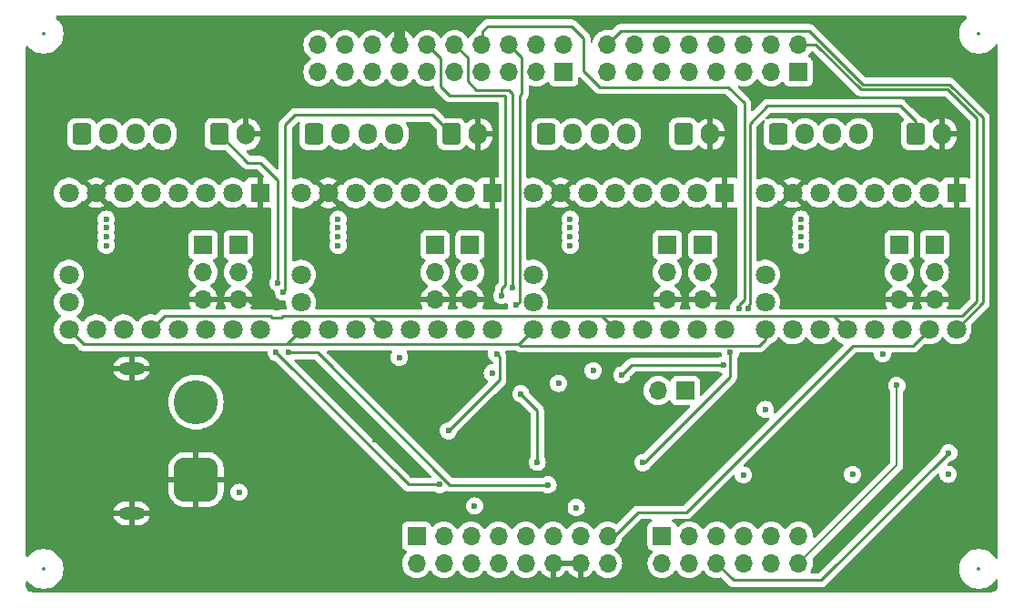
<source format=gbl>
%TF.GenerationSoftware,KiCad,Pcbnew,8.0.3*%
%TF.CreationDate,2024-07-06T17:26:19+02:00*%
%TF.ProjectId,StepperDriver-Shield_FRDM-MCXA153,53746570-7065-4724-9472-697665722d53,rev?*%
%TF.SameCoordinates,Original*%
%TF.FileFunction,Copper,L4,Bot*%
%TF.FilePolarity,Positive*%
%FSLAX46Y46*%
G04 Gerber Fmt 4.6, Leading zero omitted, Abs format (unit mm)*
G04 Created by KiCad (PCBNEW 8.0.3) date 2024-07-06 17:26:19*
%MOMM*%
%LPD*%
G01*
G04 APERTURE LIST*
G04 Aperture macros list*
%AMRoundRect*
0 Rectangle with rounded corners*
0 $1 Rounding radius*
0 $2 $3 $4 $5 $6 $7 $8 $9 X,Y pos of 4 corners*
0 Add a 4 corners polygon primitive as box body*
4,1,4,$2,$3,$4,$5,$6,$7,$8,$9,$2,$3,0*
0 Add four circle primitives for the rounded corners*
1,1,$1+$1,$2,$3*
1,1,$1+$1,$4,$5*
1,1,$1+$1,$6,$7*
1,1,$1+$1,$8,$9*
0 Add four rect primitives between the rounded corners*
20,1,$1+$1,$2,$3,$4,$5,0*
20,1,$1+$1,$4,$5,$6,$7,0*
20,1,$1+$1,$6,$7,$8,$9,0*
20,1,$1+$1,$8,$9,$2,$3,0*%
G04 Aperture macros list end*
%TA.AperFunction,ComponentPad*%
%ADD10R,1.800000X1.800000*%
%TD*%
%TA.AperFunction,ComponentPad*%
%ADD11C,1.800000*%
%TD*%
%TA.AperFunction,ComponentPad*%
%ADD12RoundRect,0.250000X-0.600000X-0.750000X0.600000X-0.750000X0.600000X0.750000X-0.600000X0.750000X0*%
%TD*%
%TA.AperFunction,ComponentPad*%
%ADD13O,1.700000X2.000000*%
%TD*%
%TA.AperFunction,ComponentPad*%
%ADD14RoundRect,0.250000X-0.600000X-0.725000X0.600000X-0.725000X0.600000X0.725000X-0.600000X0.725000X0*%
%TD*%
%TA.AperFunction,ComponentPad*%
%ADD15O,1.700000X1.950000*%
%TD*%
%TA.AperFunction,ComponentPad*%
%ADD16R,1.700000X1.700000*%
%TD*%
%TA.AperFunction,ComponentPad*%
%ADD17O,1.700000X1.700000*%
%TD*%
%TA.AperFunction,ComponentPad*%
%ADD18O,2.400000X1.200000*%
%TD*%
%TA.AperFunction,ComponentPad*%
%ADD19RoundRect,1.025000X1.025000X-1.025000X1.025000X1.025000X-1.025000X1.025000X-1.025000X-1.025000X0*%
%TD*%
%TA.AperFunction,ComponentPad*%
%ADD20C,4.100000*%
%TD*%
%TA.AperFunction,ViaPad*%
%ADD21C,0.600000*%
%TD*%
%TA.AperFunction,Conductor*%
%ADD22C,0.200000*%
%TD*%
%TA.AperFunction,Conductor*%
%ADD23C,0.254000*%
%TD*%
%TA.AperFunction,Conductor*%
%ADD24C,0.508000*%
%TD*%
%TA.AperFunction,Conductor*%
%ADD25C,1.016000*%
%TD*%
%ADD26C,0.300000*%
%ADD27C,0.350000*%
%ADD28O,1.700000X0.600000*%
G04 APERTURE END LIST*
D10*
%TO.P,TMC3,1,GND*%
%TO.N,GND*%
X129032000Y-85090000D03*
D11*
%TO.P,TMC3,2,V_IO*%
%TO.N,Vcc_Logic*%
X126492000Y-85090000D03*
%TO.P,TMC3,3,B2*%
%TO.N,/TMC_2209_wiring2/B2*%
X123952000Y-85090000D03*
%TO.P,TMC3,4,B1*%
%TO.N,/TMC_2209_wiring2/B1*%
X121412000Y-85090000D03*
%TO.P,TMC3,5,A1*%
%TO.N,/TMC_2209_wiring2/A1*%
X118872000Y-85090000D03*
%TO.P,TMC3,6,A2*%
%TO.N,/TMC_2209_wiring2/A2*%
X116332000Y-85090000D03*
%TO.P,TMC3,7,GND*%
%TO.N,GND*%
X113792000Y-85090000D03*
%TO.P,TMC3,8,VS*%
%TO.N,Vcc_Motor*%
X111252000Y-85090000D03*
%TO.P,TMC3,9,DIAG*%
%TO.N,/TMC_2209_wiring2/Motor_DIAG*%
X111252000Y-92710000D03*
%TO.P,TMC3,10,INDEX*%
%TO.N,/TMC_2209_wiring2/Motor_INDEX*%
X111252000Y-95250000D03*
%TO.P,TMC3,11,/EN*%
%TO.N,/{slash}ENABLE*%
X111252000Y-97790000D03*
%TO.P,TMC3,12,MS1*%
%TO.N,/TMC_2209_wiring2/MS1*%
X113792000Y-97790000D03*
%TO.P,TMC3,13,MS2*%
%TO.N,/TMC_2209_wiring2/MS2*%
X116332000Y-97790000D03*
%TO.P,TMC3,14,RX*%
%TO.N,/P1-4{slash}UART2-RXD*%
X118872000Y-97790000D03*
%TO.P,TMC3,15,TX*%
%TO.N,unconnected-(TMC3-TX-Pad15)*%
X121412000Y-97790000D03*
%TO.P,TMC3,16,CLK*%
%TO.N,/TMC_2209_wiring2/Motor_CLK_Extern*%
X123952000Y-97790000D03*
%TO.P,TMC3,17,STEP*%
%TO.N,/P3-10{slash}PWM0-A2*%
X126492000Y-97790000D03*
%TO.P,TMC3,18,DIR*%
%TO.N,/P3-14{slash}PWM0-X2*%
X129032000Y-97790000D03*
%TD*%
D12*
%TO.P,J16,1,Pin_1*%
%TO.N,Net-(J16-Pin_1)*%
X125242000Y-79610400D03*
D13*
%TO.P,J16,2,Pin_2*%
%TO.N,GND*%
X127742000Y-79610400D03*
%TD*%
D14*
%TO.P,J13,1,Pin_1*%
%TO.N,/TMC_2209_wiring1/A2*%
X134039600Y-79610400D03*
D15*
%TO.P,J13,2,Pin_2*%
%TO.N,/TMC_2209_wiring1/A1*%
X136539600Y-79610400D03*
%TO.P,J13,3,Pin_3*%
%TO.N,/TMC_2209_wiring1/B1*%
X139039600Y-79610400D03*
%TO.P,J13,4,Pin_4*%
%TO.N,/TMC_2209_wiring1/B2*%
X141539600Y-79610400D03*
%TD*%
D10*
%TO.P,TMC1,1,GND*%
%TO.N,GND*%
X172212000Y-85080000D03*
D11*
%TO.P,TMC1,2,V_IO*%
%TO.N,Vcc_Logic*%
X169672000Y-85080000D03*
%TO.P,TMC1,3,B2*%
%TO.N,/TMC_2209_wiring/B2*%
X167132000Y-85080000D03*
%TO.P,TMC1,4,B1*%
%TO.N,/TMC_2209_wiring/B1*%
X164592000Y-85080000D03*
%TO.P,TMC1,5,A1*%
%TO.N,/TMC_2209_wiring/A1*%
X162052000Y-85080000D03*
%TO.P,TMC1,6,A2*%
%TO.N,/TMC_2209_wiring/A2*%
X159512000Y-85080000D03*
%TO.P,TMC1,7,GND*%
%TO.N,GND*%
X156972000Y-85080000D03*
%TO.P,TMC1,8,VS*%
%TO.N,Vcc_Motor*%
X154432000Y-85080000D03*
%TO.P,TMC1,9,DIAG*%
%TO.N,/TMC_2209_wiring/Motor_DIAG*%
X154432000Y-92700000D03*
%TO.P,TMC1,10,INDEX*%
%TO.N,/TMC_2209_wiring/Motor_INDEX*%
X154432000Y-95240000D03*
%TO.P,TMC1,11,/EN*%
%TO.N,/{slash}ENABLE*%
X154432000Y-97780000D03*
%TO.P,TMC1,12,MS1*%
%TO.N,/TMC_2209_wiring/MS1*%
X156972000Y-97780000D03*
%TO.P,TMC1,13,MS2*%
%TO.N,/TMC_2209_wiring/MS2*%
X159512000Y-97780000D03*
%TO.P,TMC1,14,RX*%
%TO.N,/P1-4{slash}UART2-RXD*%
X162052000Y-97780000D03*
%TO.P,TMC1,15,TX*%
%TO.N,unconnected-(TMC1-TX-Pad15)*%
X164592000Y-97780000D03*
%TO.P,TMC1,16,CLK*%
%TO.N,/TMC_2209_wiring/Motor_CLK_Extern*%
X167132000Y-97780000D03*
%TO.P,TMC1,17,STEP*%
%TO.N,/P3-6{slash}PWM0-A0*%
X169672000Y-97780000D03*
%TO.P,TMC1,18,DIR*%
%TO.N,/P3-1{slash}GPIO*%
X172212000Y-97780000D03*
%TD*%
D16*
%TO.P,J7,1,Pin_1*%
%TO.N,Vcc_Logic*%
X166928800Y-89931000D03*
D17*
%TO.P,J7,2,Pin_2*%
%TO.N,/TMC_2209_wiring/MS1*%
X166928800Y-92471000D03*
%TO.P,J7,3,Pin_3*%
%TO.N,GND*%
X166928800Y-95011000D03*
%TD*%
D18*
%TO.P,J1,1,Pin_1*%
%TO.N,GND*%
X95498400Y-114896400D03*
D19*
X101498400Y-111746400D03*
D18*
X95498400Y-101396400D03*
D20*
%TO.P,J1,2,Pin_2*%
%TO.N,Vcc_Motor*%
X101498400Y-104546400D03*
%TD*%
D12*
%TO.P,J12,1,Pin_1*%
%TO.N,Net-(J12-Pin_1)*%
X146832000Y-79602000D03*
D13*
%TO.P,J12,2,Pin_2*%
%TO.N,GND*%
X149332000Y-79602000D03*
%TD*%
D10*
%TO.P,TMC2,1,GND*%
%TO.N,GND*%
X150622000Y-85080000D03*
D11*
%TO.P,TMC2,2,V_IO*%
%TO.N,Vcc_Logic*%
X148082000Y-85080000D03*
%TO.P,TMC2,3,B2*%
%TO.N,/TMC_2209_wiring1/B2*%
X145542000Y-85080000D03*
%TO.P,TMC2,4,B1*%
%TO.N,/TMC_2209_wiring1/B1*%
X143002000Y-85080000D03*
%TO.P,TMC2,5,A1*%
%TO.N,/TMC_2209_wiring1/A1*%
X140462000Y-85080000D03*
%TO.P,TMC2,6,A2*%
%TO.N,/TMC_2209_wiring1/A2*%
X137922000Y-85080000D03*
%TO.P,TMC2,7,GND*%
%TO.N,GND*%
X135382000Y-85080000D03*
%TO.P,TMC2,8,VS*%
%TO.N,Vcc_Motor*%
X132842000Y-85080000D03*
%TO.P,TMC2,9,DIAG*%
%TO.N,/TMC_2209_wiring1/Motor_DIAG*%
X132842000Y-92700000D03*
%TO.P,TMC2,10,INDEX*%
%TO.N,/TMC_2209_wiring1/Motor_INDEX*%
X132842000Y-95240000D03*
%TO.P,TMC2,11,/EN*%
%TO.N,/{slash}ENABLE*%
X132842000Y-97780000D03*
%TO.P,TMC2,12,MS1*%
%TO.N,/TMC_2209_wiring1/MS1*%
X135382000Y-97780000D03*
%TO.P,TMC2,13,MS2*%
%TO.N,/TMC_2209_wiring1/MS2*%
X137922000Y-97780000D03*
%TO.P,TMC2,14,RX*%
%TO.N,/P1-4{slash}UART2-RXD*%
X140462000Y-97780000D03*
%TO.P,TMC2,15,TX*%
%TO.N,unconnected-(TMC2-TX-Pad15)*%
X143002000Y-97780000D03*
%TO.P,TMC2,16,CLK*%
%TO.N,/TMC_2209_wiring1/Motor_CLK_Extern*%
X145542000Y-97780000D03*
%TO.P,TMC2,17,STEP*%
%TO.N,/P3-8{slash}PWM0-A1*%
X148082000Y-97780000D03*
%TO.P,TMC2,18,DIR*%
%TO.N,/P2-3{slash}ADC0-A2*%
X150622000Y-97780000D03*
%TD*%
D16*
%TO.P,J6,1,Pin_1*%
%TO.N,Vcc_Logic*%
X170180000Y-89931000D03*
D17*
%TO.P,J6,2,Pin_2*%
%TO.N,/TMC_2209_wiring/MS2*%
X170180000Y-92471000D03*
%TO.P,J6,3,Pin_3*%
%TO.N,GND*%
X170180000Y-95011000D03*
%TD*%
D14*
%TO.P,J17,1,Pin_1*%
%TO.N,/TMC_2209_wiring2/A2*%
X112455000Y-79610400D03*
D15*
%TO.P,J17,2,Pin_2*%
%TO.N,/TMC_2209_wiring2/A1*%
X114955000Y-79610400D03*
%TO.P,J17,3,Pin_3*%
%TO.N,/TMC_2209_wiring2/B1*%
X117455000Y-79610400D03*
%TO.P,J17,4,Pin_4*%
%TO.N,/TMC_2209_wiring2/B2*%
X119955000Y-79610400D03*
%TD*%
D14*
%TO.P,J9,1,Pin_1*%
%TO.N,/TMC_2209_wiring/A2*%
X155635000Y-79602000D03*
D15*
%TO.P,J9,2,Pin_2*%
%TO.N,/TMC_2209_wiring/A1*%
X158135000Y-79602000D03*
%TO.P,J9,3,Pin_3*%
%TO.N,/TMC_2209_wiring/B1*%
X160635000Y-79602000D03*
%TO.P,J9,4,Pin_4*%
%TO.N,/TMC_2209_wiring/B2*%
X163135000Y-79602000D03*
%TD*%
D16*
%TO.P,J10,1,Pin_1*%
%TO.N,Vcc_Logic*%
X148640800Y-89931000D03*
D17*
%TO.P,J10,2,Pin_2*%
%TO.N,/TMC_2209_wiring1/MS2*%
X148640800Y-92471000D03*
%TO.P,J10,3,Pin_3*%
%TO.N,GND*%
X148640800Y-95011000D03*
%TD*%
D12*
%TO.P,J20,1,Pin_1*%
%TO.N,Net-(J20-Pin_1)*%
X103632000Y-79610400D03*
D13*
%TO.P,J20,2,Pin_2*%
%TO.N,GND*%
X106132000Y-79610400D03*
%TD*%
D16*
%TO.P,J14,1,Pin_1*%
%TO.N,Vcc_Logic*%
X126979200Y-89931000D03*
D17*
%TO.P,J14,2,Pin_2*%
%TO.N,/TMC_2209_wiring2/MS2*%
X126979200Y-92471000D03*
%TO.P,J14,3,Pin_3*%
%TO.N,GND*%
X126979200Y-95011000D03*
%TD*%
D16*
%TO.P,J11,1,Pin_1*%
%TO.N,Vcc_Logic*%
X145338800Y-89931000D03*
D17*
%TO.P,J11,2,Pin_2*%
%TO.N,/TMC_2209_wiring1/MS1*%
X145338800Y-92471000D03*
%TO.P,J11,3,Pin_3*%
%TO.N,GND*%
X145338800Y-95011000D03*
%TD*%
D14*
%TO.P,J21,1,Pin_1*%
%TO.N,/TMC_2209_wiring3/A2*%
X90865000Y-79610400D03*
D15*
%TO.P,J21,2,Pin_2*%
%TO.N,/TMC_2209_wiring3/A1*%
X93365000Y-79610400D03*
%TO.P,J21,3,Pin_3*%
%TO.N,/TMC_2209_wiring3/B1*%
X95865000Y-79610400D03*
%TO.P,J21,4,Pin_4*%
%TO.N,/TMC_2209_wiring3/B2*%
X98365000Y-79610400D03*
%TD*%
D16*
%TO.P,J22,1,Pin_1*%
%TO.N,5v-9v*%
X146994800Y-103479600D03*
D17*
%TO.P,J22,2,Pin_2*%
%TO.N,Vcc_Motor*%
X144454800Y-103479600D03*
%TD*%
D16*
%TO.P,J18,1,Pin_1*%
%TO.N,Vcc_Logic*%
X105410000Y-89931000D03*
D17*
%TO.P,J18,2,Pin_2*%
%TO.N,/TMC_2209_wiring3/MS2*%
X105410000Y-92471000D03*
%TO.P,J18,3,Pin_3*%
%TO.N,GND*%
X105410000Y-95011000D03*
%TD*%
D10*
%TO.P,TMC4,1,GND*%
%TO.N,GND*%
X107442000Y-85085000D03*
D11*
%TO.P,TMC4,2,V_IO*%
%TO.N,Vcc_Logic*%
X104902000Y-85085000D03*
%TO.P,TMC4,3,B2*%
%TO.N,/TMC_2209_wiring3/B2*%
X102362000Y-85085000D03*
%TO.P,TMC4,4,B1*%
%TO.N,/TMC_2209_wiring3/B1*%
X99822000Y-85085000D03*
%TO.P,TMC4,5,A1*%
%TO.N,/TMC_2209_wiring3/A1*%
X97282000Y-85085000D03*
%TO.P,TMC4,6,A2*%
%TO.N,/TMC_2209_wiring3/A2*%
X94742000Y-85085000D03*
%TO.P,TMC4,7,GND*%
%TO.N,GND*%
X92202000Y-85085000D03*
%TO.P,TMC4,8,VS*%
%TO.N,Vcc_Motor*%
X89662000Y-85085000D03*
%TO.P,TMC4,9,DIAG*%
%TO.N,/TMC_2209_wiring3/Motor_DIAG*%
X89662000Y-92705000D03*
%TO.P,TMC4,10,INDEX*%
%TO.N,/TMC_2209_wiring3/Motor_INDEX*%
X89662000Y-95245000D03*
%TO.P,TMC4,11,/EN*%
%TO.N,/{slash}ENABLE*%
X89662000Y-97785000D03*
%TO.P,TMC4,12,MS1*%
%TO.N,/TMC_2209_wiring3/MS1*%
X92202000Y-97785000D03*
%TO.P,TMC4,13,MS2*%
%TO.N,/TMC_2209_wiring3/MS2*%
X94742000Y-97785000D03*
%TO.P,TMC4,14,RX*%
%TO.N,/P1-4{slash}UART2-RXD*%
X97282000Y-97785000D03*
%TO.P,TMC4,15,TX*%
%TO.N,unconnected-(TMC4-TX-Pad15)*%
X99822000Y-97785000D03*
%TO.P,TMC4,16,CLK*%
%TO.N,/TMC_2209_wiring3/Motor_CLK_Extern*%
X102362000Y-97785000D03*
%TO.P,TMC4,17,STEP*%
%TO.N,/P2-4{slash}GPIO*%
X104902000Y-97785000D03*
%TO.P,TMC4,18,DIR*%
%TO.N,/P3-15{slash}GPIO*%
X107442000Y-97785000D03*
%TD*%
D12*
%TO.P,J8,1,Pin_1*%
%TO.N,Net-(J8-Pin_1)*%
X168422000Y-79602000D03*
D13*
%TO.P,J8,2,Pin_2*%
%TO.N,GND*%
X170922000Y-79602000D03*
%TD*%
D16*
%TO.P,J15,1,Pin_1*%
%TO.N,Vcc_Logic*%
X123728000Y-89931000D03*
D17*
%TO.P,J15,2,Pin_2*%
%TO.N,/TMC_2209_wiring2/MS1*%
X123728000Y-92471000D03*
%TO.P,J15,3,Pin_3*%
%TO.N,GND*%
X123728000Y-95011000D03*
%TD*%
D16*
%TO.P,J19,1,Pin_1*%
%TO.N,Vcc_Logic*%
X102158800Y-89931000D03*
D17*
%TO.P,J19,2,Pin_2*%
%TO.N,/TMC_2209_wiring3/MS1*%
X102158800Y-92471000D03*
%TO.P,J19,3,Pin_3*%
%TO.N,GND*%
X102158800Y-95011000D03*
%TD*%
D16*
%TO.P,J2,1,Pin_1*%
%TO.N,unconnected-(J2-Pin_1-Pad1)*%
X144843222Y-117005168D03*
D17*
%TO.P,J2,2,Pin_2*%
%TO.N,/P1-10{slash}ADC0-A8*%
X144843222Y-119545168D03*
%TO.P,J2,3,Pin_3*%
%TO.N,unconnected-(J2-Pin_3-Pad3)*%
X147383222Y-117005168D03*
%TO.P,J2,4,Pin_4*%
%TO.N,/P1-12{slash}ADC0-A10*%
X147383222Y-119545168D03*
%TO.P,J2,5,Pin_5*%
%TO.N,unconnected-(J2-Pin_5-Pad5)*%
X149923222Y-117005168D03*
%TO.P,J2,6,Pin_6*%
%TO.N,/P1-13{slash}ADC0-A11*%
X149923222Y-119545168D03*
%TO.P,J2,7,Pin_7*%
%TO.N,unconnected-(J2-Pin_7-Pad7)*%
X152463222Y-117005168D03*
%TO.P,J2,8,Pin_8*%
%TO.N,/P2-0{slash}ADC0-A0*%
X152463222Y-119545168D03*
%TO.P,J2,9,Pin_9*%
%TO.N,/P1-11{slash}GPIO*%
X155003222Y-117005168D03*
%TO.P,J2,10,Pin_10*%
%TO.N,/P3-31{slash}ADC0-A12*%
X155003222Y-119545168D03*
%TO.P,J2,11,Pin_11*%
%TO.N,/P3-29{slash}GPIO*%
X157543222Y-117005168D03*
%TO.P,J2,12,Pin_12*%
%TO.N,/P3-30{slash}ADC0-A13*%
X157543222Y-119545168D03*
%TD*%
D16*
%TO.P,J5,1,Pin_1*%
%TO.N,/P1-4{slash}ADC0-A20*%
X135693222Y-73835168D03*
D17*
%TO.P,J5,2,Pin_2*%
%TO.N,/P3-15{slash}GPIO*%
X135693222Y-71295168D03*
%TO.P,J5,3,Pin_3*%
%TO.N,/P1-5{slash}ADC0-A21*%
X133153222Y-73835168D03*
%TO.P,J5,4,Pin_4*%
%TO.N,/P3-14{slash}PWM0-X2*%
X133153222Y-71295168D03*
%TO.P,J5,5,Pin_5*%
%TO.N,/P2-3{slash}ADC0-A2*%
X130613222Y-73835168D03*
%TO.P,J5,6,Pin_6*%
%TO.N,/P2-6{slash}CSI1*%
X130613222Y-71295168D03*
%TO.P,J5,7,Pin_7*%
%TO.N,/P2-1{slash}ADC0-A1*%
X128073222Y-73835168D03*
%TO.P,J5,8,Pin_8*%
%TO.N,/P2-13{slash}SDO1*%
X128073222Y-71295168D03*
%TO.P,J5,9,Pin_9*%
%TO.N,/P2-2{slash}ADC0-A4*%
X125533222Y-73835168D03*
%TO.P,J5,10,Pin_10*%
%TO.N,/P2-16{slash}SDI1*%
X125533222Y-71295168D03*
%TO.P,J5,11,Pin_11*%
%TO.N,unconnected-(J5-Pin_11-Pad11)*%
X122993222Y-73835168D03*
%TO.P,J5,12,Pin_12*%
%TO.N,/P2-12{slash}SCK1*%
X122993222Y-71295168D03*
%TO.P,J5,13,Pin_13*%
%TO.N,unconnected-(J5-Pin_13-Pad13)*%
X120453222Y-73835168D03*
%TO.P,J5,14,Pin_14*%
%TO.N,GND*%
X120453222Y-71295168D03*
%TO.P,J5,15,Pin_15*%
%TO.N,unconnected-(J5-Pin_15-Pad15)*%
X117913222Y-73835168D03*
%TO.P,J5,16,Pin_16*%
%TO.N,VDDA_MCU*%
X117913222Y-71295168D03*
%TO.P,J5,17,Pin_17*%
%TO.N,unconnected-(J5-Pin_17-Pad17)*%
X115373222Y-73835168D03*
%TO.P,J5,18,Pin_18*%
%TO.N,/P1-8{slash}SDA0*%
X115373222Y-71295168D03*
%TO.P,J5,19,Pin_19*%
%TO.N,unconnected-(J5-Pin_19-Pad19)*%
X112833222Y-73835168D03*
%TO.P,J5,20,Pin_20*%
%TO.N,/P1-9{slash}SCL0*%
X112833222Y-71295168D03*
%TD*%
D16*
%TO.P,J4,1,Pin_1*%
%TO.N,/P1-7{slash}GPIO*%
X157517222Y-73810168D03*
D17*
%TO.P,J4,2,Pin_2*%
%TO.N,/P1-4{slash}UART2-RXD*%
X157517222Y-71270168D03*
%TO.P,J4,3,Pin_3*%
%TO.N,/P1-6{slash}TRIG2*%
X154977222Y-73810168D03*
%TO.P,J4,4,Pin_4*%
%TO.N,/P1-5{slash}UART2-TXD*%
X154977222Y-71270168D03*
%TO.P,J4,5,Pin_5*%
%TO.N,unconnected-(J4-Pin_5-Pad5)*%
X152437222Y-73810168D03*
%TO.P,J4,6,Pin_6*%
%TO.N,/P2-4{slash}GPIO*%
X152437222Y-71270168D03*
%TO.P,J4,7,Pin_7*%
%TO.N,unconnected-(J4-Pin_7-Pad7)*%
X149897222Y-73810168D03*
%TO.P,J4,8,Pin_8*%
%TO.N,/P3-0{slash}PWM0-A0*%
X149897222Y-71270168D03*
%TO.P,J4,9,Pin_9*%
%TO.N,unconnected-(J4-Pin_9-Pad9)*%
X147357222Y-73810168D03*
%TO.P,J4,10,Pin_10*%
%TO.N,/P2-5{slash}GPIO*%
X147357222Y-71270168D03*
%TO.P,J4,11,Pin_11*%
%TO.N,unconnected-(J4-Pin_11-Pad11)*%
X144817222Y-73810168D03*
%TO.P,J4,12,Pin_12*%
%TO.N,/P3-12{slash}PWM0-X2*%
X144817222Y-71270168D03*
%TO.P,J4,13,Pin_13*%
%TO.N,unconnected-(J4-Pin_13-Pad13)*%
X142277222Y-73810168D03*
%TO.P,J4,14,Pin_14*%
%TO.N,/P3-13{slash}PWM0-X1*%
X142277222Y-71270168D03*
%TO.P,J4,15,Pin_15*%
%TO.N,unconnected-(J4-Pin_15-Pad15)*%
X139737222Y-73810168D03*
%TO.P,J4,16,Pin_16*%
%TO.N,/P3-1{slash}GPIO*%
X139737222Y-71270168D03*
%TD*%
D16*
%TO.P,J3,1,Pin_1*%
%TO.N,/P2-7{slash}TRIG10*%
X121997222Y-117005168D03*
D17*
%TO.P,J3,2,Pin_2*%
%TO.N,unconnected-(J3-Pin_2-Pad2)*%
X121997222Y-119545168D03*
%TO.P,J3,3,Pin_3*%
%TO.N,/P3-31{slash}TRIG5*%
X124537222Y-117005168D03*
%TO.P,J3,4,Pin_4*%
%TO.N,VDD-BOARD*%
X124537222Y-119545168D03*
%TO.P,J3,5,Pin_5*%
%TO.N,/P3-11{slash}PWM0-B2*%
X127077222Y-117005168D03*
%TO.P,J3,6,Pin_6*%
%TO.N,/MCU-RESETn*%
X127077222Y-119545168D03*
%TO.P,J3,7,Pin_7*%
%TO.N,/P3-10{slash}PWM0-A2*%
X129617222Y-117005168D03*
%TO.P,J3,8,Pin_8*%
%TO.N,Vcc_Logic*%
X129617222Y-119545168D03*
%TO.P,J3,9,Pin_9*%
%TO.N,/P3-9{slash}PWM0-B1*%
X132157222Y-117005168D03*
%TO.P,J3,10,Pin_10*%
%TO.N,SYS-5V*%
X132157222Y-119545168D03*
%TO.P,J3,11,Pin_11*%
%TO.N,/P3-8{slash}PWM0-A1*%
X134697222Y-117005168D03*
%TO.P,J3,12,Pin_12*%
%TO.N,GND*%
X134697222Y-119545168D03*
%TO.P,J3,13,Pin_13*%
%TO.N,/P3-7{slash}PWM0-B0*%
X137237222Y-117005168D03*
%TO.P,J3,14,Pin_14*%
%TO.N,GND*%
X137237222Y-119545168D03*
%TO.P,J3,15,Pin_15*%
%TO.N,/P3-6{slash}PWM0-A0*%
X139777222Y-117005168D03*
%TO.P,J3,16,Pin_16*%
%TO.N,5v-9v*%
X139777222Y-119545168D03*
%TD*%
D21*
%TO.N,/P3-30{slash}ADC0-A13*%
X166674800Y-102997000D03*
%TO.N,/P1-13{slash}ADC0-A11*%
X171500800Y-109270800D03*
%TO.N,GND*%
X115011200Y-93497400D03*
X136626600Y-94843600D03*
X146151600Y-108813600D03*
X158216600Y-94767400D03*
X164795200Y-108483400D03*
X150774400Y-112750600D03*
X125603000Y-114223800D03*
X154762200Y-110007400D03*
X136601200Y-93472000D03*
X142113000Y-120040400D03*
X114960400Y-94742000D03*
X124917200Y-103124000D03*
X93446600Y-94869000D03*
X136601200Y-101269800D03*
X118160800Y-108077000D03*
X150723600Y-109270800D03*
X158216600Y-93472000D03*
X131546600Y-113461800D03*
X169291000Y-108762800D03*
X93446602Y-93522800D03*
%TO.N,/P2-16{slash}SDI1*%
X130931439Y-93935348D03*
X133226750Y-110147700D03*
X131698797Y-103776420D03*
%TO.N,/P2-13{slash}SDO1*%
X151968200Y-95808800D03*
X143059847Y-110175793D03*
X151180800Y-99949000D03*
%TO.N,/P2-6{slash}CSI1*%
X131300832Y-95530842D03*
%TO.N,/P2-12{slash}SCK1*%
X129463800Y-100076000D03*
X124968000Y-107213400D03*
X129922635Y-94645035D03*
%TO.N,Vcc_Logic*%
X162560000Y-111277400D03*
X105486200Y-112928400D03*
X171450000Y-111252000D03*
X154432000Y-105232200D03*
X152400002Y-111328198D03*
X136855200Y-114350800D03*
X138430000Y-101625400D03*
X120396000Y-100380800D03*
X135204200Y-102793800D03*
X127406406Y-114198400D03*
X129057400Y-101828600D03*
X165354000Y-100050600D03*
%TO.N,Vcc_Motor*%
X114706400Y-87528400D03*
X157759400Y-89154000D03*
X114706400Y-88341200D03*
X114706400Y-89154000D03*
X136296400Y-87528400D03*
X93141800Y-89154000D03*
X157759400Y-87528400D03*
X136296400Y-88341200D03*
X136296400Y-89154000D03*
X93141800Y-88341200D03*
X114706400Y-89966800D03*
X93141800Y-87528400D03*
X136296400Y-89966800D03*
X157759400Y-88341200D03*
X157759400Y-89966800D03*
X93141800Y-89966800D03*
%TO.N,Net-(J16-Pin_1)*%
X134239000Y-112242600D03*
X109601000Y-94310200D03*
X110083600Y-99923600D03*
%TO.N,Net-(J20-Pin_1)*%
X108940604Y-99923600D03*
X109109600Y-93471992D03*
X124155200Y-112217200D03*
%TO.N,Net-(J8-Pin_1)*%
X152818198Y-95811398D03*
X141097000Y-102006400D03*
X150545800Y-101066600D03*
%TD*%
D22*
%TO.N,/P3-30{slash}ADC0-A13*%
X157543222Y-119545168D02*
X166674800Y-110413590D01*
X166674800Y-102997000D02*
X166674800Y-110413590D01*
D23*
%TO.N,/P1-13{slash}ADC0-A11*%
X159664400Y-121107200D02*
X151485254Y-121107200D01*
X171500800Y-109270800D02*
X159664400Y-121107200D01*
X151485254Y-121107200D02*
X149923222Y-119545168D01*
D24*
%TO.N,GND*%
X100827600Y-95011000D02*
X100711000Y-94894400D01*
X148640800Y-95011000D02*
X145338800Y-95011000D01*
X122032000Y-95011000D02*
X121945400Y-95097600D01*
X145338800Y-95011000D02*
X143952200Y-95011000D01*
D25*
X120453222Y-69881822D02*
X120421400Y-69850000D01*
D24*
X148640800Y-95011000D02*
X149972000Y-95011000D01*
X128701800Y-94818200D02*
X128509000Y-95011000D01*
X105410000Y-95011000D02*
X106491800Y-95011000D01*
X123728000Y-95011000D02*
X122032000Y-95011000D01*
X170180000Y-95011000D02*
X166928800Y-95011000D01*
X106491800Y-95011000D02*
X106832400Y-95351600D01*
X126979200Y-95011000D02*
X123728000Y-95011000D01*
X128509000Y-95011000D02*
X126979200Y-95011000D01*
X128701800Y-94183200D02*
X128701800Y-94818200D01*
X143952200Y-95011000D02*
X143713200Y-95250000D01*
X149972000Y-95011000D02*
X150723600Y-94259400D01*
X102158800Y-95011000D02*
X100827600Y-95011000D01*
X166928800Y-95011000D02*
X172328600Y-95011000D01*
X172328600Y-95011000D02*
X172389800Y-95072200D01*
D25*
X120453222Y-71295168D02*
X120453222Y-69881822D01*
D23*
%TO.N,/P3-6{slash}PWM0-A0*%
X147066000Y-114808000D02*
X142595600Y-114808000D01*
X140398432Y-117005168D02*
X139777222Y-117005168D01*
X142595600Y-114808000D02*
X140398432Y-117005168D01*
X162560000Y-99314000D02*
X147066000Y-114808000D01*
X169672000Y-97780000D02*
X168138000Y-99314000D01*
X168138000Y-99314000D02*
X162560000Y-99314000D01*
%TO.N,/P2-16{slash}SDI1*%
X130606800Y-75488800D02*
X130965600Y-75847600D01*
X133226750Y-105304373D02*
X131698797Y-103776420D01*
X125533222Y-71295168D02*
X126750000Y-72511946D01*
X127578800Y-75488800D02*
X130606800Y-75488800D01*
X133197600Y-110118550D02*
X133226750Y-110147700D01*
X130965600Y-75847600D02*
X130965600Y-93901187D01*
X126750000Y-72511946D02*
X126750000Y-74660000D01*
X130965600Y-93901187D02*
X130931439Y-93935348D01*
X133226750Y-110147700D02*
X133226750Y-105304373D01*
X126750000Y-74660000D02*
X127578800Y-75488800D01*
%TO.N,/P2-13{slash}SDO1*%
X143189207Y-110175793D02*
X143059847Y-110175793D01*
X128600200Y-69570600D02*
X128117600Y-70053200D01*
X137541000Y-73736200D02*
X137541000Y-70688200D01*
X151968200Y-95478600D02*
X152476200Y-94970600D01*
X150977600Y-75234800D02*
X139039600Y-75234800D01*
X151180800Y-99949000D02*
X151180800Y-102184200D01*
X139039600Y-75234800D02*
X137541000Y-73736200D01*
X136423400Y-69570600D02*
X128600200Y-69570600D01*
X152476200Y-94970600D02*
X152476200Y-76733400D01*
X151968200Y-95808800D02*
X151968200Y-95478600D01*
X128117600Y-70053200D02*
X128117600Y-71250790D01*
X152476200Y-76733400D02*
X150977600Y-75234800D01*
X151180800Y-102184200D02*
X143189207Y-110175793D01*
X128117600Y-71250790D02*
X128073222Y-71295168D01*
X137541000Y-70688200D02*
X136423400Y-69570600D01*
%TO.N,/P2-6{slash}CSI1*%
X131800600Y-75862000D02*
X131608439Y-76054161D01*
X131800600Y-72482546D02*
X131800600Y-75862000D01*
X131608439Y-76054161D02*
X131608439Y-95223235D01*
X130613222Y-71295168D02*
X131800600Y-72482546D01*
X131608439Y-95223235D02*
X131300832Y-95530842D01*
%TO.N,/P2-12{slash}SCK1*%
X124256800Y-75184000D02*
X125069600Y-75996800D01*
X129734400Y-100346600D02*
X129463800Y-100076000D01*
X124968000Y-107213400D02*
X129734400Y-102447000D01*
X130271829Y-93658466D02*
X129922635Y-94007660D01*
X129734400Y-102447000D02*
X129734400Y-100346600D01*
X122993222Y-71295168D02*
X124256800Y-72558746D01*
X130271829Y-76068229D02*
X130271829Y-93658466D01*
X125069600Y-75996800D02*
X130200400Y-75996800D01*
X124256800Y-72558746D02*
X124256800Y-75184000D01*
X130200400Y-75996800D02*
X130271829Y-76068229D01*
X129922635Y-94007660D02*
X129922635Y-94645035D01*
%TO.N,/P3-1{slash}GPIO*%
X163525200Y-75006200D02*
X171602400Y-75006200D01*
X171602400Y-75006200D02*
X174701200Y-78105000D01*
X158519000Y-70000000D02*
X163525200Y-75006200D01*
X174701200Y-95290800D02*
X172212000Y-97780000D01*
X141007390Y-70000000D02*
X158519000Y-70000000D01*
X174701200Y-78105000D02*
X174701200Y-95290800D01*
X139737222Y-71270168D02*
X141007390Y-70000000D01*
%TO.N,/P1-4{slash}UART2-RXD*%
X109427936Y-96672400D02*
X109580336Y-96520000D01*
X97282000Y-97785000D02*
X98547000Y-96520000D01*
X117602000Y-96520000D02*
X117348000Y-96520000D01*
X160792000Y-96520000D02*
X172770800Y-96520000D01*
X117348000Y-96520000D02*
X139192000Y-96520000D01*
X171414348Y-75460200D02*
X163337148Y-75460200D01*
X160792000Y-96520000D02*
X162052000Y-97780000D01*
X109580336Y-96520000D02*
X117348000Y-96520000D01*
X139573000Y-96520000D02*
X160792000Y-96520000D01*
X172770800Y-96520000D02*
X174142400Y-95148400D01*
X108559240Y-96672400D02*
X109427936Y-96672400D01*
X159147116Y-71270168D02*
X157517222Y-71270168D01*
X163337148Y-75460200D02*
X159147116Y-71270168D01*
X108406840Y-96520000D02*
X108559240Y-96672400D01*
X118872000Y-97790000D02*
X117602000Y-96520000D01*
X139192000Y-96520000D02*
X139573000Y-96520000D01*
X140462000Y-97780000D02*
X139202000Y-96520000D01*
X139202000Y-96520000D02*
X139192000Y-96520000D01*
X174142400Y-78188252D02*
X171414348Y-75460200D01*
X174142400Y-95148400D02*
X174142400Y-78188252D01*
X98547000Y-96520000D02*
X108406840Y-96520000D01*
%TO.N,/{slash}ENABLE*%
X153873200Y-99288600D02*
X154432000Y-98729800D01*
X91030700Y-99153700D02*
X109888300Y-99153700D01*
X89662000Y-97785000D02*
X91030700Y-99153700D01*
X109888300Y-99153700D02*
X109922400Y-99119600D01*
X131502400Y-99119600D02*
X131671400Y-99288600D01*
X131502400Y-99119600D02*
X132842000Y-97780000D01*
X111252000Y-97790000D02*
X109888300Y-99153700D01*
X109922400Y-99119600D02*
X131502400Y-99119600D01*
X154432000Y-98729800D02*
X154432000Y-97780000D01*
X131671400Y-99288600D02*
X153873200Y-99288600D01*
%TO.N,Net-(J16-Pin_1)*%
X110718600Y-77825600D02*
X109795400Y-78748800D01*
X125242000Y-79610400D02*
X123457200Y-77825600D01*
X110083600Y-99923600D02*
X112768223Y-99923600D01*
X125087223Y-112242600D02*
X134239000Y-112242600D01*
X112768223Y-99923600D02*
X125087223Y-112242600D01*
X109795400Y-94115800D02*
X109601000Y-94310200D01*
X109795400Y-78748800D02*
X109795400Y-94115800D01*
X123457200Y-77825600D02*
X110718600Y-77825600D01*
%TO.N,Net-(J20-Pin_1)*%
X121234204Y-112217200D02*
X124155200Y-112217200D01*
X108940604Y-99923600D02*
X121234204Y-112217200D01*
X109118398Y-83921598D02*
X109118398Y-93463194D01*
X106292200Y-82270600D02*
X107467400Y-82270600D01*
X103632000Y-79610400D02*
X106292200Y-82270600D01*
X107467400Y-82270600D02*
X109118398Y-83921598D01*
X109118398Y-93463194D02*
X109109600Y-93471992D01*
%TO.N,Net-(J8-Pin_1)*%
X152818198Y-95593802D02*
X152818198Y-95811398D01*
X167030400Y-76987400D02*
X154660600Y-76987400D01*
X142036800Y-101066600D02*
X141097000Y-102006400D01*
X168422000Y-79602000D02*
X168422000Y-78379000D01*
X168422000Y-78379000D02*
X167030400Y-76987400D01*
X150545800Y-101066600D02*
X142036800Y-101066600D01*
X153009600Y-78638400D02*
X153009600Y-95402400D01*
X153009600Y-95402400D02*
X152818198Y-95593802D01*
X154660600Y-76987400D02*
X153009600Y-78638400D01*
%TD*%
%TA.AperFunction,Conductor*%
%TO.N,GND*%
G36*
X136771297Y-119352175D02*
G01*
X136737222Y-119479342D01*
X136737222Y-119610994D01*
X136771297Y-119738161D01*
X136804210Y-119795168D01*
X135130234Y-119795168D01*
X135163147Y-119738161D01*
X135197222Y-119610994D01*
X135197222Y-119479342D01*
X135163147Y-119352175D01*
X135130234Y-119295168D01*
X136804210Y-119295168D01*
X136771297Y-119352175D01*
G37*
%TD.AperFunction*%
%TA.AperFunction,Conductor*%
G36*
X112523981Y-100570785D02*
G01*
X112544623Y-100587419D01*
X123335223Y-111378019D01*
X123368708Y-111439342D01*
X123363724Y-111509034D01*
X123321852Y-111564967D01*
X123256388Y-111589384D01*
X123247542Y-111589700D01*
X121545485Y-111589700D01*
X121478446Y-111570015D01*
X121457804Y-111553381D01*
X110667204Y-100762781D01*
X110633719Y-100701458D01*
X110638703Y-100631766D01*
X110680575Y-100575833D01*
X110746039Y-100551416D01*
X110754885Y-100551100D01*
X112456942Y-100551100D01*
X112523981Y-100570785D01*
G37*
%TD.AperFunction*%
%TA.AperFunction,Conductor*%
G36*
X113326075Y-85282993D02*
G01*
X113391901Y-85397007D01*
X113484993Y-85490099D01*
X113599007Y-85555925D01*
X113662590Y-85572962D01*
X112993201Y-86242351D01*
X113023649Y-86266050D01*
X113227697Y-86376476D01*
X113227706Y-86376479D01*
X113447139Y-86451811D01*
X113675993Y-86490000D01*
X113908007Y-86490000D01*
X114136860Y-86451811D01*
X114356293Y-86376479D01*
X114356301Y-86376476D01*
X114560355Y-86266047D01*
X114590797Y-86242351D01*
X114590798Y-86242350D01*
X113921410Y-85572962D01*
X113984993Y-85555925D01*
X114099007Y-85490099D01*
X114192099Y-85397007D01*
X114257925Y-85282993D01*
X114274962Y-85219409D01*
X114943185Y-85887632D01*
X114957891Y-85865125D01*
X115011037Y-85819768D01*
X115080268Y-85810344D01*
X115143604Y-85839846D01*
X115165509Y-85865124D01*
X115219751Y-85948149D01*
X115223021Y-85953153D01*
X115380216Y-86123913D01*
X115380219Y-86123915D01*
X115380222Y-86123918D01*
X115563365Y-86266464D01*
X115563371Y-86266468D01*
X115563374Y-86266470D01*
X115694053Y-86337190D01*
X115766652Y-86376479D01*
X115767497Y-86376936D01*
X115861074Y-86409061D01*
X115987015Y-86452297D01*
X115987017Y-86452297D01*
X115987019Y-86452298D01*
X116215951Y-86490500D01*
X116215952Y-86490500D01*
X116448048Y-86490500D01*
X116448049Y-86490500D01*
X116676981Y-86452298D01*
X116896503Y-86376936D01*
X117100626Y-86266470D01*
X117101170Y-86266047D01*
X117250164Y-86150080D01*
X117283784Y-86123913D01*
X117440979Y-85953153D01*
X117498191Y-85865582D01*
X117551337Y-85820226D01*
X117620568Y-85810802D01*
X117683904Y-85840304D01*
X117705809Y-85865583D01*
X117763016Y-85953147D01*
X117763018Y-85953149D01*
X117763021Y-85953153D01*
X117920216Y-86123913D01*
X117920219Y-86123915D01*
X117920222Y-86123918D01*
X118103365Y-86266464D01*
X118103371Y-86266468D01*
X118103374Y-86266470D01*
X118234053Y-86337190D01*
X118306652Y-86376479D01*
X118307497Y-86376936D01*
X118401074Y-86409061D01*
X118527015Y-86452297D01*
X118527017Y-86452297D01*
X118527019Y-86452298D01*
X118755951Y-86490500D01*
X118755952Y-86490500D01*
X118988048Y-86490500D01*
X118988049Y-86490500D01*
X119216981Y-86452298D01*
X119436503Y-86376936D01*
X119640626Y-86266470D01*
X119641170Y-86266047D01*
X119790164Y-86150080D01*
X119823784Y-86123913D01*
X119980979Y-85953153D01*
X120038191Y-85865582D01*
X120091337Y-85820226D01*
X120160568Y-85810802D01*
X120223904Y-85840304D01*
X120245809Y-85865583D01*
X120303016Y-85953147D01*
X120303018Y-85953149D01*
X120303021Y-85953153D01*
X120460216Y-86123913D01*
X120460219Y-86123915D01*
X120460222Y-86123918D01*
X120643365Y-86266464D01*
X120643371Y-86266468D01*
X120643374Y-86266470D01*
X120774053Y-86337190D01*
X120846652Y-86376479D01*
X120847497Y-86376936D01*
X120941074Y-86409061D01*
X121067015Y-86452297D01*
X121067017Y-86452297D01*
X121067019Y-86452298D01*
X121295951Y-86490500D01*
X121295952Y-86490500D01*
X121528048Y-86490500D01*
X121528049Y-86490500D01*
X121756981Y-86452298D01*
X121976503Y-86376936D01*
X122180626Y-86266470D01*
X122181170Y-86266047D01*
X122330164Y-86150080D01*
X122363784Y-86123913D01*
X122520979Y-85953153D01*
X122578191Y-85865582D01*
X122631337Y-85820226D01*
X122700568Y-85810802D01*
X122763904Y-85840304D01*
X122785809Y-85865583D01*
X122843016Y-85953147D01*
X122843018Y-85953149D01*
X122843021Y-85953153D01*
X123000216Y-86123913D01*
X123000219Y-86123915D01*
X123000222Y-86123918D01*
X123183365Y-86266464D01*
X123183371Y-86266468D01*
X123183374Y-86266470D01*
X123314053Y-86337190D01*
X123386652Y-86376479D01*
X123387497Y-86376936D01*
X123481074Y-86409061D01*
X123607015Y-86452297D01*
X123607017Y-86452297D01*
X123607019Y-86452298D01*
X123835951Y-86490500D01*
X123835952Y-86490500D01*
X124068048Y-86490500D01*
X124068049Y-86490500D01*
X124296981Y-86452298D01*
X124516503Y-86376936D01*
X124720626Y-86266470D01*
X124721170Y-86266047D01*
X124870164Y-86150080D01*
X124903784Y-86123913D01*
X125060979Y-85953153D01*
X125118191Y-85865582D01*
X125171337Y-85820226D01*
X125240568Y-85810802D01*
X125303904Y-85840304D01*
X125325809Y-85865583D01*
X125383016Y-85953147D01*
X125383018Y-85953149D01*
X125383021Y-85953153D01*
X125540216Y-86123913D01*
X125540219Y-86123915D01*
X125540222Y-86123918D01*
X125723365Y-86266464D01*
X125723371Y-86266468D01*
X125723374Y-86266470D01*
X125854053Y-86337190D01*
X125926652Y-86376479D01*
X125927497Y-86376936D01*
X126021074Y-86409061D01*
X126147015Y-86452297D01*
X126147017Y-86452297D01*
X126147019Y-86452298D01*
X126375951Y-86490500D01*
X126375952Y-86490500D01*
X126608048Y-86490500D01*
X126608049Y-86490500D01*
X126836981Y-86452298D01*
X127056503Y-86376936D01*
X127260626Y-86266470D01*
X127261170Y-86266047D01*
X127410164Y-86150080D01*
X127443784Y-86123913D01*
X127452511Y-86114432D01*
X127512394Y-86078441D01*
X127582232Y-86080538D01*
X127639850Y-86120060D01*
X127659924Y-86155080D01*
X127688645Y-86232086D01*
X127688649Y-86232093D01*
X127774809Y-86347187D01*
X127774812Y-86347190D01*
X127889906Y-86433350D01*
X127889913Y-86433354D01*
X128024620Y-86483596D01*
X128024627Y-86483598D01*
X128084155Y-86489999D01*
X128084172Y-86490000D01*
X128782000Y-86490000D01*
X128782000Y-85523012D01*
X128839007Y-85555925D01*
X128966174Y-85590000D01*
X129097826Y-85590000D01*
X129224993Y-85555925D01*
X129282000Y-85523012D01*
X129282000Y-86490000D01*
X129520329Y-86490000D01*
X129587368Y-86509685D01*
X129633123Y-86562489D01*
X129644329Y-86614000D01*
X129644329Y-93347185D01*
X129624644Y-93414224D01*
X129608010Y-93434866D01*
X129522627Y-93520249D01*
X129479729Y-93563147D01*
X129435221Y-93607654D01*
X129435220Y-93607656D01*
X129366558Y-93710416D01*
X129366547Y-93710436D01*
X129356823Y-93733911D01*
X129356824Y-93733912D01*
X129319249Y-93824624D01*
X129318844Y-93826659D01*
X129302959Y-93906522D01*
X129302959Y-93906523D01*
X129295135Y-93945855D01*
X129295135Y-94103363D01*
X129276129Y-94169335D01*
X129196846Y-94295511D01*
X129137266Y-94465780D01*
X129137265Y-94465785D01*
X129117070Y-94645031D01*
X129117070Y-94645038D01*
X129137265Y-94824284D01*
X129137266Y-94824289D01*
X129196846Y-94994558D01*
X129249650Y-95078594D01*
X129292819Y-95147297D01*
X129420373Y-95274851D01*
X129439094Y-95286614D01*
X129542497Y-95351587D01*
X129573113Y-95370824D01*
X129743380Y-95430403D01*
X129743385Y-95430404D01*
X129922631Y-95450600D01*
X129922635Y-95450600D01*
X129922639Y-95450600D01*
X130101884Y-95430404D01*
X130101887Y-95430403D01*
X130101890Y-95430403D01*
X130272157Y-95370824D01*
X130301154Y-95352604D01*
X130313646Y-95344755D01*
X130380883Y-95325754D01*
X130447718Y-95346121D01*
X130492933Y-95399389D01*
X130502839Y-95463631D01*
X130495267Y-95530837D01*
X130495267Y-95530845D01*
X130515462Y-95710091D01*
X130515465Y-95710102D01*
X130521569Y-95727547D01*
X130525130Y-95797326D01*
X130490400Y-95857953D01*
X130428407Y-95890179D01*
X130404527Y-95892500D01*
X128248215Y-95892500D01*
X128181176Y-95872815D01*
X128135421Y-95820011D01*
X128125477Y-95750853D01*
X128146640Y-95697377D01*
X128152796Y-95688583D01*
X128152799Y-95688579D01*
X128252629Y-95474492D01*
X128252632Y-95474486D01*
X128309836Y-95261000D01*
X127412212Y-95261000D01*
X127445125Y-95203993D01*
X127479200Y-95076826D01*
X127479200Y-94945174D01*
X127445125Y-94818007D01*
X127412212Y-94761000D01*
X128309836Y-94761000D01*
X128309835Y-94760999D01*
X128252632Y-94547513D01*
X128252629Y-94547507D01*
X128152800Y-94333422D01*
X128152799Y-94333420D01*
X128017313Y-94139926D01*
X128017308Y-94139920D01*
X127850278Y-93972890D01*
X127664605Y-93842879D01*
X127620980Y-93788302D01*
X127613788Y-93718804D01*
X127645310Y-93656449D01*
X127664606Y-93639730D01*
X127850601Y-93509495D01*
X128017695Y-93342401D01*
X128153235Y-93148830D01*
X128253103Y-92934663D01*
X128314263Y-92706408D01*
X128334859Y-92471000D01*
X128314263Y-92235592D01*
X128253103Y-92007337D01*
X128153235Y-91793171D01*
X128071252Y-91676087D01*
X128017696Y-91599600D01*
X127962075Y-91543979D01*
X127895767Y-91477671D01*
X127862284Y-91416351D01*
X127867268Y-91346659D01*
X127909139Y-91290725D01*
X127940115Y-91273810D01*
X128071531Y-91224796D01*
X128186746Y-91138546D01*
X128272996Y-91023331D01*
X128323291Y-90888483D01*
X128329700Y-90828873D01*
X128329699Y-89033128D01*
X128323291Y-88973517D01*
X128272996Y-88838669D01*
X128272995Y-88838668D01*
X128272993Y-88838664D01*
X128186747Y-88723455D01*
X128186744Y-88723452D01*
X128071535Y-88637206D01*
X128071528Y-88637202D01*
X127936682Y-88586908D01*
X127936683Y-88586908D01*
X127877083Y-88580501D01*
X127877081Y-88580500D01*
X127877073Y-88580500D01*
X127877064Y-88580500D01*
X126081329Y-88580500D01*
X126081323Y-88580501D01*
X126021716Y-88586908D01*
X125886871Y-88637202D01*
X125886864Y-88637206D01*
X125771655Y-88723452D01*
X125771652Y-88723455D01*
X125685406Y-88838664D01*
X125685402Y-88838671D01*
X125635108Y-88973517D01*
X125628701Y-89033116D01*
X125628701Y-89033123D01*
X125628700Y-89033135D01*
X125628700Y-90828870D01*
X125628701Y-90828876D01*
X125635108Y-90888483D01*
X125685402Y-91023328D01*
X125685406Y-91023335D01*
X125771652Y-91138544D01*
X125771655Y-91138547D01*
X125886864Y-91224793D01*
X125886871Y-91224797D01*
X126018281Y-91273810D01*
X126074215Y-91315681D01*
X126098632Y-91381145D01*
X126083780Y-91449418D01*
X126062630Y-91477673D01*
X125940703Y-91599600D01*
X125805165Y-91793169D01*
X125805164Y-91793171D01*
X125705298Y-92007335D01*
X125705294Y-92007344D01*
X125644138Y-92235586D01*
X125644136Y-92235596D01*
X125623541Y-92470999D01*
X125623541Y-92471000D01*
X125644136Y-92706403D01*
X125644138Y-92706413D01*
X125705294Y-92934655D01*
X125705296Y-92934659D01*
X125705297Y-92934663D01*
X125727506Y-92982290D01*
X125805165Y-93148830D01*
X125805167Y-93148834D01*
X125940701Y-93342395D01*
X125940706Y-93342402D01*
X126107797Y-93509493D01*
X126107803Y-93509498D01*
X126184422Y-93563147D01*
X126247984Y-93607654D01*
X126293794Y-93639730D01*
X126337419Y-93694307D01*
X126344613Y-93763805D01*
X126313090Y-93826160D01*
X126293795Y-93842880D01*
X126108122Y-93972890D01*
X126108120Y-93972891D01*
X125941091Y-94139920D01*
X125941086Y-94139926D01*
X125805600Y-94333420D01*
X125805599Y-94333422D01*
X125705770Y-94547507D01*
X125705767Y-94547513D01*
X125648564Y-94760999D01*
X125648564Y-94761000D01*
X126546188Y-94761000D01*
X126513275Y-94818007D01*
X126479200Y-94945174D01*
X126479200Y-95076826D01*
X126513275Y-95203993D01*
X126546188Y-95261000D01*
X125648564Y-95261000D01*
X125705767Y-95474486D01*
X125705770Y-95474492D01*
X125805600Y-95688579D01*
X125805603Y-95688583D01*
X125811760Y-95697377D01*
X125834087Y-95763584D01*
X125817076Y-95831351D01*
X125766128Y-95879163D01*
X125710185Y-95892500D01*
X124997015Y-95892500D01*
X124929976Y-95872815D01*
X124884221Y-95820011D01*
X124874277Y-95750853D01*
X124895440Y-95697377D01*
X124901596Y-95688583D01*
X124901599Y-95688579D01*
X125001429Y-95474492D01*
X125001432Y-95474486D01*
X125058636Y-95261000D01*
X124161012Y-95261000D01*
X124193925Y-95203993D01*
X124228000Y-95076826D01*
X124228000Y-94945174D01*
X124193925Y-94818007D01*
X124161012Y-94761000D01*
X125058636Y-94761000D01*
X125058635Y-94760999D01*
X125001432Y-94547513D01*
X125001429Y-94547507D01*
X124901600Y-94333422D01*
X124901599Y-94333420D01*
X124766113Y-94139926D01*
X124766108Y-94139920D01*
X124599078Y-93972890D01*
X124413405Y-93842879D01*
X124369780Y-93788302D01*
X124362588Y-93718804D01*
X124394110Y-93656449D01*
X124413406Y-93639730D01*
X124599401Y-93509495D01*
X124766495Y-93342401D01*
X124902035Y-93148830D01*
X125001903Y-92934663D01*
X125063063Y-92706408D01*
X125083659Y-92471000D01*
X125063063Y-92235592D01*
X125001903Y-92007337D01*
X124902035Y-91793171D01*
X124820052Y-91676087D01*
X124766496Y-91599600D01*
X124710875Y-91543979D01*
X124644567Y-91477671D01*
X124611084Y-91416351D01*
X124616068Y-91346659D01*
X124657939Y-91290725D01*
X124688915Y-91273810D01*
X124820331Y-91224796D01*
X124935546Y-91138546D01*
X125021796Y-91023331D01*
X125072091Y-90888483D01*
X125078500Y-90828873D01*
X125078499Y-89033128D01*
X125072091Y-88973517D01*
X125021796Y-88838669D01*
X125021795Y-88838668D01*
X125021793Y-88838664D01*
X124935547Y-88723455D01*
X124935544Y-88723452D01*
X124820335Y-88637206D01*
X124820328Y-88637202D01*
X124685482Y-88586908D01*
X124685483Y-88586908D01*
X124625883Y-88580501D01*
X124625881Y-88580500D01*
X124625873Y-88580500D01*
X124625864Y-88580500D01*
X122830129Y-88580500D01*
X122830123Y-88580501D01*
X122770516Y-88586908D01*
X122635671Y-88637202D01*
X122635664Y-88637206D01*
X122520455Y-88723452D01*
X122520452Y-88723455D01*
X122434206Y-88838664D01*
X122434202Y-88838671D01*
X122383908Y-88973517D01*
X122377501Y-89033116D01*
X122377501Y-89033123D01*
X122377500Y-89033135D01*
X122377500Y-90828870D01*
X122377501Y-90828876D01*
X122383908Y-90888483D01*
X122434202Y-91023328D01*
X122434206Y-91023335D01*
X122520452Y-91138544D01*
X122520455Y-91138547D01*
X122635664Y-91224793D01*
X122635671Y-91224797D01*
X122767081Y-91273810D01*
X122823015Y-91315681D01*
X122847432Y-91381145D01*
X122832580Y-91449418D01*
X122811430Y-91477673D01*
X122689503Y-91599600D01*
X122553965Y-91793169D01*
X122553964Y-91793171D01*
X122454098Y-92007335D01*
X122454094Y-92007344D01*
X122392938Y-92235586D01*
X122392936Y-92235596D01*
X122372341Y-92470999D01*
X122372341Y-92471000D01*
X122392936Y-92706403D01*
X122392938Y-92706413D01*
X122454094Y-92934655D01*
X122454096Y-92934659D01*
X122454097Y-92934663D01*
X122476306Y-92982290D01*
X122553965Y-93148830D01*
X122553967Y-93148834D01*
X122689501Y-93342395D01*
X122689506Y-93342402D01*
X122856597Y-93509493D01*
X122856603Y-93509498D01*
X122933222Y-93563147D01*
X122996784Y-93607654D01*
X123042594Y-93639730D01*
X123086219Y-93694307D01*
X123093413Y-93763805D01*
X123061890Y-93826160D01*
X123042595Y-93842880D01*
X122856922Y-93972890D01*
X122856920Y-93972891D01*
X122689891Y-94139920D01*
X122689886Y-94139926D01*
X122554400Y-94333420D01*
X122554399Y-94333422D01*
X122454570Y-94547507D01*
X122454567Y-94547513D01*
X122397364Y-94760999D01*
X122397364Y-94761000D01*
X123294988Y-94761000D01*
X123262075Y-94818007D01*
X123228000Y-94945174D01*
X123228000Y-95076826D01*
X123262075Y-95203993D01*
X123294988Y-95261000D01*
X122397364Y-95261000D01*
X122454567Y-95474486D01*
X122454570Y-95474492D01*
X122554400Y-95688579D01*
X122554403Y-95688583D01*
X122560560Y-95697377D01*
X122582887Y-95763584D01*
X122565876Y-95831351D01*
X122514928Y-95879163D01*
X122458985Y-95892500D01*
X112689278Y-95892500D01*
X112622239Y-95872815D01*
X112576484Y-95820011D01*
X112566540Y-95750853D01*
X112575723Y-95718688D01*
X112581157Y-95706300D01*
X112611105Y-95588039D01*
X112638134Y-95481305D01*
X112638548Y-95476308D01*
X112657300Y-95250006D01*
X112657300Y-95249993D01*
X112638135Y-95018702D01*
X112638133Y-95018691D01*
X112581157Y-94793699D01*
X112487924Y-94581151D01*
X112360983Y-94386852D01*
X112360980Y-94386849D01*
X112360979Y-94386847D01*
X112203784Y-94216087D01*
X112026180Y-94077853D01*
X111985368Y-94021143D01*
X111981693Y-93951370D01*
X112016324Y-93890687D01*
X112026181Y-93882146D01*
X112032604Y-93877147D01*
X112203784Y-93743913D01*
X112360979Y-93573153D01*
X112487924Y-93378849D01*
X112581157Y-93166300D01*
X112638134Y-92941305D01*
X112638548Y-92936308D01*
X112657300Y-92710006D01*
X112657300Y-92709993D01*
X112638135Y-92478702D01*
X112638133Y-92478691D01*
X112581157Y-92253699D01*
X112487924Y-92041151D01*
X112360983Y-91846852D01*
X112360980Y-91846849D01*
X112360979Y-91846847D01*
X112203784Y-91676087D01*
X112203779Y-91676083D01*
X112203777Y-91676081D01*
X112020634Y-91533535D01*
X112020628Y-91533531D01*
X111816504Y-91423064D01*
X111816495Y-91423061D01*
X111596984Y-91347702D01*
X111425282Y-91319050D01*
X111368049Y-91309500D01*
X111135951Y-91309500D01*
X111098910Y-91315681D01*
X110907015Y-91347702D01*
X110687504Y-91423061D01*
X110687490Y-91423067D01*
X110605917Y-91467212D01*
X110537589Y-91481807D01*
X110472217Y-91457144D01*
X110430556Y-91401053D01*
X110422900Y-91358157D01*
X110422900Y-87528396D01*
X113900835Y-87528396D01*
X113900835Y-87528403D01*
X113921030Y-87707649D01*
X113921033Y-87707662D01*
X113980609Y-87877918D01*
X113982093Y-87881000D01*
X113982453Y-87883189D01*
X113982910Y-87884494D01*
X113982681Y-87884573D01*
X113993444Y-87949942D01*
X113982093Y-87988600D01*
X113980609Y-87991681D01*
X113921033Y-88161937D01*
X113921030Y-88161950D01*
X113900835Y-88341196D01*
X113900835Y-88341203D01*
X113921030Y-88520449D01*
X113921033Y-88520462D01*
X113980609Y-88690718D01*
X113982093Y-88693800D01*
X113982453Y-88695989D01*
X113982910Y-88697294D01*
X113982681Y-88697373D01*
X113993444Y-88762742D01*
X113982093Y-88801400D01*
X113980609Y-88804481D01*
X113921033Y-88974737D01*
X113921030Y-88974750D01*
X113900835Y-89153996D01*
X113900835Y-89154003D01*
X113921030Y-89333249D01*
X113921033Y-89333262D01*
X113980609Y-89503518D01*
X113982093Y-89506600D01*
X113982453Y-89508789D01*
X113982910Y-89510094D01*
X113982681Y-89510173D01*
X113993444Y-89575542D01*
X113982093Y-89614200D01*
X113980609Y-89617281D01*
X113921033Y-89787537D01*
X113921030Y-89787550D01*
X113900835Y-89966796D01*
X113900835Y-89966803D01*
X113921030Y-90146049D01*
X113921031Y-90146054D01*
X113980611Y-90316323D01*
X114076584Y-90469062D01*
X114204138Y-90596616D01*
X114356878Y-90692589D01*
X114527145Y-90752168D01*
X114527150Y-90752169D01*
X114706396Y-90772365D01*
X114706400Y-90772365D01*
X114706404Y-90772365D01*
X114885649Y-90752169D01*
X114885652Y-90752168D01*
X114885655Y-90752168D01*
X115055922Y-90692589D01*
X115208662Y-90596616D01*
X115336216Y-90469062D01*
X115432189Y-90316322D01*
X115491768Y-90146055D01*
X115511965Y-89966800D01*
X115491768Y-89787545D01*
X115432189Y-89617278D01*
X115432187Y-89617275D01*
X115432187Y-89617274D01*
X115430709Y-89614204D01*
X115430349Y-89612020D01*
X115429889Y-89610705D01*
X115430119Y-89610624D01*
X115419355Y-89545263D01*
X115430709Y-89506596D01*
X115432187Y-89503525D01*
X115432186Y-89503525D01*
X115432189Y-89503522D01*
X115491768Y-89333255D01*
X115511965Y-89154000D01*
X115498346Y-89033129D01*
X115491769Y-88974750D01*
X115491768Y-88974745D01*
X115491338Y-88973516D01*
X115432189Y-88804478D01*
X115432187Y-88804475D01*
X115432187Y-88804474D01*
X115430709Y-88801404D01*
X115430349Y-88799220D01*
X115429889Y-88797905D01*
X115430119Y-88797824D01*
X115419355Y-88732463D01*
X115430709Y-88693796D01*
X115432187Y-88690725D01*
X115432186Y-88690725D01*
X115432189Y-88690722D01*
X115491768Y-88520455D01*
X115511965Y-88341200D01*
X115491768Y-88161945D01*
X115432189Y-87991678D01*
X115432187Y-87991675D01*
X115432187Y-87991674D01*
X115430709Y-87988604D01*
X115430349Y-87986420D01*
X115429889Y-87985105D01*
X115430119Y-87985024D01*
X115419355Y-87919663D01*
X115430709Y-87880996D01*
X115432187Y-87877925D01*
X115432186Y-87877925D01*
X115432189Y-87877922D01*
X115491768Y-87707655D01*
X115511965Y-87528400D01*
X115491768Y-87349145D01*
X115432189Y-87178878D01*
X115336216Y-87026138D01*
X115208662Y-86898584D01*
X115055923Y-86802611D01*
X114885654Y-86743031D01*
X114885649Y-86743030D01*
X114706404Y-86722835D01*
X114706396Y-86722835D01*
X114527150Y-86743030D01*
X114527145Y-86743031D01*
X114356876Y-86802611D01*
X114204137Y-86898584D01*
X114076584Y-87026137D01*
X113980611Y-87178876D01*
X113921031Y-87349145D01*
X113921030Y-87349150D01*
X113900835Y-87528396D01*
X110422900Y-87528396D01*
X110422900Y-86441842D01*
X110442585Y-86374803D01*
X110495389Y-86329048D01*
X110564547Y-86319104D01*
X110605915Y-86332786D01*
X110687497Y-86376936D01*
X110781074Y-86409061D01*
X110907015Y-86452297D01*
X110907017Y-86452297D01*
X110907019Y-86452298D01*
X111135951Y-86490500D01*
X111135952Y-86490500D01*
X111368048Y-86490500D01*
X111368049Y-86490500D01*
X111596981Y-86452298D01*
X111816503Y-86376936D01*
X112020626Y-86266470D01*
X112021170Y-86266047D01*
X112170164Y-86150080D01*
X112203784Y-86123913D01*
X112360979Y-85953153D01*
X112418490Y-85865124D01*
X112471635Y-85819769D01*
X112540866Y-85810345D01*
X112604202Y-85839846D01*
X112626107Y-85865125D01*
X112640812Y-85887633D01*
X113309037Y-85219408D01*
X113326075Y-85282993D01*
G37*
%TD.AperFunction*%
%TA.AperFunction,Conductor*%
G36*
X134916075Y-85272993D02*
G01*
X134981901Y-85387007D01*
X135074993Y-85480099D01*
X135189007Y-85545925D01*
X135252590Y-85562962D01*
X134583201Y-86232351D01*
X134613649Y-86256050D01*
X134817697Y-86366476D01*
X134817706Y-86366479D01*
X135037139Y-86441811D01*
X135265993Y-86480000D01*
X135498007Y-86480000D01*
X135726860Y-86441811D01*
X135946293Y-86366479D01*
X135946301Y-86366476D01*
X136150355Y-86256047D01*
X136180797Y-86232351D01*
X136180798Y-86232350D01*
X135511410Y-85562962D01*
X135574993Y-85545925D01*
X135689007Y-85480099D01*
X135782099Y-85387007D01*
X135847925Y-85272993D01*
X135864962Y-85209409D01*
X136533185Y-85877632D01*
X136547891Y-85855125D01*
X136601037Y-85809768D01*
X136670268Y-85800344D01*
X136733604Y-85829846D01*
X136755508Y-85855123D01*
X136813021Y-85943153D01*
X136970216Y-86113913D01*
X136970219Y-86113915D01*
X136970222Y-86113918D01*
X137153365Y-86256464D01*
X137153371Y-86256468D01*
X137153374Y-86256470D01*
X137311765Y-86342187D01*
X137356652Y-86366479D01*
X137357497Y-86366936D01*
X137405196Y-86383311D01*
X137577015Y-86442297D01*
X137577017Y-86442297D01*
X137577019Y-86442298D01*
X137805951Y-86480500D01*
X137805952Y-86480500D01*
X138038048Y-86480500D01*
X138038049Y-86480500D01*
X138266981Y-86442298D01*
X138486503Y-86366936D01*
X138690626Y-86256470D01*
X138691170Y-86256047D01*
X138833740Y-86145080D01*
X138873784Y-86113913D01*
X139030979Y-85943153D01*
X139088191Y-85855582D01*
X139141337Y-85810226D01*
X139210568Y-85800802D01*
X139273904Y-85830304D01*
X139295807Y-85855581D01*
X139302342Y-85865583D01*
X139353016Y-85943147D01*
X139353018Y-85943149D01*
X139353021Y-85943153D01*
X139510216Y-86113913D01*
X139510219Y-86113915D01*
X139510222Y-86113918D01*
X139693365Y-86256464D01*
X139693371Y-86256468D01*
X139693374Y-86256470D01*
X139851765Y-86342187D01*
X139896652Y-86366479D01*
X139897497Y-86366936D01*
X139945196Y-86383311D01*
X140117015Y-86442297D01*
X140117017Y-86442297D01*
X140117019Y-86442298D01*
X140345951Y-86480500D01*
X140345952Y-86480500D01*
X140578048Y-86480500D01*
X140578049Y-86480500D01*
X140806981Y-86442298D01*
X141026503Y-86366936D01*
X141230626Y-86256470D01*
X141231170Y-86256047D01*
X141373740Y-86145080D01*
X141413784Y-86113913D01*
X141570979Y-85943153D01*
X141628191Y-85855582D01*
X141681337Y-85810226D01*
X141750568Y-85800802D01*
X141813904Y-85830304D01*
X141835807Y-85855581D01*
X141842342Y-85865583D01*
X141893016Y-85943147D01*
X141893018Y-85943149D01*
X141893021Y-85943153D01*
X142050216Y-86113913D01*
X142050219Y-86113915D01*
X142050222Y-86113918D01*
X142233365Y-86256464D01*
X142233371Y-86256468D01*
X142233374Y-86256470D01*
X142391765Y-86342187D01*
X142436652Y-86366479D01*
X142437497Y-86366936D01*
X142485196Y-86383311D01*
X142657015Y-86442297D01*
X142657017Y-86442297D01*
X142657019Y-86442298D01*
X142885951Y-86480500D01*
X142885952Y-86480500D01*
X143118048Y-86480500D01*
X143118049Y-86480500D01*
X143346981Y-86442298D01*
X143566503Y-86366936D01*
X143770626Y-86256470D01*
X143771170Y-86256047D01*
X143913740Y-86145080D01*
X143953784Y-86113913D01*
X144110979Y-85943153D01*
X144168191Y-85855582D01*
X144221337Y-85810226D01*
X144290568Y-85800802D01*
X144353904Y-85830304D01*
X144375807Y-85855581D01*
X144382342Y-85865583D01*
X144433016Y-85943147D01*
X144433018Y-85943149D01*
X144433021Y-85943153D01*
X144590216Y-86113913D01*
X144590219Y-86113915D01*
X144590222Y-86113918D01*
X144773365Y-86256464D01*
X144773371Y-86256468D01*
X144773374Y-86256470D01*
X144931765Y-86342187D01*
X144976652Y-86366479D01*
X144977497Y-86366936D01*
X145025196Y-86383311D01*
X145197015Y-86442297D01*
X145197017Y-86442297D01*
X145197019Y-86442298D01*
X145425951Y-86480500D01*
X145425952Y-86480500D01*
X145658048Y-86480500D01*
X145658049Y-86480500D01*
X145886981Y-86442298D01*
X146106503Y-86366936D01*
X146310626Y-86256470D01*
X146311170Y-86256047D01*
X146453740Y-86145080D01*
X146493784Y-86113913D01*
X146650979Y-85943153D01*
X146708191Y-85855582D01*
X146761337Y-85810226D01*
X146830568Y-85800802D01*
X146893904Y-85830304D01*
X146915807Y-85855581D01*
X146922342Y-85865583D01*
X146973016Y-85943147D01*
X146973018Y-85943149D01*
X146973021Y-85943153D01*
X147130216Y-86113913D01*
X147130219Y-86113915D01*
X147130222Y-86113918D01*
X147313365Y-86256464D01*
X147313371Y-86256468D01*
X147313374Y-86256470D01*
X147471765Y-86342187D01*
X147516652Y-86366479D01*
X147517497Y-86366936D01*
X147565196Y-86383311D01*
X147737015Y-86442297D01*
X147737017Y-86442297D01*
X147737019Y-86442298D01*
X147965951Y-86480500D01*
X147965952Y-86480500D01*
X148198048Y-86480500D01*
X148198049Y-86480500D01*
X148426981Y-86442298D01*
X148646503Y-86366936D01*
X148850626Y-86256470D01*
X148851170Y-86256047D01*
X148993740Y-86145080D01*
X149033784Y-86113913D01*
X149042511Y-86104432D01*
X149102394Y-86068441D01*
X149172232Y-86070538D01*
X149229850Y-86110060D01*
X149249924Y-86145080D01*
X149278645Y-86222086D01*
X149278649Y-86222093D01*
X149364809Y-86337187D01*
X149364812Y-86337190D01*
X149479906Y-86423350D01*
X149479913Y-86423354D01*
X149614620Y-86473596D01*
X149614627Y-86473598D01*
X149674155Y-86479999D01*
X149674172Y-86480000D01*
X150372000Y-86480000D01*
X150372000Y-85513012D01*
X150429007Y-85545925D01*
X150556174Y-85580000D01*
X150687826Y-85580000D01*
X150814993Y-85545925D01*
X150872000Y-85513012D01*
X150872000Y-86480000D01*
X151569828Y-86480000D01*
X151569844Y-86479999D01*
X151629372Y-86473598D01*
X151629383Y-86473595D01*
X151681366Y-86454207D01*
X151751057Y-86449222D01*
X151812381Y-86482706D01*
X151845866Y-86544029D01*
X151848700Y-86570388D01*
X151848700Y-94659319D01*
X151829015Y-94726358D01*
X151812381Y-94747000D01*
X151568192Y-94991189D01*
X151545690Y-95013691D01*
X151480786Y-95078594D01*
X151480785Y-95078596D01*
X151411433Y-95182389D01*
X151409782Y-95187004D01*
X151385182Y-95246391D01*
X151358307Y-95286614D01*
X151338383Y-95306538D01*
X151242411Y-95459276D01*
X151182831Y-95629545D01*
X151182830Y-95629550D01*
X151165611Y-95782383D01*
X151138545Y-95846797D01*
X151080950Y-95886352D01*
X151042391Y-95892500D01*
X149909815Y-95892500D01*
X149842776Y-95872815D01*
X149797021Y-95820011D01*
X149787077Y-95750853D01*
X149808240Y-95697377D01*
X149814396Y-95688583D01*
X149814399Y-95688579D01*
X149914229Y-95474492D01*
X149914232Y-95474486D01*
X149971436Y-95261000D01*
X149073812Y-95261000D01*
X149106725Y-95203993D01*
X149140800Y-95076826D01*
X149140800Y-94945174D01*
X149106725Y-94818007D01*
X149073812Y-94761000D01*
X149971436Y-94761000D01*
X149971435Y-94760999D01*
X149914232Y-94547513D01*
X149914229Y-94547507D01*
X149814400Y-94333422D01*
X149814399Y-94333420D01*
X149678913Y-94139926D01*
X149678908Y-94139920D01*
X149511878Y-93972890D01*
X149326205Y-93842879D01*
X149282580Y-93788302D01*
X149275388Y-93718804D01*
X149306910Y-93656449D01*
X149326206Y-93639730D01*
X149512201Y-93509495D01*
X149679295Y-93342401D01*
X149814835Y-93148830D01*
X149914703Y-92934663D01*
X149975863Y-92706408D01*
X149996459Y-92471000D01*
X149975863Y-92235592D01*
X149914703Y-92007337D01*
X149814835Y-91793171D01*
X149732852Y-91676087D01*
X149679296Y-91599600D01*
X149623675Y-91543979D01*
X149557367Y-91477671D01*
X149523884Y-91416351D01*
X149528868Y-91346659D01*
X149570739Y-91290725D01*
X149601715Y-91273810D01*
X149733131Y-91224796D01*
X149848346Y-91138546D01*
X149934596Y-91023331D01*
X149984891Y-90888483D01*
X149991300Y-90828873D01*
X149991299Y-89033128D01*
X149984891Y-88973517D01*
X149934596Y-88838669D01*
X149934595Y-88838668D01*
X149934593Y-88838664D01*
X149848347Y-88723455D01*
X149848344Y-88723452D01*
X149733135Y-88637206D01*
X149733128Y-88637202D01*
X149598282Y-88586908D01*
X149598283Y-88586908D01*
X149538683Y-88580501D01*
X149538681Y-88580500D01*
X149538673Y-88580500D01*
X149538664Y-88580500D01*
X147742929Y-88580500D01*
X147742923Y-88580501D01*
X147683316Y-88586908D01*
X147548471Y-88637202D01*
X147548464Y-88637206D01*
X147433255Y-88723452D01*
X147433252Y-88723455D01*
X147347006Y-88838664D01*
X147347002Y-88838671D01*
X147296708Y-88973517D01*
X147290301Y-89033116D01*
X147290301Y-89033123D01*
X147290300Y-89033135D01*
X147290300Y-90828870D01*
X147290301Y-90828876D01*
X147296708Y-90888483D01*
X147347002Y-91023328D01*
X147347006Y-91023335D01*
X147433252Y-91138544D01*
X147433255Y-91138547D01*
X147548464Y-91224793D01*
X147548471Y-91224797D01*
X147679881Y-91273810D01*
X147735815Y-91315681D01*
X147760232Y-91381145D01*
X147745380Y-91449418D01*
X147724230Y-91477673D01*
X147602303Y-91599600D01*
X147466765Y-91793169D01*
X147466764Y-91793171D01*
X147366898Y-92007335D01*
X147366894Y-92007344D01*
X147305738Y-92235586D01*
X147305736Y-92235596D01*
X147285141Y-92470999D01*
X147285141Y-92471000D01*
X147305736Y-92706403D01*
X147305738Y-92706413D01*
X147366894Y-92934655D01*
X147366896Y-92934659D01*
X147366897Y-92934663D01*
X147389106Y-92982290D01*
X147466765Y-93148830D01*
X147466767Y-93148834D01*
X147602301Y-93342395D01*
X147602306Y-93342402D01*
X147769397Y-93509493D01*
X147769403Y-93509498D01*
X147846022Y-93563147D01*
X147909584Y-93607654D01*
X147955394Y-93639730D01*
X147999019Y-93694307D01*
X148006213Y-93763805D01*
X147974690Y-93826160D01*
X147955395Y-93842880D01*
X147769722Y-93972890D01*
X147769720Y-93972891D01*
X147602691Y-94139920D01*
X147602686Y-94139926D01*
X147467200Y-94333420D01*
X147467199Y-94333422D01*
X147367370Y-94547507D01*
X147367367Y-94547513D01*
X147310164Y-94760999D01*
X147310164Y-94761000D01*
X148207788Y-94761000D01*
X148174875Y-94818007D01*
X148140800Y-94945174D01*
X148140800Y-95076826D01*
X148174875Y-95203993D01*
X148207788Y-95261000D01*
X147310164Y-95261000D01*
X147367367Y-95474486D01*
X147367370Y-95474492D01*
X147467200Y-95688579D01*
X147467203Y-95688583D01*
X147473360Y-95697377D01*
X147495687Y-95763584D01*
X147478676Y-95831351D01*
X147427728Y-95879163D01*
X147371785Y-95892500D01*
X146607815Y-95892500D01*
X146540776Y-95872815D01*
X146495021Y-95820011D01*
X146485077Y-95750853D01*
X146506240Y-95697377D01*
X146512396Y-95688583D01*
X146512399Y-95688579D01*
X146612229Y-95474492D01*
X146612232Y-95474486D01*
X146669436Y-95261000D01*
X145771812Y-95261000D01*
X145804725Y-95203993D01*
X145838800Y-95076826D01*
X145838800Y-94945174D01*
X145804725Y-94818007D01*
X145771812Y-94761000D01*
X146669436Y-94761000D01*
X146669435Y-94760999D01*
X146612232Y-94547513D01*
X146612229Y-94547507D01*
X146512400Y-94333422D01*
X146512399Y-94333420D01*
X146376913Y-94139926D01*
X146376908Y-94139920D01*
X146209878Y-93972890D01*
X146024205Y-93842879D01*
X145980580Y-93788302D01*
X145973388Y-93718804D01*
X146004910Y-93656449D01*
X146024206Y-93639730D01*
X146210201Y-93509495D01*
X146377295Y-93342401D01*
X146512835Y-93148830D01*
X146612703Y-92934663D01*
X146673863Y-92706408D01*
X146694459Y-92471000D01*
X146673863Y-92235592D01*
X146612703Y-92007337D01*
X146512835Y-91793171D01*
X146430852Y-91676087D01*
X146377296Y-91599600D01*
X146321675Y-91543979D01*
X146255367Y-91477671D01*
X146221884Y-91416351D01*
X146226868Y-91346659D01*
X146268739Y-91290725D01*
X146299715Y-91273810D01*
X146431131Y-91224796D01*
X146546346Y-91138546D01*
X146632596Y-91023331D01*
X146682891Y-90888483D01*
X146689300Y-90828873D01*
X146689299Y-89033128D01*
X146682891Y-88973517D01*
X146632596Y-88838669D01*
X146632595Y-88838668D01*
X146632593Y-88838664D01*
X146546347Y-88723455D01*
X146546344Y-88723452D01*
X146431135Y-88637206D01*
X146431128Y-88637202D01*
X146296282Y-88586908D01*
X146296283Y-88586908D01*
X146236683Y-88580501D01*
X146236681Y-88580500D01*
X146236673Y-88580500D01*
X146236664Y-88580500D01*
X144440929Y-88580500D01*
X144440923Y-88580501D01*
X144381316Y-88586908D01*
X144246471Y-88637202D01*
X144246464Y-88637206D01*
X144131255Y-88723452D01*
X144131252Y-88723455D01*
X144045006Y-88838664D01*
X144045002Y-88838671D01*
X143994708Y-88973517D01*
X143988301Y-89033116D01*
X143988301Y-89033123D01*
X143988300Y-89033135D01*
X143988300Y-90828870D01*
X143988301Y-90828876D01*
X143994708Y-90888483D01*
X144045002Y-91023328D01*
X144045006Y-91023335D01*
X144131252Y-91138544D01*
X144131255Y-91138547D01*
X144246464Y-91224793D01*
X144246471Y-91224797D01*
X144377881Y-91273810D01*
X144433815Y-91315681D01*
X144458232Y-91381145D01*
X144443380Y-91449418D01*
X144422230Y-91477673D01*
X144300303Y-91599600D01*
X144164765Y-91793169D01*
X144164764Y-91793171D01*
X144064898Y-92007335D01*
X144064894Y-92007344D01*
X144003738Y-92235586D01*
X144003736Y-92235596D01*
X143983141Y-92470999D01*
X143983141Y-92471000D01*
X144003736Y-92706403D01*
X144003738Y-92706413D01*
X144064894Y-92934655D01*
X144064896Y-92934659D01*
X144064897Y-92934663D01*
X144087106Y-92982290D01*
X144164765Y-93148830D01*
X144164767Y-93148834D01*
X144300301Y-93342395D01*
X144300306Y-93342402D01*
X144467397Y-93509493D01*
X144467403Y-93509498D01*
X144544022Y-93563147D01*
X144607584Y-93607654D01*
X144653394Y-93639730D01*
X144697019Y-93694307D01*
X144704213Y-93763805D01*
X144672690Y-93826160D01*
X144653395Y-93842880D01*
X144467722Y-93972890D01*
X144467720Y-93972891D01*
X144300691Y-94139920D01*
X144300686Y-94139926D01*
X144165200Y-94333420D01*
X144165199Y-94333422D01*
X144065370Y-94547507D01*
X144065367Y-94547513D01*
X144008164Y-94760999D01*
X144008164Y-94761000D01*
X144905788Y-94761000D01*
X144872875Y-94818007D01*
X144838800Y-94945174D01*
X144838800Y-95076826D01*
X144872875Y-95203993D01*
X144905788Y-95261000D01*
X144008164Y-95261000D01*
X144065367Y-95474486D01*
X144065370Y-95474492D01*
X144165200Y-95688579D01*
X144165203Y-95688583D01*
X144171360Y-95697377D01*
X144193687Y-95763584D01*
X144176676Y-95831351D01*
X144125728Y-95879163D01*
X144069785Y-95892500D01*
X134274892Y-95892500D01*
X134207853Y-95872815D01*
X134162098Y-95820011D01*
X134152154Y-95750853D01*
X134161336Y-95718690D01*
X134171157Y-95696300D01*
X134173112Y-95688579D01*
X134228134Y-95471305D01*
X134231523Y-95430404D01*
X134247300Y-95240006D01*
X134247300Y-95239993D01*
X134228135Y-95008702D01*
X134228133Y-95008691D01*
X134171157Y-94783699D01*
X134077924Y-94571151D01*
X133950983Y-94376852D01*
X133950980Y-94376849D01*
X133950979Y-94376847D01*
X133793784Y-94206087D01*
X133616180Y-94067853D01*
X133575368Y-94011143D01*
X133571693Y-93941370D01*
X133606324Y-93880687D01*
X133616181Y-93872146D01*
X133636900Y-93856020D01*
X133793784Y-93733913D01*
X133950979Y-93563153D01*
X134077924Y-93368849D01*
X134171157Y-93156300D01*
X134228134Y-92931305D01*
X134246471Y-92710006D01*
X134247300Y-92700006D01*
X134247300Y-92699993D01*
X134228135Y-92468702D01*
X134228133Y-92468691D01*
X134171157Y-92243699D01*
X134077924Y-92031151D01*
X133950983Y-91836852D01*
X133950980Y-91836849D01*
X133950979Y-91836847D01*
X133793784Y-91666087D01*
X133793779Y-91666083D01*
X133793777Y-91666081D01*
X133610634Y-91523535D01*
X133610628Y-91523531D01*
X133406504Y-91413064D01*
X133406495Y-91413061D01*
X133186984Y-91337702D01*
X132988012Y-91304500D01*
X132958049Y-91299500D01*
X132725951Y-91299500D01*
X132695988Y-91304500D01*
X132497019Y-91337701D01*
X132400201Y-91370939D01*
X132330402Y-91374088D01*
X132269981Y-91339001D01*
X132238121Y-91276818D01*
X132235939Y-91253657D01*
X132235939Y-87528396D01*
X135490835Y-87528396D01*
X135490835Y-87528403D01*
X135511030Y-87707649D01*
X135511033Y-87707662D01*
X135570609Y-87877918D01*
X135572093Y-87881000D01*
X135572453Y-87883189D01*
X135572910Y-87884494D01*
X135572681Y-87884573D01*
X135583444Y-87949942D01*
X135572093Y-87988600D01*
X135570609Y-87991681D01*
X135511033Y-88161937D01*
X135511030Y-88161950D01*
X135490835Y-88341196D01*
X135490835Y-88341203D01*
X135511030Y-88520449D01*
X135511033Y-88520462D01*
X135570609Y-88690718D01*
X135572093Y-88693800D01*
X135572453Y-88695989D01*
X135572910Y-88697294D01*
X135572681Y-88697373D01*
X135583444Y-88762742D01*
X135572093Y-88801400D01*
X135570609Y-88804481D01*
X135511033Y-88974737D01*
X135511030Y-88974750D01*
X135490835Y-89153996D01*
X135490835Y-89154003D01*
X135511030Y-89333249D01*
X135511033Y-89333262D01*
X135570609Y-89503518D01*
X135572093Y-89506600D01*
X135572453Y-89508789D01*
X135572910Y-89510094D01*
X135572681Y-89510173D01*
X135583444Y-89575542D01*
X135572093Y-89614200D01*
X135570609Y-89617281D01*
X135511033Y-89787537D01*
X135511030Y-89787550D01*
X135490835Y-89966796D01*
X135490835Y-89966803D01*
X135511030Y-90146049D01*
X135511031Y-90146054D01*
X135570611Y-90316323D01*
X135666584Y-90469062D01*
X135794138Y-90596616D01*
X135946878Y-90692589D01*
X136117145Y-90752168D01*
X136117150Y-90752169D01*
X136296396Y-90772365D01*
X136296400Y-90772365D01*
X136296404Y-90772365D01*
X136475649Y-90752169D01*
X136475652Y-90752168D01*
X136475655Y-90752168D01*
X136645922Y-90692589D01*
X136798662Y-90596616D01*
X136926216Y-90469062D01*
X137022189Y-90316322D01*
X137081768Y-90146055D01*
X137101965Y-89966800D01*
X137081768Y-89787545D01*
X137022189Y-89617278D01*
X137022187Y-89617275D01*
X137022187Y-89617274D01*
X137020709Y-89614204D01*
X137020349Y-89612020D01*
X137019889Y-89610705D01*
X137020119Y-89610624D01*
X137009355Y-89545263D01*
X137020709Y-89506596D01*
X137022187Y-89503525D01*
X137022186Y-89503525D01*
X137022189Y-89503522D01*
X137081768Y-89333255D01*
X137101965Y-89154000D01*
X137088346Y-89033129D01*
X137081769Y-88974750D01*
X137081768Y-88974745D01*
X137081338Y-88973516D01*
X137022189Y-88804478D01*
X137022187Y-88804475D01*
X137022187Y-88804474D01*
X137020709Y-88801404D01*
X137020349Y-88799220D01*
X137019889Y-88797905D01*
X137020119Y-88797824D01*
X137009355Y-88732463D01*
X137020709Y-88693796D01*
X137022187Y-88690725D01*
X137022186Y-88690725D01*
X137022189Y-88690722D01*
X137081768Y-88520455D01*
X137101965Y-88341200D01*
X137081768Y-88161945D01*
X137022189Y-87991678D01*
X137022187Y-87991675D01*
X137022187Y-87991674D01*
X137020709Y-87988604D01*
X137020349Y-87986420D01*
X137019889Y-87985105D01*
X137020119Y-87985024D01*
X137009355Y-87919663D01*
X137020709Y-87880996D01*
X137022187Y-87877925D01*
X137022186Y-87877925D01*
X137022189Y-87877922D01*
X137081768Y-87707655D01*
X137101965Y-87528400D01*
X137081768Y-87349145D01*
X137022189Y-87178878D01*
X136926216Y-87026138D01*
X136798662Y-86898584D01*
X136645923Y-86802611D01*
X136475654Y-86743031D01*
X136475649Y-86743030D01*
X136296404Y-86722835D01*
X136296396Y-86722835D01*
X136117150Y-86743030D01*
X136117145Y-86743031D01*
X135946876Y-86802611D01*
X135794137Y-86898584D01*
X135666584Y-87026137D01*
X135570611Y-87178876D01*
X135511031Y-87349145D01*
X135511030Y-87349150D01*
X135490835Y-87528396D01*
X132235939Y-87528396D01*
X132235939Y-86526342D01*
X132255624Y-86459303D01*
X132308428Y-86413548D01*
X132377586Y-86403604D01*
X132400202Y-86409061D01*
X132497015Y-86442297D01*
X132497017Y-86442297D01*
X132497019Y-86442298D01*
X132725951Y-86480500D01*
X132725952Y-86480500D01*
X132958048Y-86480500D01*
X132958049Y-86480500D01*
X133186981Y-86442298D01*
X133406503Y-86366936D01*
X133610626Y-86256470D01*
X133611170Y-86256047D01*
X133753740Y-86145080D01*
X133793784Y-86113913D01*
X133950979Y-85943153D01*
X134008490Y-85855124D01*
X134061635Y-85809769D01*
X134130866Y-85800345D01*
X134194202Y-85829846D01*
X134216107Y-85855125D01*
X134230812Y-85877633D01*
X134899037Y-85209408D01*
X134916075Y-85272993D01*
G37*
%TD.AperFunction*%
%TA.AperFunction,Conductor*%
G36*
X156506075Y-85272993D02*
G01*
X156571901Y-85387007D01*
X156664993Y-85480099D01*
X156779007Y-85545925D01*
X156842590Y-85562962D01*
X156173201Y-86232351D01*
X156203649Y-86256050D01*
X156407697Y-86366476D01*
X156407706Y-86366479D01*
X156627139Y-86441811D01*
X156855993Y-86480000D01*
X157088007Y-86480000D01*
X157316860Y-86441811D01*
X157536293Y-86366479D01*
X157536301Y-86366476D01*
X157740355Y-86256047D01*
X157770797Y-86232351D01*
X157770798Y-86232350D01*
X157101410Y-85562962D01*
X157164993Y-85545925D01*
X157279007Y-85480099D01*
X157372099Y-85387007D01*
X157437925Y-85272993D01*
X157454962Y-85209409D01*
X158123185Y-85877632D01*
X158137891Y-85855125D01*
X158191037Y-85809768D01*
X158260268Y-85800344D01*
X158323604Y-85829846D01*
X158345508Y-85855123D01*
X158403021Y-85943153D01*
X158560216Y-86113913D01*
X158560219Y-86113915D01*
X158560222Y-86113918D01*
X158743365Y-86256464D01*
X158743371Y-86256468D01*
X158743374Y-86256470D01*
X158901765Y-86342187D01*
X158946652Y-86366479D01*
X158947497Y-86366936D01*
X158995196Y-86383311D01*
X159167015Y-86442297D01*
X159167017Y-86442297D01*
X159167019Y-86442298D01*
X159395951Y-86480500D01*
X159395952Y-86480500D01*
X159628048Y-86480500D01*
X159628049Y-86480500D01*
X159856981Y-86442298D01*
X160076503Y-86366936D01*
X160280626Y-86256470D01*
X160281170Y-86256047D01*
X160423740Y-86145080D01*
X160463784Y-86113913D01*
X160620979Y-85943153D01*
X160678191Y-85855582D01*
X160731337Y-85810226D01*
X160800568Y-85800802D01*
X160863904Y-85830304D01*
X160885807Y-85855581D01*
X160892342Y-85865583D01*
X160943016Y-85943147D01*
X160943018Y-85943149D01*
X160943021Y-85943153D01*
X161100216Y-86113913D01*
X161100219Y-86113915D01*
X161100222Y-86113918D01*
X161283365Y-86256464D01*
X161283371Y-86256468D01*
X161283374Y-86256470D01*
X161441765Y-86342187D01*
X161486652Y-86366479D01*
X161487497Y-86366936D01*
X161535196Y-86383311D01*
X161707015Y-86442297D01*
X161707017Y-86442297D01*
X161707019Y-86442298D01*
X161935951Y-86480500D01*
X161935952Y-86480500D01*
X162168048Y-86480500D01*
X162168049Y-86480500D01*
X162396981Y-86442298D01*
X162616503Y-86366936D01*
X162820626Y-86256470D01*
X162821170Y-86256047D01*
X162963740Y-86145080D01*
X163003784Y-86113913D01*
X163160979Y-85943153D01*
X163218191Y-85855582D01*
X163271337Y-85810226D01*
X163340568Y-85800802D01*
X163403904Y-85830304D01*
X163425807Y-85855581D01*
X163432342Y-85865583D01*
X163483016Y-85943147D01*
X163483018Y-85943149D01*
X163483021Y-85943153D01*
X163640216Y-86113913D01*
X163640219Y-86113915D01*
X163640222Y-86113918D01*
X163823365Y-86256464D01*
X163823371Y-86256468D01*
X163823374Y-86256470D01*
X163981765Y-86342187D01*
X164026652Y-86366479D01*
X164027497Y-86366936D01*
X164075196Y-86383311D01*
X164247015Y-86442297D01*
X164247017Y-86442297D01*
X164247019Y-86442298D01*
X164475951Y-86480500D01*
X164475952Y-86480500D01*
X164708048Y-86480500D01*
X164708049Y-86480500D01*
X164936981Y-86442298D01*
X165156503Y-86366936D01*
X165360626Y-86256470D01*
X165361170Y-86256047D01*
X165503740Y-86145080D01*
X165543784Y-86113913D01*
X165700979Y-85943153D01*
X165758191Y-85855582D01*
X165811337Y-85810226D01*
X165880568Y-85800802D01*
X165943904Y-85830304D01*
X165965807Y-85855581D01*
X165972342Y-85865583D01*
X166023016Y-85943147D01*
X166023018Y-85943149D01*
X166023021Y-85943153D01*
X166180216Y-86113913D01*
X166180219Y-86113915D01*
X166180222Y-86113918D01*
X166363365Y-86256464D01*
X166363371Y-86256468D01*
X166363374Y-86256470D01*
X166521765Y-86342187D01*
X166566652Y-86366479D01*
X166567497Y-86366936D01*
X166615196Y-86383311D01*
X166787015Y-86442297D01*
X166787017Y-86442297D01*
X166787019Y-86442298D01*
X167015951Y-86480500D01*
X167015952Y-86480500D01*
X167248048Y-86480500D01*
X167248049Y-86480500D01*
X167476981Y-86442298D01*
X167696503Y-86366936D01*
X167900626Y-86256470D01*
X167901170Y-86256047D01*
X168043740Y-86145080D01*
X168083784Y-86113913D01*
X168240979Y-85943153D01*
X168298191Y-85855582D01*
X168351337Y-85810226D01*
X168420568Y-85800802D01*
X168483904Y-85830304D01*
X168505807Y-85855581D01*
X168512342Y-85865583D01*
X168563016Y-85943147D01*
X168563018Y-85943149D01*
X168563021Y-85943153D01*
X168720216Y-86113913D01*
X168720219Y-86113915D01*
X168720222Y-86113918D01*
X168903365Y-86256464D01*
X168903371Y-86256468D01*
X168903374Y-86256470D01*
X169061765Y-86342187D01*
X169106652Y-86366479D01*
X169107497Y-86366936D01*
X169155196Y-86383311D01*
X169327015Y-86442297D01*
X169327017Y-86442297D01*
X169327019Y-86442298D01*
X169555951Y-86480500D01*
X169555952Y-86480500D01*
X169788048Y-86480500D01*
X169788049Y-86480500D01*
X170016981Y-86442298D01*
X170236503Y-86366936D01*
X170440626Y-86256470D01*
X170441170Y-86256047D01*
X170583740Y-86145080D01*
X170623784Y-86113913D01*
X170632511Y-86104432D01*
X170692394Y-86068441D01*
X170762232Y-86070538D01*
X170819850Y-86110060D01*
X170839924Y-86145080D01*
X170868645Y-86222086D01*
X170868649Y-86222093D01*
X170954809Y-86337187D01*
X170954812Y-86337190D01*
X171069906Y-86423350D01*
X171069913Y-86423354D01*
X171204620Y-86473596D01*
X171204627Y-86473598D01*
X171264155Y-86479999D01*
X171264172Y-86480000D01*
X171962000Y-86480000D01*
X171962000Y-85513012D01*
X172019007Y-85545925D01*
X172146174Y-85580000D01*
X172277826Y-85580000D01*
X172404993Y-85545925D01*
X172462000Y-85513012D01*
X172462000Y-86480000D01*
X173159828Y-86480000D01*
X173159844Y-86479999D01*
X173219372Y-86473598D01*
X173219376Y-86473597D01*
X173347566Y-86425785D01*
X173417258Y-86420801D01*
X173478581Y-86454286D01*
X173512066Y-86515609D01*
X173514900Y-86541967D01*
X173514900Y-94837119D01*
X173495215Y-94904158D01*
X173478581Y-94924800D01*
X172547200Y-95856181D01*
X172485877Y-95889666D01*
X172459519Y-95892500D01*
X171449015Y-95892500D01*
X171381976Y-95872815D01*
X171336221Y-95820011D01*
X171326277Y-95750853D01*
X171347440Y-95697377D01*
X171353596Y-95688583D01*
X171353599Y-95688579D01*
X171453429Y-95474492D01*
X171453432Y-95474486D01*
X171510636Y-95261000D01*
X170613012Y-95261000D01*
X170645925Y-95203993D01*
X170680000Y-95076826D01*
X170680000Y-94945174D01*
X170645925Y-94818007D01*
X170613012Y-94761000D01*
X171510636Y-94761000D01*
X171510635Y-94760999D01*
X171453432Y-94547513D01*
X171453429Y-94547507D01*
X171353600Y-94333422D01*
X171353599Y-94333420D01*
X171218113Y-94139926D01*
X171218108Y-94139920D01*
X171051078Y-93972890D01*
X170865405Y-93842879D01*
X170821780Y-93788302D01*
X170814588Y-93718804D01*
X170846110Y-93656449D01*
X170865406Y-93639730D01*
X171051401Y-93509495D01*
X171218495Y-93342401D01*
X171354035Y-93148830D01*
X171453903Y-92934663D01*
X171515063Y-92706408D01*
X171535659Y-92471000D01*
X171515063Y-92235592D01*
X171453903Y-92007337D01*
X171354035Y-91793171D01*
X171272052Y-91676087D01*
X171218496Y-91599600D01*
X171162875Y-91543979D01*
X171096567Y-91477671D01*
X171063084Y-91416351D01*
X171068068Y-91346659D01*
X171109939Y-91290725D01*
X171140915Y-91273810D01*
X171272331Y-91224796D01*
X171387546Y-91138546D01*
X171473796Y-91023331D01*
X171524091Y-90888483D01*
X171530500Y-90828873D01*
X171530499Y-89033128D01*
X171524091Y-88973517D01*
X171473796Y-88838669D01*
X171473795Y-88838668D01*
X171473793Y-88838664D01*
X171387547Y-88723455D01*
X171387544Y-88723452D01*
X171272335Y-88637206D01*
X171272328Y-88637202D01*
X171137482Y-88586908D01*
X171137483Y-88586908D01*
X171077883Y-88580501D01*
X171077881Y-88580500D01*
X171077873Y-88580500D01*
X171077864Y-88580500D01*
X169282129Y-88580500D01*
X169282123Y-88580501D01*
X169222516Y-88586908D01*
X169087671Y-88637202D01*
X169087664Y-88637206D01*
X168972455Y-88723452D01*
X168972452Y-88723455D01*
X168886206Y-88838664D01*
X168886202Y-88838671D01*
X168835908Y-88973517D01*
X168829501Y-89033116D01*
X168829501Y-89033123D01*
X168829500Y-89033135D01*
X168829500Y-90828870D01*
X168829501Y-90828876D01*
X168835908Y-90888483D01*
X168886202Y-91023328D01*
X168886206Y-91023335D01*
X168972452Y-91138544D01*
X168972455Y-91138547D01*
X169087664Y-91224793D01*
X169087671Y-91224797D01*
X169219081Y-91273810D01*
X169275015Y-91315681D01*
X169299432Y-91381145D01*
X169284580Y-91449418D01*
X169263430Y-91477673D01*
X169141503Y-91599600D01*
X169005965Y-91793169D01*
X169005964Y-91793171D01*
X168906098Y-92007335D01*
X168906094Y-92007344D01*
X168844938Y-92235586D01*
X168844936Y-92235596D01*
X168824341Y-92470999D01*
X168824341Y-92471000D01*
X168844936Y-92706403D01*
X168844938Y-92706413D01*
X168906094Y-92934655D01*
X168906096Y-92934659D01*
X168906097Y-92934663D01*
X168928306Y-92982290D01*
X169005965Y-93148830D01*
X169005967Y-93148834D01*
X169141501Y-93342395D01*
X169141506Y-93342402D01*
X169308597Y-93509493D01*
X169308603Y-93509498D01*
X169385222Y-93563147D01*
X169448784Y-93607654D01*
X169494594Y-93639730D01*
X169538219Y-93694307D01*
X169545413Y-93763805D01*
X169513890Y-93826160D01*
X169494595Y-93842880D01*
X169308922Y-93972890D01*
X169308920Y-93972891D01*
X169141891Y-94139920D01*
X169141886Y-94139926D01*
X169006400Y-94333420D01*
X169006399Y-94333422D01*
X168906570Y-94547507D01*
X168906567Y-94547513D01*
X168849364Y-94760999D01*
X168849364Y-94761000D01*
X169746988Y-94761000D01*
X169714075Y-94818007D01*
X169680000Y-94945174D01*
X169680000Y-95076826D01*
X169714075Y-95203993D01*
X169746988Y-95261000D01*
X168849364Y-95261000D01*
X168906567Y-95474486D01*
X168906570Y-95474492D01*
X169006400Y-95688579D01*
X169006403Y-95688583D01*
X169012560Y-95697377D01*
X169034887Y-95763584D01*
X169017876Y-95831351D01*
X168966928Y-95879163D01*
X168910985Y-95892500D01*
X168197815Y-95892500D01*
X168130776Y-95872815D01*
X168085021Y-95820011D01*
X168075077Y-95750853D01*
X168096240Y-95697377D01*
X168102396Y-95688583D01*
X168102399Y-95688579D01*
X168202229Y-95474492D01*
X168202232Y-95474486D01*
X168259436Y-95261000D01*
X167361812Y-95261000D01*
X167394725Y-95203993D01*
X167428800Y-95076826D01*
X167428800Y-94945174D01*
X167394725Y-94818007D01*
X167361812Y-94761000D01*
X168259436Y-94761000D01*
X168259435Y-94760999D01*
X168202232Y-94547513D01*
X168202229Y-94547507D01*
X168102400Y-94333422D01*
X168102399Y-94333420D01*
X167966913Y-94139926D01*
X167966908Y-94139920D01*
X167799878Y-93972890D01*
X167614205Y-93842879D01*
X167570580Y-93788302D01*
X167563388Y-93718804D01*
X167594910Y-93656449D01*
X167614206Y-93639730D01*
X167800201Y-93509495D01*
X167967295Y-93342401D01*
X168102835Y-93148830D01*
X168202703Y-92934663D01*
X168263863Y-92706408D01*
X168284459Y-92471000D01*
X168263863Y-92235592D01*
X168202703Y-92007337D01*
X168102835Y-91793171D01*
X168020852Y-91676087D01*
X167967296Y-91599600D01*
X167911675Y-91543979D01*
X167845367Y-91477671D01*
X167811884Y-91416351D01*
X167816868Y-91346659D01*
X167858739Y-91290725D01*
X167889715Y-91273810D01*
X168021131Y-91224796D01*
X168136346Y-91138546D01*
X168222596Y-91023331D01*
X168272891Y-90888483D01*
X168279300Y-90828873D01*
X168279299Y-89033128D01*
X168272891Y-88973517D01*
X168222596Y-88838669D01*
X168222595Y-88838668D01*
X168222593Y-88838664D01*
X168136347Y-88723455D01*
X168136344Y-88723452D01*
X168021135Y-88637206D01*
X168021128Y-88637202D01*
X167886282Y-88586908D01*
X167886283Y-88586908D01*
X167826683Y-88580501D01*
X167826681Y-88580500D01*
X167826673Y-88580500D01*
X167826664Y-88580500D01*
X166030929Y-88580500D01*
X166030923Y-88580501D01*
X165971316Y-88586908D01*
X165836471Y-88637202D01*
X165836464Y-88637206D01*
X165721255Y-88723452D01*
X165721252Y-88723455D01*
X165635006Y-88838664D01*
X165635002Y-88838671D01*
X165584708Y-88973517D01*
X165578301Y-89033116D01*
X165578301Y-89033123D01*
X165578300Y-89033135D01*
X165578300Y-90828870D01*
X165578301Y-90828876D01*
X165584708Y-90888483D01*
X165635002Y-91023328D01*
X165635006Y-91023335D01*
X165721252Y-91138544D01*
X165721255Y-91138547D01*
X165836464Y-91224793D01*
X165836471Y-91224797D01*
X165967881Y-91273810D01*
X166023815Y-91315681D01*
X166048232Y-91381145D01*
X166033380Y-91449418D01*
X166012230Y-91477673D01*
X165890303Y-91599600D01*
X165754765Y-91793169D01*
X165754764Y-91793171D01*
X165654898Y-92007335D01*
X165654894Y-92007344D01*
X165593738Y-92235586D01*
X165593736Y-92235596D01*
X165573141Y-92470999D01*
X165573141Y-92471000D01*
X165593736Y-92706403D01*
X165593738Y-92706413D01*
X165654894Y-92934655D01*
X165654896Y-92934659D01*
X165654897Y-92934663D01*
X165677106Y-92982290D01*
X165754765Y-93148830D01*
X165754767Y-93148834D01*
X165890301Y-93342395D01*
X165890306Y-93342402D01*
X166057397Y-93509493D01*
X166057403Y-93509498D01*
X166134022Y-93563147D01*
X166197584Y-93607654D01*
X166243394Y-93639730D01*
X166287019Y-93694307D01*
X166294213Y-93763805D01*
X166262690Y-93826160D01*
X166243395Y-93842880D01*
X166057722Y-93972890D01*
X166057720Y-93972891D01*
X165890691Y-94139920D01*
X165890686Y-94139926D01*
X165755200Y-94333420D01*
X165755199Y-94333422D01*
X165655370Y-94547507D01*
X165655367Y-94547513D01*
X165598164Y-94760999D01*
X165598164Y-94761000D01*
X166495788Y-94761000D01*
X166462875Y-94818007D01*
X166428800Y-94945174D01*
X166428800Y-95076826D01*
X166462875Y-95203993D01*
X166495788Y-95261000D01*
X165598164Y-95261000D01*
X165655367Y-95474486D01*
X165655370Y-95474492D01*
X165755200Y-95688579D01*
X165755203Y-95688583D01*
X165761360Y-95697377D01*
X165783687Y-95763584D01*
X165766676Y-95831351D01*
X165715728Y-95879163D01*
X165659785Y-95892500D01*
X155864892Y-95892500D01*
X155797853Y-95872815D01*
X155752098Y-95820011D01*
X155742154Y-95750853D01*
X155751336Y-95718690D01*
X155761157Y-95696300D01*
X155763112Y-95688579D01*
X155818134Y-95471305D01*
X155821523Y-95430404D01*
X155837300Y-95240006D01*
X155837300Y-95239993D01*
X155818135Y-95008702D01*
X155818133Y-95008691D01*
X155761157Y-94783699D01*
X155667924Y-94571151D01*
X155540983Y-94376852D01*
X155540980Y-94376849D01*
X155540979Y-94376847D01*
X155383784Y-94206087D01*
X155206180Y-94067853D01*
X155165368Y-94011143D01*
X155161693Y-93941370D01*
X155196324Y-93880687D01*
X155206181Y-93872146D01*
X155226900Y-93856020D01*
X155383784Y-93733913D01*
X155540979Y-93563153D01*
X155667924Y-93368849D01*
X155761157Y-93156300D01*
X155818134Y-92931305D01*
X155836471Y-92710006D01*
X155837300Y-92700006D01*
X155837300Y-92699993D01*
X155818135Y-92468702D01*
X155818133Y-92468691D01*
X155761157Y-92243699D01*
X155667924Y-92031151D01*
X155540983Y-91836852D01*
X155540980Y-91836849D01*
X155540979Y-91836847D01*
X155383784Y-91666087D01*
X155383779Y-91666083D01*
X155383777Y-91666081D01*
X155200634Y-91523535D01*
X155200628Y-91523531D01*
X154996504Y-91413064D01*
X154996495Y-91413061D01*
X154776984Y-91337702D01*
X154578012Y-91304500D01*
X154548049Y-91299500D01*
X154315951Y-91299500D01*
X154285988Y-91304500D01*
X154087015Y-91337702D01*
X153867504Y-91413061D01*
X153867490Y-91413067D01*
X153820117Y-91438704D01*
X153751788Y-91453299D01*
X153686416Y-91428636D01*
X153644756Y-91372545D01*
X153637100Y-91329649D01*
X153637100Y-87528396D01*
X156953835Y-87528396D01*
X156953835Y-87528403D01*
X156974030Y-87707649D01*
X156974033Y-87707662D01*
X157033609Y-87877918D01*
X157035093Y-87881000D01*
X157035453Y-87883189D01*
X157035910Y-87884494D01*
X157035681Y-87884573D01*
X157046444Y-87949942D01*
X157035093Y-87988600D01*
X157033609Y-87991681D01*
X156974033Y-88161937D01*
X156974030Y-88161950D01*
X156953835Y-88341196D01*
X156953835Y-88341203D01*
X156974030Y-88520449D01*
X156974033Y-88520462D01*
X157033609Y-88690718D01*
X157035093Y-88693800D01*
X157035453Y-88695989D01*
X157035910Y-88697294D01*
X157035681Y-88697373D01*
X157046444Y-88762742D01*
X157035093Y-88801400D01*
X157033609Y-88804481D01*
X156974033Y-88974737D01*
X156974030Y-88974750D01*
X156953835Y-89153996D01*
X156953835Y-89154003D01*
X156974030Y-89333249D01*
X156974033Y-89333262D01*
X157033609Y-89503518D01*
X157035093Y-89506600D01*
X157035453Y-89508789D01*
X157035910Y-89510094D01*
X157035681Y-89510173D01*
X157046444Y-89575542D01*
X157035093Y-89614200D01*
X157033609Y-89617281D01*
X156974033Y-89787537D01*
X156974030Y-89787550D01*
X156953835Y-89966796D01*
X156953835Y-89966803D01*
X156974030Y-90146049D01*
X156974031Y-90146054D01*
X157033611Y-90316323D01*
X157129584Y-90469062D01*
X157257138Y-90596616D01*
X157409878Y-90692589D01*
X157580145Y-90752168D01*
X157580150Y-90752169D01*
X157759396Y-90772365D01*
X157759400Y-90772365D01*
X157759404Y-90772365D01*
X157938649Y-90752169D01*
X157938652Y-90752168D01*
X157938655Y-90752168D01*
X158108922Y-90692589D01*
X158261662Y-90596616D01*
X158389216Y-90469062D01*
X158485189Y-90316322D01*
X158544768Y-90146055D01*
X158564965Y-89966800D01*
X158544768Y-89787545D01*
X158485189Y-89617278D01*
X158485187Y-89617275D01*
X158485187Y-89617274D01*
X158483709Y-89614204D01*
X158483349Y-89612020D01*
X158482889Y-89610705D01*
X158483119Y-89610624D01*
X158472355Y-89545263D01*
X158483709Y-89506596D01*
X158485187Y-89503525D01*
X158485186Y-89503525D01*
X158485189Y-89503522D01*
X158544768Y-89333255D01*
X158564965Y-89154000D01*
X158551346Y-89033129D01*
X158544769Y-88974750D01*
X158544768Y-88974745D01*
X158544338Y-88973516D01*
X158485189Y-88804478D01*
X158485187Y-88804475D01*
X158485187Y-88804474D01*
X158483709Y-88801404D01*
X158483349Y-88799220D01*
X158482889Y-88797905D01*
X158483119Y-88797824D01*
X158472355Y-88732463D01*
X158483709Y-88693796D01*
X158485187Y-88690725D01*
X158485186Y-88690725D01*
X158485189Y-88690722D01*
X158544768Y-88520455D01*
X158564965Y-88341200D01*
X158544768Y-88161945D01*
X158485189Y-87991678D01*
X158485187Y-87991675D01*
X158485187Y-87991674D01*
X158483709Y-87988604D01*
X158483349Y-87986420D01*
X158482889Y-87985105D01*
X158483119Y-87985024D01*
X158472355Y-87919663D01*
X158483709Y-87880996D01*
X158485187Y-87877925D01*
X158485186Y-87877925D01*
X158485189Y-87877922D01*
X158544768Y-87707655D01*
X158564965Y-87528400D01*
X158544768Y-87349145D01*
X158485189Y-87178878D01*
X158389216Y-87026138D01*
X158261662Y-86898584D01*
X158108923Y-86802611D01*
X157938654Y-86743031D01*
X157938649Y-86743030D01*
X157759404Y-86722835D01*
X157759396Y-86722835D01*
X157580150Y-86743030D01*
X157580145Y-86743031D01*
X157409876Y-86802611D01*
X157257137Y-86898584D01*
X157129584Y-87026137D01*
X157033611Y-87178876D01*
X156974031Y-87349145D01*
X156974030Y-87349150D01*
X156953835Y-87528396D01*
X153637100Y-87528396D01*
X153637100Y-86450350D01*
X153656785Y-86383311D01*
X153709589Y-86337556D01*
X153778747Y-86327612D01*
X153820118Y-86341296D01*
X153867486Y-86366931D01*
X153867492Y-86366933D01*
X153867497Y-86366936D01*
X153915196Y-86383311D01*
X154087015Y-86442297D01*
X154087017Y-86442297D01*
X154087019Y-86442298D01*
X154315951Y-86480500D01*
X154315952Y-86480500D01*
X154548048Y-86480500D01*
X154548049Y-86480500D01*
X154776981Y-86442298D01*
X154996503Y-86366936D01*
X155200626Y-86256470D01*
X155201170Y-86256047D01*
X155343740Y-86145080D01*
X155383784Y-86113913D01*
X155540979Y-85943153D01*
X155598490Y-85855124D01*
X155651635Y-85809769D01*
X155720866Y-85800345D01*
X155784202Y-85829846D01*
X155806107Y-85855125D01*
X155820812Y-85877633D01*
X156489037Y-85209408D01*
X156506075Y-85272993D01*
G37*
%TD.AperFunction*%
%TA.AperFunction,Conductor*%
G36*
X137248923Y-74331989D02*
G01*
X137255402Y-74338021D01*
X138639588Y-75722208D01*
X138639592Y-75722211D01*
X138742360Y-75790879D01*
X138742373Y-75790886D01*
X138856560Y-75838183D01*
X138856565Y-75838185D01*
X138856569Y-75838185D01*
X138856570Y-75838186D01*
X138977793Y-75862300D01*
X138977796Y-75862300D01*
X138977797Y-75862300D01*
X150666319Y-75862300D01*
X150733358Y-75881985D01*
X150754000Y-75898619D01*
X151812381Y-76957000D01*
X151845866Y-77018323D01*
X151848700Y-77044681D01*
X151848700Y-83589611D01*
X151829015Y-83656650D01*
X151776211Y-83702405D01*
X151707053Y-83712349D01*
X151681367Y-83705793D01*
X151629380Y-83686403D01*
X151629372Y-83686401D01*
X151569844Y-83680000D01*
X150872000Y-83680000D01*
X150872000Y-84646988D01*
X150814993Y-84614075D01*
X150687826Y-84580000D01*
X150556174Y-84580000D01*
X150429007Y-84614075D01*
X150372000Y-84646988D01*
X150372000Y-83680000D01*
X149674155Y-83680000D01*
X149614627Y-83686401D01*
X149614620Y-83686403D01*
X149479913Y-83736645D01*
X149479906Y-83736649D01*
X149364812Y-83822809D01*
X149364809Y-83822812D01*
X149278649Y-83937906D01*
X149278646Y-83937911D01*
X149249924Y-84014920D01*
X149208052Y-84070853D01*
X149142588Y-84095270D01*
X149074315Y-84080418D01*
X149042514Y-84055571D01*
X149033784Y-84046087D01*
X149033779Y-84046083D01*
X149033777Y-84046081D01*
X148850634Y-83903535D01*
X148850628Y-83903531D01*
X148646504Y-83793064D01*
X148646495Y-83793061D01*
X148426984Y-83717702D01*
X148231434Y-83685071D01*
X148198049Y-83679500D01*
X147965951Y-83679500D01*
X147932566Y-83685071D01*
X147737015Y-83717702D01*
X147517504Y-83793061D01*
X147517495Y-83793064D01*
X147313371Y-83903531D01*
X147313365Y-83903535D01*
X147130222Y-84046081D01*
X147130219Y-84046084D01*
X147130216Y-84046086D01*
X147130216Y-84046087D01*
X147089407Y-84090418D01*
X146973016Y-84216852D01*
X146915809Y-84304416D01*
X146862662Y-84349773D01*
X146793431Y-84359197D01*
X146730095Y-84329695D01*
X146708191Y-84304416D01*
X146650983Y-84216852D01*
X146650980Y-84216849D01*
X146650979Y-84216847D01*
X146493784Y-84046087D01*
X146493779Y-84046083D01*
X146493777Y-84046081D01*
X146310634Y-83903535D01*
X146310628Y-83903531D01*
X146106504Y-83793064D01*
X146106495Y-83793061D01*
X145886984Y-83717702D01*
X145691434Y-83685071D01*
X145658049Y-83679500D01*
X145425951Y-83679500D01*
X145392566Y-83685071D01*
X145197015Y-83717702D01*
X144977504Y-83793061D01*
X144977495Y-83793064D01*
X144773371Y-83903531D01*
X144773365Y-83903535D01*
X144590222Y-84046081D01*
X144590219Y-84046084D01*
X144590216Y-84046086D01*
X144590216Y-84046087D01*
X144549407Y-84090418D01*
X144433016Y-84216852D01*
X144375809Y-84304416D01*
X144322662Y-84349773D01*
X144253431Y-84359197D01*
X144190095Y-84329695D01*
X144168191Y-84304416D01*
X144110983Y-84216852D01*
X144110980Y-84216849D01*
X144110979Y-84216847D01*
X143953784Y-84046087D01*
X143953779Y-84046083D01*
X143953777Y-84046081D01*
X143770634Y-83903535D01*
X143770628Y-83903531D01*
X143566504Y-83793064D01*
X143566495Y-83793061D01*
X143346984Y-83717702D01*
X143151434Y-83685071D01*
X143118049Y-83679500D01*
X142885951Y-83679500D01*
X142852566Y-83685071D01*
X142657015Y-83717702D01*
X142437504Y-83793061D01*
X142437495Y-83793064D01*
X142233371Y-83903531D01*
X142233365Y-83903535D01*
X142050222Y-84046081D01*
X142050219Y-84046084D01*
X142050216Y-84046086D01*
X142050216Y-84046087D01*
X142009407Y-84090418D01*
X141893016Y-84216852D01*
X141835809Y-84304416D01*
X141782662Y-84349773D01*
X141713431Y-84359197D01*
X141650095Y-84329695D01*
X141628191Y-84304416D01*
X141570983Y-84216852D01*
X141570980Y-84216849D01*
X141570979Y-84216847D01*
X141413784Y-84046087D01*
X141413779Y-84046083D01*
X141413777Y-84046081D01*
X141230634Y-83903535D01*
X141230628Y-83903531D01*
X141026504Y-83793064D01*
X141026495Y-83793061D01*
X140806984Y-83717702D01*
X140611434Y-83685071D01*
X140578049Y-83679500D01*
X140345951Y-83679500D01*
X140312566Y-83685071D01*
X140117015Y-83717702D01*
X139897504Y-83793061D01*
X139897495Y-83793064D01*
X139693371Y-83903531D01*
X139693365Y-83903535D01*
X139510222Y-84046081D01*
X139510219Y-84046084D01*
X139510216Y-84046086D01*
X139510216Y-84046087D01*
X139469407Y-84090418D01*
X139353016Y-84216852D01*
X139295809Y-84304416D01*
X139242662Y-84349773D01*
X139173431Y-84359197D01*
X139110095Y-84329695D01*
X139088191Y-84304416D01*
X139030983Y-84216852D01*
X139030980Y-84216849D01*
X139030979Y-84216847D01*
X138873784Y-84046087D01*
X138873779Y-84046083D01*
X138873777Y-84046081D01*
X138690634Y-83903535D01*
X138690628Y-83903531D01*
X138486504Y-83793064D01*
X138486495Y-83793061D01*
X138266984Y-83717702D01*
X138071434Y-83685071D01*
X138038049Y-83679500D01*
X137805951Y-83679500D01*
X137772566Y-83685071D01*
X137577015Y-83717702D01*
X137357504Y-83793061D01*
X137357495Y-83793064D01*
X137153371Y-83903531D01*
X137153365Y-83903535D01*
X136970222Y-84046081D01*
X136970219Y-84046084D01*
X136970216Y-84046086D01*
X136970216Y-84046087D01*
X136845545Y-84181517D01*
X136813015Y-84216854D01*
X136755509Y-84304874D01*
X136702363Y-84350230D01*
X136633132Y-84359654D01*
X136569796Y-84330152D01*
X136547892Y-84304874D01*
X136533186Y-84282365D01*
X135864962Y-84950589D01*
X135847925Y-84887007D01*
X135782099Y-84772993D01*
X135689007Y-84679901D01*
X135574993Y-84614075D01*
X135511409Y-84597037D01*
X136180797Y-83927647D01*
X136180797Y-83927645D01*
X136150360Y-83903955D01*
X136150354Y-83903951D01*
X135946302Y-83793523D01*
X135946293Y-83793520D01*
X135726860Y-83718188D01*
X135498007Y-83680000D01*
X135265993Y-83680000D01*
X135037139Y-83718188D01*
X134817706Y-83793520D01*
X134817697Y-83793523D01*
X134613650Y-83903949D01*
X134583200Y-83927647D01*
X135252591Y-84597037D01*
X135189007Y-84614075D01*
X135074993Y-84679901D01*
X134981901Y-84772993D01*
X134916075Y-84887007D01*
X134899037Y-84950591D01*
X134230811Y-84282365D01*
X134216106Y-84304873D01*
X134162959Y-84350230D01*
X134093728Y-84359653D01*
X134030392Y-84330150D01*
X134008489Y-84304873D01*
X134008190Y-84304416D01*
X133950979Y-84216847D01*
X133793784Y-84046087D01*
X133793779Y-84046083D01*
X133793777Y-84046081D01*
X133610634Y-83903535D01*
X133610628Y-83903531D01*
X133406504Y-83793064D01*
X133406495Y-83793061D01*
X133186984Y-83717702D01*
X132991434Y-83685071D01*
X132958049Y-83679500D01*
X132725951Y-83679500D01*
X132695988Y-83684500D01*
X132497019Y-83717701D01*
X132400201Y-83750939D01*
X132330402Y-83754088D01*
X132269981Y-83719001D01*
X132238121Y-83656818D01*
X132235939Y-83633657D01*
X132235939Y-78835383D01*
X132689100Y-78835383D01*
X132689100Y-80385401D01*
X132689101Y-80385418D01*
X132699600Y-80488196D01*
X132699601Y-80488199D01*
X132754785Y-80654731D01*
X132754786Y-80654734D01*
X132846888Y-80804056D01*
X132970944Y-80928112D01*
X133120266Y-81020214D01*
X133286803Y-81075399D01*
X133389591Y-81085900D01*
X134689608Y-81085899D01*
X134792397Y-81075399D01*
X134958934Y-81020214D01*
X135108256Y-80928112D01*
X135232312Y-80804056D01*
X135324414Y-80654734D01*
X135324414Y-80654731D01*
X135327778Y-80649279D01*
X135379726Y-80602554D01*
X135448688Y-80591331D01*
X135512770Y-80619174D01*
X135520998Y-80626694D01*
X135659813Y-80765509D01*
X135831779Y-80890448D01*
X135831781Y-80890449D01*
X135831784Y-80890451D01*
X136021188Y-80986957D01*
X136223357Y-81052646D01*
X136433313Y-81085900D01*
X136433314Y-81085900D01*
X136645886Y-81085900D01*
X136645887Y-81085900D01*
X136855843Y-81052646D01*
X137058012Y-80986957D01*
X137247416Y-80890451D01*
X137269389Y-80874486D01*
X137419386Y-80765509D01*
X137419388Y-80765506D01*
X137419392Y-80765504D01*
X137569704Y-80615192D01*
X137689283Y-80450604D01*
X137744611Y-80407940D01*
X137814224Y-80401961D01*
X137876020Y-80434566D01*
X137889913Y-80450599D01*
X137986057Y-80582931D01*
X138009496Y-80615192D01*
X138159813Y-80765509D01*
X138331779Y-80890448D01*
X138331781Y-80890449D01*
X138331784Y-80890451D01*
X138521188Y-80986957D01*
X138723357Y-81052646D01*
X138933313Y-81085900D01*
X138933314Y-81085900D01*
X139145886Y-81085900D01*
X139145887Y-81085900D01*
X139355843Y-81052646D01*
X139558012Y-80986957D01*
X139747416Y-80890451D01*
X139769389Y-80874486D01*
X139919386Y-80765509D01*
X139919388Y-80765506D01*
X139919392Y-80765504D01*
X140069704Y-80615192D01*
X140189283Y-80450604D01*
X140244611Y-80407940D01*
X140314224Y-80401961D01*
X140376020Y-80434566D01*
X140389913Y-80450599D01*
X140486057Y-80582931D01*
X140509496Y-80615192D01*
X140659813Y-80765509D01*
X140831779Y-80890448D01*
X140831781Y-80890449D01*
X140831784Y-80890451D01*
X141021188Y-80986957D01*
X141223357Y-81052646D01*
X141433313Y-81085900D01*
X141433314Y-81085900D01*
X141645886Y-81085900D01*
X141645887Y-81085900D01*
X141855843Y-81052646D01*
X142058012Y-80986957D01*
X142247416Y-80890451D01*
X142269389Y-80874486D01*
X142419386Y-80765509D01*
X142419388Y-80765506D01*
X142419392Y-80765504D01*
X142569704Y-80615192D01*
X142569706Y-80615188D01*
X142569709Y-80615186D01*
X142694648Y-80443220D01*
X142694647Y-80443220D01*
X142694651Y-80443216D01*
X142791157Y-80253812D01*
X142856846Y-80051643D01*
X142890100Y-79841687D01*
X142890100Y-79379113D01*
X142856846Y-79169157D01*
X142791157Y-78966988D01*
X142707083Y-78801983D01*
X145481500Y-78801983D01*
X145481500Y-80402001D01*
X145481501Y-80402018D01*
X145492000Y-80504796D01*
X145492001Y-80504799D01*
X145533973Y-80631459D01*
X145547186Y-80671334D01*
X145639288Y-80820656D01*
X145763344Y-80944712D01*
X145912666Y-81036814D01*
X146079203Y-81091999D01*
X146181991Y-81102500D01*
X147482008Y-81102499D01*
X147484456Y-81102249D01*
X147502576Y-81100398D01*
X147584797Y-81091999D01*
X147751334Y-81036814D01*
X147900656Y-80944712D01*
X148024712Y-80820656D01*
X148116814Y-80671334D01*
X148116814Y-80671331D01*
X148120448Y-80665441D01*
X148172395Y-80618716D01*
X148241358Y-80607493D01*
X148305440Y-80635336D01*
X148313668Y-80642856D01*
X148452535Y-80781723D01*
X148452540Y-80781727D01*
X148624442Y-80906620D01*
X148813782Y-81003095D01*
X149015871Y-81068757D01*
X149082000Y-81079231D01*
X149082000Y-80035012D01*
X149139007Y-80067925D01*
X149266174Y-80102000D01*
X149397826Y-80102000D01*
X149524993Y-80067925D01*
X149582000Y-80035012D01*
X149582000Y-81079230D01*
X149648126Y-81068757D01*
X149648129Y-81068757D01*
X149850217Y-81003095D01*
X150039557Y-80906620D01*
X150211459Y-80781727D01*
X150211464Y-80781723D01*
X150361723Y-80631464D01*
X150361727Y-80631459D01*
X150486620Y-80459557D01*
X150583095Y-80270217D01*
X150648757Y-80068130D01*
X150648757Y-80068127D01*
X150682000Y-79858246D01*
X150682000Y-79852000D01*
X149765012Y-79852000D01*
X149797925Y-79794993D01*
X149832000Y-79667826D01*
X149832000Y-79536174D01*
X149797925Y-79409007D01*
X149765012Y-79352000D01*
X150682000Y-79352000D01*
X150682000Y-79345753D01*
X150648757Y-79135872D01*
X150648757Y-79135869D01*
X150583095Y-78933782D01*
X150486620Y-78744442D01*
X150361727Y-78572540D01*
X150361723Y-78572535D01*
X150211464Y-78422276D01*
X150211459Y-78422272D01*
X150039557Y-78297379D01*
X149850215Y-78200903D01*
X149648124Y-78135241D01*
X149582000Y-78124768D01*
X149582000Y-79168988D01*
X149524993Y-79136075D01*
X149397826Y-79102000D01*
X149266174Y-79102000D01*
X149139007Y-79136075D01*
X149082000Y-79168988D01*
X149082000Y-78124768D01*
X149081999Y-78124768D01*
X149015875Y-78135241D01*
X148813784Y-78200903D01*
X148624442Y-78297379D01*
X148452541Y-78422271D01*
X148313668Y-78561144D01*
X148252345Y-78594628D01*
X148182653Y-78589644D01*
X148126720Y-78547772D01*
X148120448Y-78538558D01*
X148096377Y-78499533D01*
X148024712Y-78383344D01*
X147900656Y-78259288D01*
X147769857Y-78178611D01*
X147751336Y-78167187D01*
X147751331Y-78167185D01*
X147749862Y-78166698D01*
X147584797Y-78112001D01*
X147584795Y-78112000D01*
X147482010Y-78101500D01*
X146181998Y-78101500D01*
X146181981Y-78101501D01*
X146079203Y-78112000D01*
X146079200Y-78112001D01*
X145912668Y-78167185D01*
X145912663Y-78167187D01*
X145763342Y-78259289D01*
X145639289Y-78383342D01*
X145547187Y-78532663D01*
X145547185Y-78532668D01*
X145525797Y-78597213D01*
X145492001Y-78699203D01*
X145492001Y-78699204D01*
X145492000Y-78699204D01*
X145481500Y-78801983D01*
X142707083Y-78801983D01*
X142694651Y-78777584D01*
X142694649Y-78777581D01*
X142694648Y-78777579D01*
X142569709Y-78605613D01*
X142419386Y-78455290D01*
X142247420Y-78330351D01*
X142058014Y-78233844D01*
X142058013Y-78233843D01*
X142058012Y-78233843D01*
X141855843Y-78168154D01*
X141855841Y-78168153D01*
X141855840Y-78168153D01*
X141694557Y-78142608D01*
X141645887Y-78134900D01*
X141433313Y-78134900D01*
X141384642Y-78142608D01*
X141223360Y-78168153D01*
X141021185Y-78233844D01*
X140831779Y-78330351D01*
X140659813Y-78455290D01*
X140509494Y-78605609D01*
X140509490Y-78605614D01*
X140389918Y-78770193D01*
X140334589Y-78812859D01*
X140264975Y-78818838D01*
X140203180Y-78786233D01*
X140189282Y-78770193D01*
X140069709Y-78605614D01*
X140069705Y-78605609D01*
X139919386Y-78455290D01*
X139747420Y-78330351D01*
X139558014Y-78233844D01*
X139558013Y-78233843D01*
X139558012Y-78233843D01*
X139355843Y-78168154D01*
X139355841Y-78168153D01*
X139355840Y-78168153D01*
X139194557Y-78142608D01*
X139145887Y-78134900D01*
X138933313Y-78134900D01*
X138884642Y-78142608D01*
X138723360Y-78168153D01*
X138521185Y-78233844D01*
X138331779Y-78330351D01*
X138159813Y-78455290D01*
X138009494Y-78605609D01*
X138009490Y-78605614D01*
X137889918Y-78770193D01*
X137834589Y-78812859D01*
X137764975Y-78818838D01*
X137703180Y-78786233D01*
X137689282Y-78770193D01*
X137569709Y-78605614D01*
X137569705Y-78605609D01*
X137419386Y-78455290D01*
X137247420Y-78330351D01*
X137058014Y-78233844D01*
X137058013Y-78233843D01*
X137058012Y-78233843D01*
X136855843Y-78168154D01*
X136855841Y-78168153D01*
X136855840Y-78168153D01*
X136694557Y-78142608D01*
X136645887Y-78134900D01*
X136433313Y-78134900D01*
X136384642Y-78142608D01*
X136223360Y-78168153D01*
X136021185Y-78233844D01*
X135831779Y-78330351D01*
X135659815Y-78455289D01*
X135520998Y-78594106D01*
X135459675Y-78627590D01*
X135389983Y-78622606D01*
X135334050Y-78580734D01*
X135327778Y-78571520D01*
X135232312Y-78416744D01*
X135108257Y-78292689D01*
X135108256Y-78292688D01*
X135010276Y-78232254D01*
X134958936Y-78200587D01*
X134958931Y-78200585D01*
X134957462Y-78200098D01*
X134792397Y-78145401D01*
X134792395Y-78145400D01*
X134689610Y-78134900D01*
X133389598Y-78134900D01*
X133389581Y-78134901D01*
X133286803Y-78145400D01*
X133286800Y-78145401D01*
X133120268Y-78200585D01*
X133120263Y-78200587D01*
X132970942Y-78292689D01*
X132846889Y-78416742D01*
X132754787Y-78566063D01*
X132754785Y-78566068D01*
X132742538Y-78603028D01*
X132699601Y-78732603D01*
X132699601Y-78732604D01*
X132699600Y-78732604D01*
X132689100Y-78835383D01*
X132235939Y-78835383D01*
X132235939Y-76365442D01*
X132255624Y-76298403D01*
X132272260Y-76277759D01*
X132288007Y-76262012D01*
X132288011Y-76262008D01*
X132297633Y-76247608D01*
X132356683Y-76159233D01*
X132386313Y-76087700D01*
X132403986Y-76045034D01*
X132428100Y-75923803D01*
X132428100Y-75800197D01*
X132428100Y-75181791D01*
X132447785Y-75114752D01*
X132500589Y-75068997D01*
X132569747Y-75059053D01*
X132604501Y-75069408D01*
X132689559Y-75109071D01*
X132689564Y-75109072D01*
X132689566Y-75109073D01*
X132710761Y-75114752D01*
X132917814Y-75170231D01*
X133094256Y-75185668D01*
X133153221Y-75190827D01*
X133153222Y-75190827D01*
X133153223Y-75190827D01*
X133212188Y-75185668D01*
X133388630Y-75170231D01*
X133616885Y-75109071D01*
X133831052Y-75009203D01*
X134024623Y-74873663D01*
X134146551Y-74751734D01*
X134207870Y-74718252D01*
X134277562Y-74723236D01*
X134333496Y-74765107D01*
X134350411Y-74796085D01*
X134399424Y-74927496D01*
X134399428Y-74927503D01*
X134485674Y-75042712D01*
X134485677Y-75042715D01*
X134600886Y-75128961D01*
X134600893Y-75128965D01*
X134735739Y-75179259D01*
X134735738Y-75179259D01*
X134742666Y-75180003D01*
X134795349Y-75185668D01*
X136591094Y-75185667D01*
X136650705Y-75179259D01*
X136785553Y-75128964D01*
X136900768Y-75042714D01*
X136987018Y-74927499D01*
X137037313Y-74792651D01*
X137043722Y-74733041D01*
X137043721Y-74425700D01*
X137063405Y-74358663D01*
X137116209Y-74312908D01*
X137185368Y-74302964D01*
X137248923Y-74331989D01*
G37*
%TD.AperFunction*%
%TA.AperFunction,Conductor*%
G36*
X158902874Y-71917353D02*
G01*
X158923516Y-71933987D01*
X162849737Y-75860208D01*
X162913332Y-75923803D01*
X162937141Y-75947612D01*
X163039908Y-76016279D01*
X163039912Y-76016281D01*
X163039915Y-76016283D01*
X163108962Y-76044883D01*
X163154113Y-76063585D01*
X163154117Y-76063585D01*
X163154118Y-76063586D01*
X163275342Y-76087700D01*
X163275345Y-76087700D01*
X163398951Y-76087700D01*
X171103067Y-76087700D01*
X171170106Y-76107385D01*
X171190748Y-76124019D01*
X173478581Y-78411852D01*
X173512066Y-78473175D01*
X173514900Y-78499533D01*
X173514900Y-83618032D01*
X173495215Y-83685071D01*
X173442411Y-83730826D01*
X173373253Y-83740770D01*
X173347567Y-83734214D01*
X173219379Y-83686403D01*
X173219372Y-83686401D01*
X173159844Y-83680000D01*
X172462000Y-83680000D01*
X172462000Y-84646988D01*
X172404993Y-84614075D01*
X172277826Y-84580000D01*
X172146174Y-84580000D01*
X172019007Y-84614075D01*
X171962000Y-84646988D01*
X171962000Y-83680000D01*
X171264155Y-83680000D01*
X171204627Y-83686401D01*
X171204620Y-83686403D01*
X171069913Y-83736645D01*
X171069906Y-83736649D01*
X170954812Y-83822809D01*
X170954809Y-83822812D01*
X170868649Y-83937906D01*
X170868646Y-83937911D01*
X170839924Y-84014920D01*
X170798052Y-84070853D01*
X170732588Y-84095270D01*
X170664315Y-84080418D01*
X170632514Y-84055571D01*
X170623784Y-84046087D01*
X170623779Y-84046083D01*
X170623777Y-84046081D01*
X170440634Y-83903535D01*
X170440628Y-83903531D01*
X170236504Y-83793064D01*
X170236495Y-83793061D01*
X170016984Y-83717702D01*
X169821434Y-83685071D01*
X169788049Y-83679500D01*
X169555951Y-83679500D01*
X169522566Y-83685071D01*
X169327015Y-83717702D01*
X169107504Y-83793061D01*
X169107495Y-83793064D01*
X168903371Y-83903531D01*
X168903365Y-83903535D01*
X168720222Y-84046081D01*
X168720219Y-84046084D01*
X168720216Y-84046086D01*
X168720216Y-84046087D01*
X168679407Y-84090418D01*
X168563016Y-84216852D01*
X168505809Y-84304416D01*
X168452662Y-84349773D01*
X168383431Y-84359197D01*
X168320095Y-84329695D01*
X168298191Y-84304416D01*
X168240983Y-84216852D01*
X168240980Y-84216849D01*
X168240979Y-84216847D01*
X168083784Y-84046087D01*
X168083779Y-84046083D01*
X168083777Y-84046081D01*
X167900634Y-83903535D01*
X167900628Y-83903531D01*
X167696504Y-83793064D01*
X167696495Y-83793061D01*
X167476984Y-83717702D01*
X167281434Y-83685071D01*
X167248049Y-83679500D01*
X167015951Y-83679500D01*
X166982566Y-83685071D01*
X166787015Y-83717702D01*
X166567504Y-83793061D01*
X166567495Y-83793064D01*
X166363371Y-83903531D01*
X166363365Y-83903535D01*
X166180222Y-84046081D01*
X166180219Y-84046084D01*
X166180216Y-84046086D01*
X166180216Y-84046087D01*
X166139407Y-84090418D01*
X166023016Y-84216852D01*
X165965809Y-84304416D01*
X165912662Y-84349773D01*
X165843431Y-84359197D01*
X165780095Y-84329695D01*
X165758191Y-84304416D01*
X165700983Y-84216852D01*
X165700980Y-84216849D01*
X165700979Y-84216847D01*
X165543784Y-84046087D01*
X165543779Y-84046083D01*
X165543777Y-84046081D01*
X165360634Y-83903535D01*
X165360628Y-83903531D01*
X165156504Y-83793064D01*
X165156495Y-83793061D01*
X164936984Y-83717702D01*
X164741434Y-83685071D01*
X164708049Y-83679500D01*
X164475951Y-83679500D01*
X164442566Y-83685071D01*
X164247015Y-83717702D01*
X164027504Y-83793061D01*
X164027495Y-83793064D01*
X163823371Y-83903531D01*
X163823365Y-83903535D01*
X163640222Y-84046081D01*
X163640219Y-84046084D01*
X163640216Y-84046086D01*
X163640216Y-84046087D01*
X163599407Y-84090418D01*
X163483016Y-84216852D01*
X163425809Y-84304416D01*
X163372662Y-84349773D01*
X163303431Y-84359197D01*
X163240095Y-84329695D01*
X163218191Y-84304416D01*
X163160983Y-84216852D01*
X163160980Y-84216849D01*
X163160979Y-84216847D01*
X163003784Y-84046087D01*
X163003779Y-84046083D01*
X163003777Y-84046081D01*
X162820634Y-83903535D01*
X162820628Y-83903531D01*
X162616504Y-83793064D01*
X162616495Y-83793061D01*
X162396984Y-83717702D01*
X162201434Y-83685071D01*
X162168049Y-83679500D01*
X161935951Y-83679500D01*
X161902566Y-83685071D01*
X161707015Y-83717702D01*
X161487504Y-83793061D01*
X161487495Y-83793064D01*
X161283371Y-83903531D01*
X161283365Y-83903535D01*
X161100222Y-84046081D01*
X161100219Y-84046084D01*
X161100216Y-84046086D01*
X161100216Y-84046087D01*
X161059407Y-84090418D01*
X160943016Y-84216852D01*
X160885809Y-84304416D01*
X160832662Y-84349773D01*
X160763431Y-84359197D01*
X160700095Y-84329695D01*
X160678191Y-84304416D01*
X160620983Y-84216852D01*
X160620980Y-84216849D01*
X160620979Y-84216847D01*
X160463784Y-84046087D01*
X160463779Y-84046083D01*
X160463777Y-84046081D01*
X160280634Y-83903535D01*
X160280628Y-83903531D01*
X160076504Y-83793064D01*
X160076495Y-83793061D01*
X159856984Y-83717702D01*
X159661434Y-83685071D01*
X159628049Y-83679500D01*
X159395951Y-83679500D01*
X159362566Y-83685071D01*
X159167015Y-83717702D01*
X158947504Y-83793061D01*
X158947495Y-83793064D01*
X158743371Y-83903531D01*
X158743365Y-83903535D01*
X158560222Y-84046081D01*
X158560219Y-84046084D01*
X158560216Y-84046086D01*
X158560216Y-84046087D01*
X158435545Y-84181517D01*
X158403015Y-84216854D01*
X158345509Y-84304874D01*
X158292363Y-84350230D01*
X158223132Y-84359654D01*
X158159796Y-84330152D01*
X158137892Y-84304874D01*
X158123186Y-84282365D01*
X157454962Y-84950589D01*
X157437925Y-84887007D01*
X157372099Y-84772993D01*
X157279007Y-84679901D01*
X157164993Y-84614075D01*
X157101409Y-84597037D01*
X157770797Y-83927647D01*
X157770797Y-83927645D01*
X157740360Y-83903955D01*
X157740354Y-83903951D01*
X157536302Y-83793523D01*
X157536293Y-83793520D01*
X157316860Y-83718188D01*
X157088007Y-83680000D01*
X156855993Y-83680000D01*
X156627139Y-83718188D01*
X156407706Y-83793520D01*
X156407697Y-83793523D01*
X156203650Y-83903949D01*
X156173200Y-83927647D01*
X156842591Y-84597037D01*
X156779007Y-84614075D01*
X156664993Y-84679901D01*
X156571901Y-84772993D01*
X156506075Y-84887007D01*
X156489037Y-84950591D01*
X155820811Y-84282365D01*
X155806106Y-84304873D01*
X155752959Y-84350230D01*
X155683728Y-84359653D01*
X155620392Y-84330150D01*
X155598489Y-84304873D01*
X155598190Y-84304416D01*
X155540979Y-84216847D01*
X155383784Y-84046087D01*
X155383779Y-84046083D01*
X155383777Y-84046081D01*
X155200634Y-83903535D01*
X155200628Y-83903531D01*
X154996504Y-83793064D01*
X154996495Y-83793061D01*
X154776984Y-83717702D01*
X154581434Y-83685071D01*
X154548049Y-83679500D01*
X154315951Y-83679500D01*
X154282566Y-83685071D01*
X154087015Y-83717702D01*
X153867504Y-83793061D01*
X153867490Y-83793067D01*
X153820117Y-83818704D01*
X153751788Y-83833299D01*
X153686416Y-83808636D01*
X153644756Y-83752545D01*
X153637100Y-83709649D01*
X153637100Y-78949681D01*
X153656785Y-78882642D01*
X153673419Y-78862000D01*
X153932391Y-78603028D01*
X154199519Y-78335899D01*
X154260840Y-78302416D01*
X154330531Y-78307400D01*
X154386465Y-78349271D01*
X154410882Y-78414736D01*
X154396030Y-78483009D01*
X154392737Y-78488678D01*
X154350190Y-78557659D01*
X154350185Y-78557668D01*
X154329799Y-78619190D01*
X154295001Y-78724203D01*
X154295001Y-78724204D01*
X154295000Y-78724204D01*
X154284500Y-78826983D01*
X154284500Y-80377001D01*
X154284501Y-80377018D01*
X154295000Y-80479796D01*
X154295001Y-80479799D01*
X154349325Y-80643736D01*
X154350186Y-80646334D01*
X154442288Y-80795656D01*
X154566344Y-80919712D01*
X154715666Y-81011814D01*
X154882203Y-81066999D01*
X154984991Y-81077500D01*
X156285008Y-81077499D01*
X156387797Y-81066999D01*
X156554334Y-81011814D01*
X156703656Y-80919712D01*
X156827712Y-80795656D01*
X156919814Y-80646334D01*
X156919814Y-80646331D01*
X156923178Y-80640879D01*
X156975126Y-80594154D01*
X157044088Y-80582931D01*
X157108170Y-80610774D01*
X157116398Y-80618294D01*
X157255213Y-80757109D01*
X157427179Y-80882048D01*
X157427181Y-80882049D01*
X157427184Y-80882051D01*
X157616588Y-80978557D01*
X157818757Y-81044246D01*
X158028713Y-81077500D01*
X158028714Y-81077500D01*
X158241286Y-81077500D01*
X158241287Y-81077500D01*
X158451243Y-81044246D01*
X158653412Y-80978557D01*
X158842816Y-80882051D01*
X158864789Y-80866086D01*
X159014786Y-80757109D01*
X159014788Y-80757106D01*
X159014792Y-80757104D01*
X159165104Y-80606792D01*
X159284683Y-80442204D01*
X159340011Y-80399540D01*
X159409624Y-80393561D01*
X159471420Y-80426166D01*
X159485313Y-80442199D01*
X159587560Y-80582931D01*
X159604896Y-80606792D01*
X159755213Y-80757109D01*
X159927179Y-80882048D01*
X159927181Y-80882049D01*
X159927184Y-80882051D01*
X160116588Y-80978557D01*
X160318757Y-81044246D01*
X160528713Y-81077500D01*
X160528714Y-81077500D01*
X160741286Y-81077500D01*
X160741287Y-81077500D01*
X160951243Y-81044246D01*
X161153412Y-80978557D01*
X161342816Y-80882051D01*
X161364789Y-80866086D01*
X161514786Y-80757109D01*
X161514788Y-80757106D01*
X161514792Y-80757104D01*
X161665104Y-80606792D01*
X161784683Y-80442204D01*
X161840011Y-80399540D01*
X161909624Y-80393561D01*
X161971420Y-80426166D01*
X161985313Y-80442199D01*
X162087560Y-80582931D01*
X162104896Y-80606792D01*
X162255213Y-80757109D01*
X162427179Y-80882048D01*
X162427181Y-80882049D01*
X162427184Y-80882051D01*
X162616588Y-80978557D01*
X162818757Y-81044246D01*
X163028713Y-81077500D01*
X163028714Y-81077500D01*
X163241286Y-81077500D01*
X163241287Y-81077500D01*
X163451243Y-81044246D01*
X163653412Y-80978557D01*
X163842816Y-80882051D01*
X163864789Y-80866086D01*
X164014786Y-80757109D01*
X164014788Y-80757106D01*
X164014792Y-80757104D01*
X164165104Y-80606792D01*
X164165106Y-80606788D01*
X164165109Y-80606786D01*
X164290048Y-80434820D01*
X164290047Y-80434820D01*
X164290051Y-80434816D01*
X164386557Y-80245412D01*
X164452246Y-80043243D01*
X164485500Y-79833287D01*
X164485500Y-79370713D01*
X164452246Y-79160757D01*
X164386557Y-78958588D01*
X164290051Y-78769184D01*
X164290049Y-78769181D01*
X164290048Y-78769179D01*
X164165109Y-78597213D01*
X164014786Y-78446890D01*
X163842820Y-78321951D01*
X163653414Y-78225444D01*
X163653413Y-78225443D01*
X163653412Y-78225443D01*
X163451243Y-78159754D01*
X163451241Y-78159753D01*
X163451240Y-78159753D01*
X163283387Y-78133168D01*
X163241287Y-78126500D01*
X163028713Y-78126500D01*
X162986613Y-78133168D01*
X162818760Y-78159753D01*
X162616585Y-78225444D01*
X162427179Y-78321951D01*
X162255213Y-78446890D01*
X162104894Y-78597209D01*
X162104890Y-78597214D01*
X161985318Y-78761793D01*
X161929989Y-78804459D01*
X161860375Y-78810438D01*
X161798580Y-78777833D01*
X161784682Y-78761793D01*
X161665109Y-78597214D01*
X161665105Y-78597209D01*
X161514786Y-78446890D01*
X161342820Y-78321951D01*
X161153414Y-78225444D01*
X161153413Y-78225443D01*
X161153412Y-78225443D01*
X160951243Y-78159754D01*
X160951241Y-78159753D01*
X160951240Y-78159753D01*
X160783387Y-78133168D01*
X160741287Y-78126500D01*
X160528713Y-78126500D01*
X160486613Y-78133168D01*
X160318760Y-78159753D01*
X160116585Y-78225444D01*
X159927179Y-78321951D01*
X159755213Y-78446890D01*
X159604894Y-78597209D01*
X159604890Y-78597214D01*
X159485318Y-78761793D01*
X159429989Y-78804459D01*
X159360375Y-78810438D01*
X159298580Y-78777833D01*
X159284682Y-78761793D01*
X159165109Y-78597214D01*
X159165105Y-78597209D01*
X159014786Y-78446890D01*
X158842820Y-78321951D01*
X158653414Y-78225444D01*
X158653413Y-78225443D01*
X158653412Y-78225443D01*
X158451243Y-78159754D01*
X158451241Y-78159753D01*
X158451240Y-78159753D01*
X158283387Y-78133168D01*
X158241287Y-78126500D01*
X158028713Y-78126500D01*
X157986613Y-78133168D01*
X157818760Y-78159753D01*
X157616585Y-78225444D01*
X157427179Y-78321951D01*
X157255215Y-78446889D01*
X157116398Y-78585706D01*
X157055075Y-78619190D01*
X156985383Y-78614206D01*
X156929450Y-78572334D01*
X156923178Y-78563120D01*
X156827712Y-78408344D01*
X156703657Y-78284289D01*
X156703656Y-78284288D01*
X156568467Y-78200903D01*
X156554336Y-78192187D01*
X156554331Y-78192185D01*
X156513367Y-78178611D01*
X156387797Y-78137001D01*
X156387795Y-78137000D01*
X156285010Y-78126500D01*
X154984998Y-78126500D01*
X154984981Y-78126501D01*
X154882203Y-78137000D01*
X154882200Y-78137001D01*
X154715668Y-78192185D01*
X154715659Y-78192190D01*
X154646678Y-78234737D01*
X154579285Y-78253177D01*
X154512622Y-78232254D01*
X154467853Y-78178611D01*
X154459192Y-78109281D01*
X154489389Y-78046273D01*
X154493882Y-78041536D01*
X154884200Y-77651219D01*
X154945523Y-77617734D01*
X154971881Y-77614900D01*
X166719119Y-77614900D01*
X166786158Y-77634585D01*
X166806800Y-77651219D01*
X167296425Y-78140844D01*
X167329910Y-78202167D01*
X167324926Y-78271859D01*
X167296426Y-78316206D01*
X167229287Y-78383345D01*
X167137187Y-78532663D01*
X167137185Y-78532668D01*
X167115797Y-78597213D01*
X167082001Y-78699203D01*
X167082001Y-78699204D01*
X167082000Y-78699204D01*
X167071500Y-78801983D01*
X167071500Y-80402001D01*
X167071501Y-80402018D01*
X167082000Y-80504796D01*
X167082001Y-80504799D01*
X167123973Y-80631459D01*
X167137186Y-80671334D01*
X167229288Y-80820656D01*
X167353344Y-80944712D01*
X167502666Y-81036814D01*
X167669203Y-81091999D01*
X167771991Y-81102500D01*
X169072008Y-81102499D01*
X169074456Y-81102249D01*
X169092576Y-81100398D01*
X169174797Y-81091999D01*
X169341334Y-81036814D01*
X169490656Y-80944712D01*
X169614712Y-80820656D01*
X169706814Y-80671334D01*
X169706814Y-80671331D01*
X169710448Y-80665441D01*
X169762395Y-80618716D01*
X169831358Y-80607493D01*
X169895440Y-80635336D01*
X169903668Y-80642856D01*
X170042535Y-80781723D01*
X170042540Y-80781727D01*
X170214442Y-80906620D01*
X170403782Y-81003095D01*
X170605871Y-81068757D01*
X170672000Y-81079231D01*
X170672000Y-80035012D01*
X170729007Y-80067925D01*
X170856174Y-80102000D01*
X170987826Y-80102000D01*
X171114993Y-80067925D01*
X171172000Y-80035012D01*
X171172000Y-81079230D01*
X171238126Y-81068757D01*
X171238129Y-81068757D01*
X171440217Y-81003095D01*
X171629557Y-80906620D01*
X171801459Y-80781727D01*
X171801464Y-80781723D01*
X171951723Y-80631464D01*
X171951727Y-80631459D01*
X172076620Y-80459557D01*
X172173095Y-80270217D01*
X172238757Y-80068130D01*
X172238757Y-80068127D01*
X172272000Y-79858246D01*
X172272000Y-79852000D01*
X171355012Y-79852000D01*
X171387925Y-79794993D01*
X171422000Y-79667826D01*
X171422000Y-79536174D01*
X171387925Y-79409007D01*
X171355012Y-79352000D01*
X172272000Y-79352000D01*
X172272000Y-79345753D01*
X172238757Y-79135872D01*
X172238757Y-79135869D01*
X172173095Y-78933782D01*
X172076620Y-78744442D01*
X171951727Y-78572540D01*
X171951723Y-78572535D01*
X171801464Y-78422276D01*
X171801459Y-78422272D01*
X171629557Y-78297379D01*
X171440215Y-78200903D01*
X171238124Y-78135241D01*
X171172000Y-78124768D01*
X171172000Y-79168988D01*
X171114993Y-79136075D01*
X170987826Y-79102000D01*
X170856174Y-79102000D01*
X170729007Y-79136075D01*
X170672000Y-79168988D01*
X170672000Y-78124768D01*
X170671999Y-78124768D01*
X170605875Y-78135241D01*
X170403784Y-78200903D01*
X170214442Y-78297379D01*
X170042541Y-78422271D01*
X169903668Y-78561144D01*
X169842345Y-78594628D01*
X169772653Y-78589644D01*
X169716720Y-78547772D01*
X169710448Y-78538558D01*
X169686377Y-78499533D01*
X169614712Y-78383344D01*
X169490656Y-78259288D01*
X169359857Y-78178611D01*
X169341336Y-78167187D01*
X169341331Y-78167185D01*
X169339862Y-78166698D01*
X169174797Y-78112001D01*
X169174795Y-78112000D01*
X169072016Y-78101500D01*
X169072009Y-78101500D01*
X169057548Y-78101500D01*
X168990509Y-78081815D01*
X168954446Y-78046391D01*
X168909412Y-77978993D01*
X168909411Y-77978992D01*
X168822008Y-77891589D01*
X168128519Y-77198100D01*
X167430411Y-76499991D01*
X167430340Y-76499943D01*
X167414710Y-76489500D01*
X167334892Y-76436167D01*
X167327638Y-76431320D01*
X167327626Y-76431313D01*
X167294185Y-76417462D01*
X167213435Y-76384014D01*
X167213427Y-76384012D01*
X167092207Y-76359900D01*
X167092203Y-76359900D01*
X154722404Y-76359900D01*
X154598797Y-76359900D01*
X154598792Y-76359900D01*
X154477573Y-76384011D01*
X154477573Y-76384012D01*
X154477570Y-76384013D01*
X154477566Y-76384014D01*
X154410670Y-76411723D01*
X154410668Y-76411723D01*
X154363368Y-76431316D01*
X154363364Y-76431318D01*
X154276289Y-76489500D01*
X154276288Y-76489501D01*
X154260593Y-76499987D01*
X154260588Y-76499991D01*
X153315381Y-77445199D01*
X153254058Y-77478684D01*
X153184366Y-77473700D01*
X153128433Y-77431828D01*
X153104016Y-77366364D01*
X153103700Y-77357518D01*
X153103700Y-76671594D01*
X153079586Y-76550370D01*
X153079585Y-76550369D01*
X153079585Y-76550365D01*
X153058718Y-76499987D01*
X153032286Y-76436173D01*
X153032279Y-76436160D01*
X152963612Y-76333393D01*
X152928622Y-76298403D01*
X152876208Y-76245989D01*
X152421098Y-75790879D01*
X151946622Y-75316402D01*
X151913137Y-75255079D01*
X151918121Y-75185387D01*
X151959993Y-75129454D01*
X152025457Y-75105037D01*
X152066394Y-75108945D01*
X152201814Y-75145231D01*
X152378256Y-75160668D01*
X152437221Y-75165827D01*
X152437222Y-75165827D01*
X152437223Y-75165827D01*
X152496188Y-75160668D01*
X152672630Y-75145231D01*
X152900885Y-75084071D01*
X153115052Y-74984203D01*
X153308623Y-74848663D01*
X153475717Y-74681569D01*
X153605647Y-74496010D01*
X153660224Y-74452385D01*
X153729722Y-74445191D01*
X153792077Y-74476714D01*
X153808797Y-74496010D01*
X153927028Y-74664862D01*
X153938727Y-74681569D01*
X154105821Y-74848663D01*
X154202606Y-74916433D01*
X154299387Y-74984200D01*
X154299389Y-74984201D01*
X154299392Y-74984203D01*
X154513559Y-75084071D01*
X154741814Y-75145231D01*
X154918256Y-75160668D01*
X154977221Y-75165827D01*
X154977222Y-75165827D01*
X154977223Y-75165827D01*
X155036188Y-75160668D01*
X155212630Y-75145231D01*
X155440885Y-75084071D01*
X155655052Y-74984203D01*
X155848623Y-74848663D01*
X155970551Y-74726734D01*
X156031870Y-74693252D01*
X156101562Y-74698236D01*
X156157496Y-74740107D01*
X156174411Y-74771085D01*
X156223424Y-74902496D01*
X156223428Y-74902503D01*
X156309674Y-75017712D01*
X156309677Y-75017715D01*
X156424886Y-75103961D01*
X156424893Y-75103965D01*
X156559739Y-75154259D01*
X156559738Y-75154259D01*
X156566666Y-75155003D01*
X156619349Y-75160668D01*
X158415094Y-75160667D01*
X158474705Y-75154259D01*
X158609553Y-75103964D01*
X158724768Y-75017714D01*
X158811018Y-74902499D01*
X158861313Y-74767651D01*
X158867722Y-74708041D01*
X158867721Y-72912296D01*
X158861313Y-72852685D01*
X158860032Y-72849251D01*
X158811019Y-72717839D01*
X158811015Y-72717832D01*
X158724769Y-72602623D01*
X158724766Y-72602620D01*
X158609557Y-72516374D01*
X158609550Y-72516370D01*
X158478139Y-72467357D01*
X158422205Y-72425486D01*
X158397788Y-72360021D01*
X158412640Y-72291748D01*
X158433785Y-72263500D01*
X158555717Y-72141569D01*
X158689474Y-71950543D01*
X158744051Y-71906920D01*
X158791049Y-71897668D01*
X158835835Y-71897668D01*
X158902874Y-71917353D01*
G37*
%TD.AperFunction*%
%TA.AperFunction,Conductor*%
G36*
X173129588Y-68635353D02*
G01*
X173175343Y-68688157D01*
X173185287Y-68757315D01*
X173156262Y-68820871D01*
X173138035Y-68838044D01*
X173083485Y-68879901D01*
X173083478Y-68879907D01*
X172911961Y-69051424D01*
X172911955Y-69051431D01*
X172764289Y-69243874D01*
X172764286Y-69243878D01*
X172764286Y-69243879D01*
X172756080Y-69258093D01*
X172642999Y-69453953D01*
X172642997Y-69453958D01*
X172550169Y-69678063D01*
X172487383Y-69912382D01*
X172455722Y-70152879D01*
X172455722Y-70395456D01*
X172487383Y-70635953D01*
X172550169Y-70870272D01*
X172636587Y-71078902D01*
X172642998Y-71094380D01*
X172764286Y-71304457D01*
X172764288Y-71304460D01*
X172764289Y-71304461D01*
X172911955Y-71496904D01*
X172911961Y-71496911D01*
X173083478Y-71668428D01*
X173083485Y-71668434D01*
X173168714Y-71733832D01*
X173275933Y-71816104D01*
X173486010Y-71937392D01*
X173710122Y-72030222D01*
X173944433Y-72093006D01*
X174124808Y-72116752D01*
X174184933Y-72124668D01*
X174184934Y-72124668D01*
X174427511Y-72124668D01*
X174475610Y-72118335D01*
X174668011Y-72093006D01*
X174902322Y-72030222D01*
X175126434Y-71937392D01*
X175336511Y-71816104D01*
X175528960Y-71668433D01*
X175700487Y-71496906D01*
X175848158Y-71304457D01*
X175860337Y-71283361D01*
X175910900Y-71235149D01*
X175979507Y-71221925D01*
X176044372Y-71247892D01*
X176084902Y-71304806D01*
X176091722Y-71345364D01*
X176091722Y-118986971D01*
X176072037Y-119054010D01*
X176019233Y-119099765D01*
X175950075Y-119109709D01*
X175886519Y-119080684D01*
X175860335Y-119048971D01*
X175848158Y-119027879D01*
X175777150Y-118935339D01*
X175700488Y-118835431D01*
X175700482Y-118835424D01*
X175528965Y-118663907D01*
X175528958Y-118663901D01*
X175336515Y-118516235D01*
X175336514Y-118516234D01*
X175336511Y-118516232D01*
X175126434Y-118394944D01*
X175114134Y-118389849D01*
X174902326Y-118302115D01*
X174718923Y-118252972D01*
X174668011Y-118239330D01*
X174668010Y-118239329D01*
X174668007Y-118239329D01*
X174427511Y-118207668D01*
X174427510Y-118207668D01*
X174184934Y-118207668D01*
X174184933Y-118207668D01*
X173944436Y-118239329D01*
X173710117Y-118302115D01*
X173486016Y-118394941D01*
X173486007Y-118394945D01*
X173275928Y-118516235D01*
X173083485Y-118663901D01*
X173083478Y-118663907D01*
X172911961Y-118835424D01*
X172911955Y-118835431D01*
X172764289Y-119027874D01*
X172642999Y-119237953D01*
X172642995Y-119237962D01*
X172550169Y-119462063D01*
X172487383Y-119696382D01*
X172455722Y-119936879D01*
X172455722Y-120179456D01*
X172486937Y-120416568D01*
X172487384Y-120419957D01*
X172498118Y-120460015D01*
X172550169Y-120654272D01*
X172642995Y-120878373D01*
X172642999Y-120878382D01*
X172644066Y-120880230D01*
X172764286Y-121088457D01*
X172764288Y-121088460D01*
X172764289Y-121088461D01*
X172911955Y-121280904D01*
X172911961Y-121280911D01*
X173083478Y-121452428D01*
X173083485Y-121452434D01*
X173166694Y-121516282D01*
X173275933Y-121600104D01*
X173486010Y-121721392D01*
X173710122Y-121814222D01*
X173944433Y-121877006D01*
X174124808Y-121900752D01*
X174184933Y-121908668D01*
X174184934Y-121908668D01*
X174427511Y-121908668D01*
X174475610Y-121902335D01*
X174668011Y-121877006D01*
X174902322Y-121814222D01*
X175126434Y-121721392D01*
X175336511Y-121600104D01*
X175528960Y-121452433D01*
X175700487Y-121280906D01*
X175848158Y-121088457D01*
X175860337Y-121067361D01*
X175910900Y-121019149D01*
X175979507Y-121005925D01*
X176044372Y-121031892D01*
X176084902Y-121088806D01*
X176091722Y-121129364D01*
X176091722Y-121508672D01*
X176091720Y-121508706D01*
X176091721Y-121575216D01*
X176090942Y-121589099D01*
X176077179Y-121711274D01*
X176071001Y-121738344D01*
X176032712Y-121847777D01*
X176020665Y-121872795D01*
X175958987Y-121970962D01*
X175941674Y-121992672D01*
X175859696Y-122074654D01*
X175837987Y-122091967D01*
X175739822Y-122153651D01*
X175714805Y-122165700D01*
X175605371Y-122203995D01*
X175578301Y-122210174D01*
X175476262Y-122221673D01*
X175456611Y-122223888D01*
X175442727Y-122224668D01*
X86368714Y-122224668D01*
X86368698Y-122224667D01*
X86302177Y-122224667D01*
X86288296Y-122223888D01*
X86166129Y-122210126D01*
X86139056Y-122203947D01*
X86029634Y-122165659D01*
X86004616Y-122153611D01*
X85906457Y-122091934D01*
X85884747Y-122074621D01*
X85802772Y-121992645D01*
X85785460Y-121970935D01*
X85723785Y-121872778D01*
X85711737Y-121847759D01*
X85673452Y-121738339D01*
X85667273Y-121711268D01*
X85653500Y-121589004D01*
X85652722Y-121575128D01*
X85652724Y-121516290D01*
X85652722Y-121516285D01*
X85652723Y-121508706D01*
X85652722Y-121508672D01*
X85652722Y-121301840D01*
X85672407Y-121234801D01*
X85725211Y-121189046D01*
X85794369Y-121179102D01*
X85857925Y-121208127D01*
X85875097Y-121226353D01*
X85884431Y-121238518D01*
X85916955Y-121280904D01*
X85916961Y-121280911D01*
X86088478Y-121452428D01*
X86088485Y-121452434D01*
X86171694Y-121516282D01*
X86280933Y-121600104D01*
X86491010Y-121721392D01*
X86715122Y-121814222D01*
X86949433Y-121877006D01*
X87129808Y-121900752D01*
X87189933Y-121908668D01*
X87189934Y-121908668D01*
X87432511Y-121908668D01*
X87480610Y-121902335D01*
X87673011Y-121877006D01*
X87907322Y-121814222D01*
X88131434Y-121721392D01*
X88341511Y-121600104D01*
X88533960Y-121452433D01*
X88705487Y-121280906D01*
X88853158Y-121088457D01*
X88974446Y-120878380D01*
X89067276Y-120654268D01*
X89130060Y-120419957D01*
X89161722Y-120179456D01*
X89161722Y-119936880D01*
X89130060Y-119696379D01*
X89067276Y-119462068D01*
X88974446Y-119237956D01*
X88853158Y-119027879D01*
X88782150Y-118935339D01*
X88705488Y-118835431D01*
X88705482Y-118835424D01*
X88533965Y-118663907D01*
X88533958Y-118663901D01*
X88341515Y-118516235D01*
X88341514Y-118516234D01*
X88341511Y-118516232D01*
X88131434Y-118394944D01*
X88119134Y-118389849D01*
X87907326Y-118302115D01*
X87723923Y-118252972D01*
X87673011Y-118239330D01*
X87673010Y-118239329D01*
X87673007Y-118239329D01*
X87432511Y-118207668D01*
X87432510Y-118207668D01*
X87189934Y-118207668D01*
X87189933Y-118207668D01*
X86949436Y-118239329D01*
X86715117Y-118302115D01*
X86491016Y-118394941D01*
X86491007Y-118394945D01*
X86280928Y-118516235D01*
X86088485Y-118663901D01*
X86088478Y-118663907D01*
X85916961Y-118835424D01*
X85916955Y-118835431D01*
X85875098Y-118889981D01*
X85818670Y-118931184D01*
X85748924Y-118935339D01*
X85688004Y-118901127D01*
X85655251Y-118839409D01*
X85652722Y-118814495D01*
X85652722Y-114646399D01*
X93824284Y-114646399D01*
X93824285Y-114646400D01*
X94781412Y-114646400D01*
X94764195Y-114656340D01*
X94708340Y-114712195D01*
X94668844Y-114780604D01*
X94648400Y-114856904D01*
X94648400Y-114935896D01*
X94668844Y-115012196D01*
X94708340Y-115080605D01*
X94764195Y-115136460D01*
X94781412Y-115146400D01*
X93824285Y-115146400D01*
X93825485Y-115153984D01*
X93878991Y-115318655D01*
X93957595Y-115472924D01*
X94059367Y-115613002D01*
X94181797Y-115735432D01*
X94321875Y-115837204D01*
X94476142Y-115915808D01*
X94640815Y-115969314D01*
X94811829Y-115996400D01*
X95248400Y-115996400D01*
X95248400Y-115196400D01*
X95748400Y-115196400D01*
X95748400Y-115996400D01*
X96184971Y-115996400D01*
X96355984Y-115969314D01*
X96520657Y-115915808D01*
X96674924Y-115837204D01*
X96815002Y-115735432D01*
X96937432Y-115613002D01*
X97039204Y-115472924D01*
X97117808Y-115318655D01*
X97171314Y-115153984D01*
X97172515Y-115146400D01*
X96215388Y-115146400D01*
X96232605Y-115136460D01*
X96288460Y-115080605D01*
X96327956Y-115012196D01*
X96348400Y-114935896D01*
X96348400Y-114856904D01*
X96327956Y-114780604D01*
X96288460Y-114712195D01*
X96232605Y-114656340D01*
X96215388Y-114646400D01*
X97172515Y-114646400D01*
X97172515Y-114646399D01*
X97171314Y-114638815D01*
X97117808Y-114474144D01*
X97039204Y-114319875D01*
X96937432Y-114179797D01*
X96815002Y-114057367D01*
X96674924Y-113955595D01*
X96520657Y-113876991D01*
X96355984Y-113823485D01*
X96184971Y-113796400D01*
X95748400Y-113796400D01*
X95748400Y-114596400D01*
X95248400Y-114596400D01*
X95248400Y-113796400D01*
X94811829Y-113796400D01*
X94640815Y-113823485D01*
X94476142Y-113876991D01*
X94321875Y-113955595D01*
X94181797Y-114057367D01*
X94059367Y-114179797D01*
X93957595Y-114319875D01*
X93878991Y-114474144D01*
X93825485Y-114638815D01*
X93824284Y-114646399D01*
X85652722Y-114646399D01*
X85652722Y-110651131D01*
X98948400Y-110651131D01*
X98948400Y-111496400D01*
X100171169Y-111496400D01*
X100148400Y-111640153D01*
X100148400Y-111852647D01*
X100171169Y-111996400D01*
X98948400Y-111996400D01*
X98948400Y-112841668D01*
X98958615Y-112986358D01*
X98958617Y-112986368D01*
X99012713Y-113226565D01*
X99012715Y-113226572D01*
X99104644Y-113454985D01*
X99232020Y-113665689D01*
X99232027Y-113665699D01*
X99391553Y-113853246D01*
X99579100Y-114012772D01*
X99579110Y-114012779D01*
X99789814Y-114140155D01*
X100018227Y-114232084D01*
X100018234Y-114232086D01*
X100258431Y-114286182D01*
X100258441Y-114286184D01*
X100403131Y-114296399D01*
X100403134Y-114296400D01*
X101248400Y-114296400D01*
X101248400Y-113073631D01*
X101392153Y-113096400D01*
X101604647Y-113096400D01*
X101748400Y-113073631D01*
X101748400Y-114296400D01*
X102593666Y-114296400D01*
X102593668Y-114296399D01*
X102738358Y-114286184D01*
X102738368Y-114286182D01*
X102978565Y-114232086D01*
X102978572Y-114232084D01*
X103062275Y-114198396D01*
X126600841Y-114198396D01*
X126600841Y-114198403D01*
X126621036Y-114377649D01*
X126621037Y-114377654D01*
X126680617Y-114547923D01*
X126776376Y-114700322D01*
X126776590Y-114700662D01*
X126904144Y-114828216D01*
X127056884Y-114924189D01*
X127090341Y-114935896D01*
X127227151Y-114983768D01*
X127227156Y-114983769D01*
X127406402Y-115003965D01*
X127406406Y-115003965D01*
X127406410Y-115003965D01*
X127585655Y-114983769D01*
X127585658Y-114983768D01*
X127585661Y-114983768D01*
X127755928Y-114924189D01*
X127908668Y-114828216D01*
X128036222Y-114700662D01*
X128132195Y-114547922D01*
X128191774Y-114377655D01*
X128191775Y-114377649D01*
X128194801Y-114350796D01*
X136049635Y-114350796D01*
X136049635Y-114350803D01*
X136069830Y-114530049D01*
X136069831Y-114530054D01*
X136129411Y-114700323D01*
X136209772Y-114828216D01*
X136225384Y-114853062D01*
X136352938Y-114980616D01*
X136505678Y-115076589D01*
X136675945Y-115136168D01*
X136675950Y-115136169D01*
X136855196Y-115156365D01*
X136855200Y-115156365D01*
X136855204Y-115156365D01*
X137034449Y-115136169D01*
X137034452Y-115136168D01*
X137034455Y-115136168D01*
X137204722Y-115076589D01*
X137357462Y-114980616D01*
X137485016Y-114853062D01*
X137580989Y-114700322D01*
X137640568Y-114530055D01*
X137646868Y-114474144D01*
X137660765Y-114350803D01*
X137660765Y-114350796D01*
X137640569Y-114171550D01*
X137640568Y-114171545D01*
X137600615Y-114057367D01*
X137580989Y-114001278D01*
X137552284Y-113955595D01*
X137487974Y-113853246D01*
X137485016Y-113848538D01*
X137357462Y-113720984D01*
X137317920Y-113696138D01*
X137204723Y-113625011D01*
X137034454Y-113565431D01*
X137034449Y-113565430D01*
X136855204Y-113545235D01*
X136855196Y-113545235D01*
X136675950Y-113565430D01*
X136675945Y-113565431D01*
X136505676Y-113625011D01*
X136352937Y-113720984D01*
X136225384Y-113848537D01*
X136129411Y-114001276D01*
X136069831Y-114171545D01*
X136069830Y-114171550D01*
X136049635Y-114350796D01*
X128194801Y-114350796D01*
X128211971Y-114198403D01*
X128211971Y-114198396D01*
X128191775Y-114019150D01*
X128191774Y-114019145D01*
X128132194Y-113848876D01*
X128047300Y-113713769D01*
X128036222Y-113696138D01*
X127908668Y-113568584D01*
X127903648Y-113565430D01*
X127755929Y-113472611D01*
X127585660Y-113413031D01*
X127585655Y-113413030D01*
X127406410Y-113392835D01*
X127406402Y-113392835D01*
X127227156Y-113413030D01*
X127227151Y-113413031D01*
X127056882Y-113472611D01*
X126904143Y-113568584D01*
X126776590Y-113696137D01*
X126680617Y-113848876D01*
X126621037Y-114019145D01*
X126621036Y-114019150D01*
X126600841Y-114198396D01*
X103062275Y-114198396D01*
X103206985Y-114140155D01*
X103417689Y-114012779D01*
X103417699Y-114012772D01*
X103605246Y-113853246D01*
X103764772Y-113665699D01*
X103764779Y-113665689D01*
X103892155Y-113454985D01*
X103984084Y-113226572D01*
X103984086Y-113226565D01*
X104038182Y-112986368D01*
X104038184Y-112986358D01*
X104042276Y-112928396D01*
X104680635Y-112928396D01*
X104680635Y-112928403D01*
X104700830Y-113107649D01*
X104700831Y-113107654D01*
X104760411Y-113277923D01*
X104832616Y-113392835D01*
X104856384Y-113430662D01*
X104983938Y-113558216D01*
X105000439Y-113568584D01*
X105090241Y-113625011D01*
X105136678Y-113654189D01*
X105306945Y-113713768D01*
X105306950Y-113713769D01*
X105486196Y-113733965D01*
X105486200Y-113733965D01*
X105486204Y-113733965D01*
X105665449Y-113713769D01*
X105665452Y-113713768D01*
X105665455Y-113713768D01*
X105835722Y-113654189D01*
X105988462Y-113558216D01*
X106116016Y-113430662D01*
X106211989Y-113277922D01*
X106271568Y-113107655D01*
X106278271Y-113048165D01*
X106291765Y-112928403D01*
X106291765Y-112928396D01*
X106271569Y-112749150D01*
X106271568Y-112749145D01*
X106225401Y-112617208D01*
X106211989Y-112578878D01*
X106116016Y-112426138D01*
X105988462Y-112298584D01*
X105899369Y-112242603D01*
X105835723Y-112202611D01*
X105665454Y-112143031D01*
X105665449Y-112143030D01*
X105486204Y-112122835D01*
X105486196Y-112122835D01*
X105306950Y-112143030D01*
X105306945Y-112143031D01*
X105136676Y-112202611D01*
X104983937Y-112298584D01*
X104856384Y-112426137D01*
X104760411Y-112578876D01*
X104700831Y-112749145D01*
X104700830Y-112749150D01*
X104680635Y-112928396D01*
X104042276Y-112928396D01*
X104048399Y-112841668D01*
X104048400Y-112841666D01*
X104048400Y-111996400D01*
X102825631Y-111996400D01*
X102848400Y-111852647D01*
X102848400Y-111640153D01*
X102825631Y-111496400D01*
X104048400Y-111496400D01*
X104048400Y-110651134D01*
X104048399Y-110651131D01*
X104038184Y-110506441D01*
X104038182Y-110506431D01*
X103984086Y-110266234D01*
X103984084Y-110266227D01*
X103892155Y-110037814D01*
X103764779Y-109827110D01*
X103764772Y-109827100D01*
X103605246Y-109639553D01*
X103417699Y-109480027D01*
X103417689Y-109480020D01*
X103206985Y-109352644D01*
X102978572Y-109260715D01*
X102978565Y-109260713D01*
X102738368Y-109206617D01*
X102738358Y-109206615D01*
X102593668Y-109196400D01*
X101748400Y-109196400D01*
X101748400Y-110419168D01*
X101604647Y-110396400D01*
X101392153Y-110396400D01*
X101248400Y-110419168D01*
X101248400Y-109196400D01*
X100403131Y-109196400D01*
X100258441Y-109206615D01*
X100258431Y-109206617D01*
X100018234Y-109260713D01*
X100018227Y-109260715D01*
X99789814Y-109352644D01*
X99579110Y-109480020D01*
X99579100Y-109480027D01*
X99391553Y-109639553D01*
X99232027Y-109827100D01*
X99232020Y-109827110D01*
X99104644Y-110037814D01*
X99012715Y-110266227D01*
X99012713Y-110266234D01*
X98958617Y-110506431D01*
X98958615Y-110506441D01*
X98948400Y-110651131D01*
X85652722Y-110651131D01*
X85652722Y-104546394D01*
X98942857Y-104546394D01*
X98942857Y-104546405D01*
X98963006Y-104866683D01*
X98963007Y-104866690D01*
X98990874Y-105012771D01*
X99011585Y-105121346D01*
X99023145Y-105181942D01*
X99122316Y-105487159D01*
X99122318Y-105487164D01*
X99258958Y-105777538D01*
X99258962Y-105777544D01*
X99430920Y-106048508D01*
X99430922Y-106048511D01*
X99563821Y-106209158D01*
X99635489Y-106295790D01*
X99839759Y-106487611D01*
X99869434Y-106515478D01*
X99869444Y-106515486D01*
X100129060Y-106704108D01*
X100129066Y-106704111D01*
X100129072Y-106704116D01*
X100410303Y-106858724D01*
X100708694Y-106976866D01*
X100708693Y-106976866D01*
X101019535Y-107056676D01*
X101019539Y-107056677D01*
X101086335Y-107065115D01*
X101337924Y-107096899D01*
X101337933Y-107096899D01*
X101337936Y-107096900D01*
X101337938Y-107096900D01*
X101658862Y-107096900D01*
X101658864Y-107096900D01*
X101658867Y-107096899D01*
X101658875Y-107096899D01*
X101848863Y-107072897D01*
X101977261Y-107056677D01*
X102288106Y-106976866D01*
X102586497Y-106858724D01*
X102867728Y-106704116D01*
X103127364Y-106515480D01*
X103361311Y-106295790D01*
X103565878Y-106048510D01*
X103737839Y-105777542D01*
X103874484Y-105487158D01*
X103973656Y-105181938D01*
X104033792Y-104866694D01*
X104035770Y-104835259D01*
X104053943Y-104546405D01*
X104053943Y-104546394D01*
X104033793Y-104226116D01*
X104033792Y-104226109D01*
X104033792Y-104226106D01*
X103973656Y-103910862D01*
X103874484Y-103605642D01*
X103874481Y-103605635D01*
X103737841Y-103315261D01*
X103737837Y-103315255D01*
X103565879Y-103044291D01*
X103565877Y-103044288D01*
X103361312Y-102797011D01*
X103127365Y-102577321D01*
X103127355Y-102577313D01*
X102867739Y-102388691D01*
X102867721Y-102388680D01*
X102586496Y-102234075D01*
X102586493Y-102234074D01*
X102360351Y-102144538D01*
X102288106Y-102115934D01*
X102288104Y-102115933D01*
X102288106Y-102115933D01*
X101977264Y-102036123D01*
X101977251Y-102036121D01*
X101658875Y-101995900D01*
X101658864Y-101995900D01*
X101337936Y-101995900D01*
X101337924Y-101995900D01*
X101019548Y-102036121D01*
X101019535Y-102036123D01*
X100708694Y-102115933D01*
X100410306Y-102234074D01*
X100410303Y-102234075D01*
X100129078Y-102388680D01*
X100129060Y-102388691D01*
X99869444Y-102577313D01*
X99869434Y-102577321D01*
X99635487Y-102797011D01*
X99430922Y-103044288D01*
X99430920Y-103044291D01*
X99258962Y-103315255D01*
X99258958Y-103315261D01*
X99122318Y-103605635D01*
X99122316Y-103605640D01*
X99023145Y-103910857D01*
X98963007Y-104226109D01*
X98963006Y-104226116D01*
X98942857Y-104546394D01*
X85652722Y-104546394D01*
X85652722Y-101146399D01*
X93824284Y-101146399D01*
X93824285Y-101146400D01*
X94781412Y-101146400D01*
X94764195Y-101156340D01*
X94708340Y-101212195D01*
X94668844Y-101280604D01*
X94648400Y-101356904D01*
X94648400Y-101435896D01*
X94668844Y-101512196D01*
X94708340Y-101580605D01*
X94764195Y-101636460D01*
X94781412Y-101646400D01*
X93824285Y-101646400D01*
X93825485Y-101653984D01*
X93878991Y-101818655D01*
X93957595Y-101972924D01*
X94059367Y-102113002D01*
X94181797Y-102235432D01*
X94321875Y-102337204D01*
X94476142Y-102415808D01*
X94640815Y-102469314D01*
X94811829Y-102496400D01*
X95248400Y-102496400D01*
X95248400Y-101696400D01*
X95748400Y-101696400D01*
X95748400Y-102496400D01*
X96184971Y-102496400D01*
X96355984Y-102469314D01*
X96520657Y-102415808D01*
X96674924Y-102337204D01*
X96815002Y-102235432D01*
X96937432Y-102113002D01*
X97039204Y-101972924D01*
X97117808Y-101818655D01*
X97171314Y-101653984D01*
X97172515Y-101646400D01*
X96215388Y-101646400D01*
X96232605Y-101636460D01*
X96288460Y-101580605D01*
X96327956Y-101512196D01*
X96348400Y-101435896D01*
X96348400Y-101356904D01*
X96327956Y-101280604D01*
X96288460Y-101212195D01*
X96232605Y-101156340D01*
X96215388Y-101146400D01*
X97172515Y-101146400D01*
X97172515Y-101146399D01*
X97171314Y-101138815D01*
X97117808Y-100974144D01*
X97039204Y-100819875D01*
X96937432Y-100679797D01*
X96815002Y-100557367D01*
X96674924Y-100455595D01*
X96520657Y-100376991D01*
X96355984Y-100323485D01*
X96184971Y-100296400D01*
X95748400Y-100296400D01*
X95748400Y-101096400D01*
X95248400Y-101096400D01*
X95248400Y-100296400D01*
X94811829Y-100296400D01*
X94640815Y-100323485D01*
X94476142Y-100376991D01*
X94321875Y-100455595D01*
X94181797Y-100557367D01*
X94059367Y-100679797D01*
X93957595Y-100819875D01*
X93878991Y-100974144D01*
X93825485Y-101138815D01*
X93824284Y-101146399D01*
X85652722Y-101146399D01*
X85652722Y-87528396D01*
X92336235Y-87528396D01*
X92336235Y-87528403D01*
X92356430Y-87707649D01*
X92356433Y-87707662D01*
X92416009Y-87877918D01*
X92417493Y-87881000D01*
X92417853Y-87883189D01*
X92418310Y-87884494D01*
X92418081Y-87884573D01*
X92428844Y-87949942D01*
X92417493Y-87988600D01*
X92416009Y-87991681D01*
X92356433Y-88161937D01*
X92356430Y-88161950D01*
X92336235Y-88341196D01*
X92336235Y-88341203D01*
X92356430Y-88520449D01*
X92356433Y-88520462D01*
X92416009Y-88690718D01*
X92417493Y-88693800D01*
X92417853Y-88695989D01*
X92418310Y-88697294D01*
X92418081Y-88697373D01*
X92428844Y-88762742D01*
X92417493Y-88801400D01*
X92416009Y-88804481D01*
X92356433Y-88974737D01*
X92356430Y-88974750D01*
X92336235Y-89153996D01*
X92336235Y-89154003D01*
X92356430Y-89333249D01*
X92356433Y-89333262D01*
X92416009Y-89503518D01*
X92417493Y-89506600D01*
X92417853Y-89508789D01*
X92418310Y-89510094D01*
X92418081Y-89510173D01*
X92428844Y-89575542D01*
X92417493Y-89614200D01*
X92416009Y-89617281D01*
X92356433Y-89787537D01*
X92356430Y-89787550D01*
X92336235Y-89966796D01*
X92336235Y-89966803D01*
X92356430Y-90146049D01*
X92356431Y-90146054D01*
X92416011Y-90316323D01*
X92511984Y-90469062D01*
X92639538Y-90596616D01*
X92792278Y-90692589D01*
X92962545Y-90752168D01*
X92962550Y-90752169D01*
X93141796Y-90772365D01*
X93141800Y-90772365D01*
X93141804Y-90772365D01*
X93321049Y-90752169D01*
X93321052Y-90752168D01*
X93321055Y-90752168D01*
X93491322Y-90692589D01*
X93644062Y-90596616D01*
X93771616Y-90469062D01*
X93867589Y-90316322D01*
X93927168Y-90146055D01*
X93947365Y-89966800D01*
X93927168Y-89787545D01*
X93867589Y-89617278D01*
X93867587Y-89617275D01*
X93867587Y-89617274D01*
X93866109Y-89614204D01*
X93865749Y-89612020D01*
X93865289Y-89610705D01*
X93865519Y-89610624D01*
X93854755Y-89545263D01*
X93866109Y-89506596D01*
X93867587Y-89503525D01*
X93867586Y-89503525D01*
X93867589Y-89503522D01*
X93927168Y-89333255D01*
X93947365Y-89154000D01*
X93933746Y-89033129D01*
X93927169Y-88974750D01*
X93927168Y-88974745D01*
X93926738Y-88973516D01*
X93867589Y-88804478D01*
X93867587Y-88804475D01*
X93867587Y-88804474D01*
X93866109Y-88801404D01*
X93865749Y-88799220D01*
X93865289Y-88797905D01*
X93865519Y-88797824D01*
X93854755Y-88732463D01*
X93866109Y-88693796D01*
X93867587Y-88690725D01*
X93867586Y-88690725D01*
X93867589Y-88690722D01*
X93927168Y-88520455D01*
X93947365Y-88341200D01*
X93927168Y-88161945D01*
X93867589Y-87991678D01*
X93867587Y-87991675D01*
X93867587Y-87991674D01*
X93866109Y-87988604D01*
X93865749Y-87986420D01*
X93865289Y-87985105D01*
X93865519Y-87985024D01*
X93854755Y-87919663D01*
X93866109Y-87880996D01*
X93867587Y-87877925D01*
X93867586Y-87877925D01*
X93867589Y-87877922D01*
X93927168Y-87707655D01*
X93947365Y-87528400D01*
X93927168Y-87349145D01*
X93867589Y-87178878D01*
X93771616Y-87026138D01*
X93644062Y-86898584D01*
X93491323Y-86802611D01*
X93321054Y-86743031D01*
X93321049Y-86743030D01*
X93141804Y-86722835D01*
X93141796Y-86722835D01*
X92962550Y-86743030D01*
X92962545Y-86743031D01*
X92792276Y-86802611D01*
X92639537Y-86898584D01*
X92511984Y-87026137D01*
X92416011Y-87178876D01*
X92356431Y-87349145D01*
X92356430Y-87349150D01*
X92336235Y-87528396D01*
X85652722Y-87528396D01*
X85652722Y-85084993D01*
X88256700Y-85084993D01*
X88256700Y-85085006D01*
X88275864Y-85316297D01*
X88275866Y-85316308D01*
X88332842Y-85541300D01*
X88426075Y-85753848D01*
X88553016Y-85948147D01*
X88553018Y-85948149D01*
X88553021Y-85948153D01*
X88710216Y-86118913D01*
X88710219Y-86118915D01*
X88710222Y-86118918D01*
X88893365Y-86261464D01*
X88893371Y-86261468D01*
X88893374Y-86261470D01*
X89040879Y-86341296D01*
X89096652Y-86371479D01*
X89097497Y-86371936D01*
X89189743Y-86403604D01*
X89317015Y-86447297D01*
X89317017Y-86447297D01*
X89317019Y-86447298D01*
X89545951Y-86485500D01*
X89545952Y-86485500D01*
X89778048Y-86485500D01*
X89778049Y-86485500D01*
X90006981Y-86447298D01*
X90226503Y-86371936D01*
X90430626Y-86261470D01*
X90431170Y-86261047D01*
X90580164Y-86145080D01*
X90613784Y-86118913D01*
X90770979Y-85948153D01*
X90828490Y-85860124D01*
X90881635Y-85814769D01*
X90950866Y-85805345D01*
X91014202Y-85834846D01*
X91036107Y-85860125D01*
X91050812Y-85882633D01*
X91719037Y-85214408D01*
X91736075Y-85277993D01*
X91801901Y-85392007D01*
X91894993Y-85485099D01*
X92009007Y-85550925D01*
X92072590Y-85567962D01*
X91403201Y-86237351D01*
X91433649Y-86261050D01*
X91637697Y-86371476D01*
X91637706Y-86371479D01*
X91857139Y-86446811D01*
X92085993Y-86485000D01*
X92318007Y-86485000D01*
X92546860Y-86446811D01*
X92766293Y-86371479D01*
X92766301Y-86371476D01*
X92970355Y-86261047D01*
X93000797Y-86237351D01*
X93000798Y-86237350D01*
X92331410Y-85567962D01*
X92394993Y-85550925D01*
X92509007Y-85485099D01*
X92602099Y-85392007D01*
X92667925Y-85277993D01*
X92684962Y-85214409D01*
X93353185Y-85882632D01*
X93367891Y-85860125D01*
X93421037Y-85814768D01*
X93490268Y-85805344D01*
X93553604Y-85834846D01*
X93575508Y-85860123D01*
X93586947Y-85877632D01*
X93629751Y-85943149D01*
X93633021Y-85948153D01*
X93790216Y-86118913D01*
X93790219Y-86118915D01*
X93790222Y-86118918D01*
X93973365Y-86261464D01*
X93973371Y-86261468D01*
X93973374Y-86261470D01*
X94120879Y-86341296D01*
X94176652Y-86371479D01*
X94177497Y-86371936D01*
X94269743Y-86403604D01*
X94397015Y-86447297D01*
X94397017Y-86447297D01*
X94397019Y-86447298D01*
X94625951Y-86485500D01*
X94625952Y-86485500D01*
X94858048Y-86485500D01*
X94858049Y-86485500D01*
X95086981Y-86447298D01*
X95306503Y-86371936D01*
X95510626Y-86261470D01*
X95511170Y-86261047D01*
X95660164Y-86145080D01*
X95693784Y-86118913D01*
X95850979Y-85948153D01*
X95908191Y-85860582D01*
X95961337Y-85815226D01*
X96030568Y-85805802D01*
X96093904Y-85835304D01*
X96115807Y-85860581D01*
X96126947Y-85877632D01*
X96173016Y-85948147D01*
X96173018Y-85948149D01*
X96173021Y-85948153D01*
X96330216Y-86118913D01*
X96330219Y-86118915D01*
X96330222Y-86118918D01*
X96513365Y-86261464D01*
X96513371Y-86261468D01*
X96513374Y-86261470D01*
X96660879Y-86341296D01*
X96716652Y-86371479D01*
X96717497Y-86371936D01*
X96809743Y-86403604D01*
X96937015Y-86447297D01*
X96937017Y-86447297D01*
X96937019Y-86447298D01*
X97165951Y-86485500D01*
X97165952Y-86485500D01*
X97398048Y-86485500D01*
X97398049Y-86485500D01*
X97626981Y-86447298D01*
X97846503Y-86371936D01*
X98050626Y-86261470D01*
X98051170Y-86261047D01*
X98200164Y-86145080D01*
X98233784Y-86118913D01*
X98390979Y-85948153D01*
X98448191Y-85860582D01*
X98501337Y-85815226D01*
X98570568Y-85805802D01*
X98633904Y-85835304D01*
X98655807Y-85860581D01*
X98666947Y-85877632D01*
X98713016Y-85948147D01*
X98713018Y-85948149D01*
X98713021Y-85948153D01*
X98870216Y-86118913D01*
X98870219Y-86118915D01*
X98870222Y-86118918D01*
X99053365Y-86261464D01*
X99053371Y-86261468D01*
X99053374Y-86261470D01*
X99200879Y-86341296D01*
X99256652Y-86371479D01*
X99257497Y-86371936D01*
X99349743Y-86403604D01*
X99477015Y-86447297D01*
X99477017Y-86447297D01*
X99477019Y-86447298D01*
X99705951Y-86485500D01*
X99705952Y-86485500D01*
X99938048Y-86485500D01*
X99938049Y-86485500D01*
X100166981Y-86447298D01*
X100386503Y-86371936D01*
X100590626Y-86261470D01*
X100591170Y-86261047D01*
X100740164Y-86145080D01*
X100773784Y-86118913D01*
X100930979Y-85948153D01*
X100988191Y-85860582D01*
X101041337Y-85815226D01*
X101110568Y-85805802D01*
X101173904Y-85835304D01*
X101195807Y-85860581D01*
X101206947Y-85877632D01*
X101253016Y-85948147D01*
X101253018Y-85948149D01*
X101253021Y-85948153D01*
X101410216Y-86118913D01*
X101410219Y-86118915D01*
X101410222Y-86118918D01*
X101593365Y-86261464D01*
X101593371Y-86261468D01*
X101593374Y-86261470D01*
X101740879Y-86341296D01*
X101796652Y-86371479D01*
X101797497Y-86371936D01*
X101889743Y-86403604D01*
X102017015Y-86447297D01*
X102017017Y-86447297D01*
X102017019Y-86447298D01*
X102245951Y-86485500D01*
X102245952Y-86485500D01*
X102478048Y-86485500D01*
X102478049Y-86485500D01*
X102706981Y-86447298D01*
X102926503Y-86371936D01*
X103130626Y-86261470D01*
X103131170Y-86261047D01*
X103280164Y-86145080D01*
X103313784Y-86118913D01*
X103470979Y-85948153D01*
X103528191Y-85860582D01*
X103581337Y-85815226D01*
X103650568Y-85805802D01*
X103713904Y-85835304D01*
X103735807Y-85860581D01*
X103746947Y-85877632D01*
X103793016Y-85948147D01*
X103793018Y-85948149D01*
X103793021Y-85948153D01*
X103950216Y-86118913D01*
X103950219Y-86118915D01*
X103950222Y-86118918D01*
X104133365Y-86261464D01*
X104133371Y-86261468D01*
X104133374Y-86261470D01*
X104280879Y-86341296D01*
X104336652Y-86371479D01*
X104337497Y-86371936D01*
X104429743Y-86403604D01*
X104557015Y-86447297D01*
X104557017Y-86447297D01*
X104557019Y-86447298D01*
X104785951Y-86485500D01*
X104785952Y-86485500D01*
X105018048Y-86485500D01*
X105018049Y-86485500D01*
X105246981Y-86447298D01*
X105466503Y-86371936D01*
X105670626Y-86261470D01*
X105671170Y-86261047D01*
X105820164Y-86145080D01*
X105853784Y-86118913D01*
X105862511Y-86109432D01*
X105922394Y-86073441D01*
X105992232Y-86075538D01*
X106049850Y-86115060D01*
X106069924Y-86150080D01*
X106098645Y-86227086D01*
X106098649Y-86227093D01*
X106184809Y-86342187D01*
X106184812Y-86342190D01*
X106299906Y-86428350D01*
X106299913Y-86428354D01*
X106434620Y-86478596D01*
X106434627Y-86478598D01*
X106494155Y-86484999D01*
X106494172Y-86485000D01*
X107192000Y-86485000D01*
X107192000Y-85518012D01*
X107249007Y-85550925D01*
X107376174Y-85585000D01*
X107507826Y-85585000D01*
X107634993Y-85550925D01*
X107692000Y-85518012D01*
X107692000Y-86485000D01*
X108366898Y-86485000D01*
X108433937Y-86504685D01*
X108479692Y-86557489D01*
X108490898Y-86609000D01*
X108490898Y-92916318D01*
X108471892Y-92982290D01*
X108383811Y-93122468D01*
X108324231Y-93292737D01*
X108324230Y-93292742D01*
X108304035Y-93471988D01*
X108304035Y-93471995D01*
X108324230Y-93651241D01*
X108324231Y-93651246D01*
X108383811Y-93821515D01*
X108461940Y-93945855D01*
X108479784Y-93974254D01*
X108607338Y-94101808D01*
X108738955Y-94184509D01*
X108785245Y-94236841D01*
X108796203Y-94303379D01*
X108795435Y-94310198D01*
X108795435Y-94310203D01*
X108815630Y-94489449D01*
X108815631Y-94489454D01*
X108875211Y-94659723D01*
X108938848Y-94761000D01*
X108971184Y-94812462D01*
X109098738Y-94940016D01*
X109106947Y-94945174D01*
X109239686Y-95028580D01*
X109251478Y-95035989D01*
X109373236Y-95078594D01*
X109421745Y-95095568D01*
X109421750Y-95095569D01*
X109600996Y-95115765D01*
X109601000Y-95115765D01*
X109601002Y-95115765D01*
X109651961Y-95110023D01*
X109710324Y-95103447D01*
X109779146Y-95115501D01*
X109830525Y-95162850D01*
X109848150Y-95230460D01*
X109847785Y-95236903D01*
X109846700Y-95250001D01*
X109846700Y-95250006D01*
X109865864Y-95481297D01*
X109865866Y-95481308D01*
X109922842Y-95706300D01*
X109928277Y-95718688D01*
X109937181Y-95787988D01*
X109907205Y-95851100D01*
X109847867Y-95887988D01*
X109814722Y-95892500D01*
X109518531Y-95892500D01*
X109397306Y-95916613D01*
X109397296Y-95916616D01*
X109283109Y-95963913D01*
X109283097Y-95963920D01*
X109195970Y-96022136D01*
X109195971Y-96022137D01*
X109193183Y-96024000D01*
X109126506Y-96044880D01*
X109124289Y-96044900D01*
X108862887Y-96044900D01*
X108795848Y-96025215D01*
X108794070Y-96024051D01*
X108791218Y-96022146D01*
X108791210Y-96022135D01*
X108791208Y-96022139D01*
X108704078Y-95963920D01*
X108704066Y-95963913D01*
X108670625Y-95950062D01*
X108589875Y-95916614D01*
X108589867Y-95916612D01*
X108468647Y-95892500D01*
X108468643Y-95892500D01*
X106679015Y-95892500D01*
X106611976Y-95872815D01*
X106566221Y-95820011D01*
X106556277Y-95750853D01*
X106577440Y-95697377D01*
X106583596Y-95688583D01*
X106583599Y-95688579D01*
X106683429Y-95474492D01*
X106683432Y-95474486D01*
X106740636Y-95261000D01*
X105843012Y-95261000D01*
X105875925Y-95203993D01*
X105910000Y-95076826D01*
X105910000Y-94945174D01*
X105875925Y-94818007D01*
X105843012Y-94761000D01*
X106740636Y-94761000D01*
X106740635Y-94760999D01*
X106683432Y-94547513D01*
X106683429Y-94547507D01*
X106583600Y-94333422D01*
X106583599Y-94333420D01*
X106448113Y-94139926D01*
X106448108Y-94139920D01*
X106281078Y-93972890D01*
X106095405Y-93842879D01*
X106051780Y-93788302D01*
X106044588Y-93718804D01*
X106076110Y-93656449D01*
X106095406Y-93639730D01*
X106281401Y-93509495D01*
X106448495Y-93342401D01*
X106584035Y-93148830D01*
X106683903Y-92934663D01*
X106745063Y-92706408D01*
X106765659Y-92471000D01*
X106745063Y-92235592D01*
X106683903Y-92007337D01*
X106584035Y-91793171D01*
X106502052Y-91676087D01*
X106448496Y-91599600D01*
X106392875Y-91543979D01*
X106326567Y-91477671D01*
X106293084Y-91416351D01*
X106298068Y-91346659D01*
X106339939Y-91290725D01*
X106370915Y-91273810D01*
X106502331Y-91224796D01*
X106617546Y-91138546D01*
X106703796Y-91023331D01*
X106754091Y-90888483D01*
X106760500Y-90828873D01*
X106760499Y-89033128D01*
X106754091Y-88973517D01*
X106703796Y-88838669D01*
X106703795Y-88838668D01*
X106703793Y-88838664D01*
X106617547Y-88723455D01*
X106617544Y-88723452D01*
X106502335Y-88637206D01*
X106502328Y-88637202D01*
X106367482Y-88586908D01*
X106367483Y-88586908D01*
X106307883Y-88580501D01*
X106307881Y-88580500D01*
X106307873Y-88580500D01*
X106307864Y-88580500D01*
X104512129Y-88580500D01*
X104512123Y-88580501D01*
X104452516Y-88586908D01*
X104317671Y-88637202D01*
X104317664Y-88637206D01*
X104202455Y-88723452D01*
X104202452Y-88723455D01*
X104116206Y-88838664D01*
X104116202Y-88838671D01*
X104065908Y-88973517D01*
X104059501Y-89033116D01*
X104059501Y-89033123D01*
X104059500Y-89033135D01*
X104059500Y-90828870D01*
X104059501Y-90828876D01*
X104065908Y-90888483D01*
X104116202Y-91023328D01*
X104116206Y-91023335D01*
X104202452Y-91138544D01*
X104202455Y-91138547D01*
X104317664Y-91224793D01*
X104317671Y-91224797D01*
X104449081Y-91273810D01*
X104505015Y-91315681D01*
X104529432Y-91381145D01*
X104514580Y-91449418D01*
X104493430Y-91477673D01*
X104371503Y-91599600D01*
X104235965Y-91793169D01*
X104235964Y-91793171D01*
X104136098Y-92007335D01*
X104136094Y-92007344D01*
X104074938Y-92235586D01*
X104074936Y-92235596D01*
X104054341Y-92470999D01*
X104054341Y-92471000D01*
X104074936Y-92706403D01*
X104074938Y-92706413D01*
X104136094Y-92934655D01*
X104136096Y-92934659D01*
X104136097Y-92934663D01*
X104158306Y-92982290D01*
X104235965Y-93148830D01*
X104235967Y-93148834D01*
X104371501Y-93342395D01*
X104371506Y-93342402D01*
X104538597Y-93509493D01*
X104538603Y-93509498D01*
X104615222Y-93563147D01*
X104678784Y-93607654D01*
X104724594Y-93639730D01*
X104768219Y-93694307D01*
X104775413Y-93763805D01*
X104743890Y-93826160D01*
X104724595Y-93842880D01*
X104538922Y-93972890D01*
X104538920Y-93972891D01*
X104371891Y-94139920D01*
X104371886Y-94139926D01*
X104236400Y-94333420D01*
X104236399Y-94333422D01*
X104136570Y-94547507D01*
X104136567Y-94547513D01*
X104079364Y-94760999D01*
X104079364Y-94761000D01*
X104976988Y-94761000D01*
X104944075Y-94818007D01*
X104910000Y-94945174D01*
X104910000Y-95076826D01*
X104944075Y-95203993D01*
X104976988Y-95261000D01*
X104079364Y-95261000D01*
X104136567Y-95474486D01*
X104136570Y-95474492D01*
X104236400Y-95688579D01*
X104236403Y-95688583D01*
X104242560Y-95697377D01*
X104264887Y-95763584D01*
X104247876Y-95831351D01*
X104196928Y-95879163D01*
X104140985Y-95892500D01*
X103427815Y-95892500D01*
X103360776Y-95872815D01*
X103315021Y-95820011D01*
X103305077Y-95750853D01*
X103326240Y-95697377D01*
X103332396Y-95688583D01*
X103332399Y-95688579D01*
X103432229Y-95474492D01*
X103432232Y-95474486D01*
X103489436Y-95261000D01*
X102591812Y-95261000D01*
X102624725Y-95203993D01*
X102658800Y-95076826D01*
X102658800Y-94945174D01*
X102624725Y-94818007D01*
X102591812Y-94761000D01*
X103489436Y-94761000D01*
X103489435Y-94760999D01*
X103432232Y-94547513D01*
X103432229Y-94547507D01*
X103332400Y-94333422D01*
X103332399Y-94333420D01*
X103196913Y-94139926D01*
X103196908Y-94139920D01*
X103029878Y-93972890D01*
X102844205Y-93842879D01*
X102800580Y-93788302D01*
X102793388Y-93718804D01*
X102824910Y-93656449D01*
X102844206Y-93639730D01*
X103030201Y-93509495D01*
X103197295Y-93342401D01*
X103332835Y-93148830D01*
X103432703Y-92934663D01*
X103493863Y-92706408D01*
X103514459Y-92471000D01*
X103493863Y-92235592D01*
X103432703Y-92007337D01*
X103332835Y-91793171D01*
X103250852Y-91676087D01*
X103197296Y-91599600D01*
X103141675Y-91543979D01*
X103075367Y-91477671D01*
X103041884Y-91416351D01*
X103046868Y-91346659D01*
X103088739Y-91290725D01*
X103119715Y-91273810D01*
X103251131Y-91224796D01*
X103366346Y-91138546D01*
X103452596Y-91023331D01*
X103502891Y-90888483D01*
X103509300Y-90828873D01*
X103509299Y-89033128D01*
X103502891Y-88973517D01*
X103452596Y-88838669D01*
X103452595Y-88838668D01*
X103452593Y-88838664D01*
X103366347Y-88723455D01*
X103366344Y-88723452D01*
X103251135Y-88637206D01*
X103251128Y-88637202D01*
X103116282Y-88586908D01*
X103116283Y-88586908D01*
X103056683Y-88580501D01*
X103056681Y-88580500D01*
X103056673Y-88580500D01*
X103056664Y-88580500D01*
X101260929Y-88580500D01*
X101260923Y-88580501D01*
X101201316Y-88586908D01*
X101066471Y-88637202D01*
X101066464Y-88637206D01*
X100951255Y-88723452D01*
X100951252Y-88723455D01*
X100865006Y-88838664D01*
X100865002Y-88838671D01*
X100814708Y-88973517D01*
X100808301Y-89033116D01*
X100808301Y-89033123D01*
X100808300Y-89033135D01*
X100808300Y-90828870D01*
X100808301Y-90828876D01*
X100814708Y-90888483D01*
X100865002Y-91023328D01*
X100865006Y-91023335D01*
X100951252Y-91138544D01*
X100951255Y-91138547D01*
X101066464Y-91224793D01*
X101066471Y-91224797D01*
X101197881Y-91273810D01*
X101253815Y-91315681D01*
X101278232Y-91381145D01*
X101263380Y-91449418D01*
X101242230Y-91477673D01*
X101120303Y-91599600D01*
X100984765Y-91793169D01*
X100984764Y-91793171D01*
X100884898Y-92007335D01*
X100884894Y-92007344D01*
X100823738Y-92235586D01*
X100823736Y-92235596D01*
X100803141Y-92470999D01*
X100803141Y-92471000D01*
X100823736Y-92706403D01*
X100823738Y-92706413D01*
X100884894Y-92934655D01*
X100884896Y-92934659D01*
X100884897Y-92934663D01*
X100907106Y-92982290D01*
X100984765Y-93148830D01*
X100984767Y-93148834D01*
X101120301Y-93342395D01*
X101120306Y-93342402D01*
X101287397Y-93509493D01*
X101287403Y-93509498D01*
X101364022Y-93563147D01*
X101427584Y-93607654D01*
X101473394Y-93639730D01*
X101517019Y-93694307D01*
X101524213Y-93763805D01*
X101492690Y-93826160D01*
X101473395Y-93842880D01*
X101287722Y-93972890D01*
X101287720Y-93972891D01*
X101120691Y-94139920D01*
X101120686Y-94139926D01*
X100985200Y-94333420D01*
X100985199Y-94333422D01*
X100885370Y-94547507D01*
X100885367Y-94547513D01*
X100828164Y-94760999D01*
X100828164Y-94761000D01*
X101725788Y-94761000D01*
X101692875Y-94818007D01*
X101658800Y-94945174D01*
X101658800Y-95076826D01*
X101692875Y-95203993D01*
X101725788Y-95261000D01*
X100828164Y-95261000D01*
X100885367Y-95474486D01*
X100885370Y-95474492D01*
X100985200Y-95688579D01*
X100985203Y-95688583D01*
X100991360Y-95697377D01*
X101013687Y-95763584D01*
X100996676Y-95831351D01*
X100945728Y-95879163D01*
X100889785Y-95892500D01*
X98485195Y-95892500D01*
X98363970Y-95916613D01*
X98363960Y-95916616D01*
X98249773Y-95963913D01*
X98249761Y-95963920D01*
X98162632Y-96022139D01*
X98162628Y-96022141D01*
X98146998Y-96032583D01*
X98146992Y-96032588D01*
X97778414Y-96401165D01*
X97717091Y-96434650D01*
X97650471Y-96430766D01*
X97626980Y-96422701D01*
X97436250Y-96390874D01*
X97398049Y-96384500D01*
X97165951Y-96384500D01*
X97120164Y-96392140D01*
X96937015Y-96422702D01*
X96717504Y-96498061D01*
X96717495Y-96498064D01*
X96513371Y-96608531D01*
X96513365Y-96608535D01*
X96330222Y-96751081D01*
X96330219Y-96751084D01*
X96173016Y-96921852D01*
X96115809Y-97009416D01*
X96062662Y-97054773D01*
X95993431Y-97064197D01*
X95930095Y-97034695D01*
X95908191Y-97009416D01*
X95850983Y-96921852D01*
X95850980Y-96921849D01*
X95850979Y-96921847D01*
X95693784Y-96751087D01*
X95693779Y-96751083D01*
X95693777Y-96751081D01*
X95510634Y-96608535D01*
X95510628Y-96608531D01*
X95306504Y-96498064D01*
X95306495Y-96498061D01*
X95086984Y-96422702D01*
X94915282Y-96394050D01*
X94858049Y-96384500D01*
X94625951Y-96384500D01*
X94580164Y-96392140D01*
X94397015Y-96422702D01*
X94177504Y-96498061D01*
X94177495Y-96498064D01*
X93973371Y-96608531D01*
X93973365Y-96608535D01*
X93790222Y-96751081D01*
X93790219Y-96751084D01*
X93633016Y-96921852D01*
X93575809Y-97009416D01*
X93522662Y-97054773D01*
X93453431Y-97064197D01*
X93390095Y-97034695D01*
X93368191Y-97009416D01*
X93310983Y-96921852D01*
X93310980Y-96921849D01*
X93310979Y-96921847D01*
X93153784Y-96751087D01*
X93153779Y-96751083D01*
X93153777Y-96751081D01*
X92970634Y-96608535D01*
X92970628Y-96608531D01*
X92766504Y-96498064D01*
X92766495Y-96498061D01*
X92546984Y-96422702D01*
X92375282Y-96394050D01*
X92318049Y-96384500D01*
X92085951Y-96384500D01*
X92040164Y-96392140D01*
X91857015Y-96422702D01*
X91637504Y-96498061D01*
X91637495Y-96498064D01*
X91433371Y-96608531D01*
X91433365Y-96608535D01*
X91250222Y-96751081D01*
X91250219Y-96751084D01*
X91093016Y-96921852D01*
X91035809Y-97009416D01*
X90982662Y-97054773D01*
X90913431Y-97064197D01*
X90850095Y-97034695D01*
X90828191Y-97009416D01*
X90770983Y-96921852D01*
X90770980Y-96921849D01*
X90770979Y-96921847D01*
X90613784Y-96751087D01*
X90436180Y-96612853D01*
X90395368Y-96556143D01*
X90391693Y-96486370D01*
X90426324Y-96425687D01*
X90436181Y-96417146D01*
X90613784Y-96278913D01*
X90770979Y-96108153D01*
X90897924Y-95913849D01*
X90991157Y-95701300D01*
X91048134Y-95476305D01*
X91048135Y-95476297D01*
X91067300Y-95245006D01*
X91067300Y-95244993D01*
X91048135Y-95013702D01*
X91048133Y-95013691D01*
X90991157Y-94788699D01*
X90897924Y-94576151D01*
X90770983Y-94381852D01*
X90770980Y-94381849D01*
X90770979Y-94381847D01*
X90613784Y-94211087D01*
X90436180Y-94072853D01*
X90395368Y-94016143D01*
X90391693Y-93946370D01*
X90426324Y-93885687D01*
X90436181Y-93877146D01*
X90437050Y-93876470D01*
X90613784Y-93738913D01*
X90770979Y-93568153D01*
X90897924Y-93373849D01*
X90991157Y-93161300D01*
X91048134Y-92936305D01*
X91048548Y-92931308D01*
X91067300Y-92705006D01*
X91067300Y-92704993D01*
X91048135Y-92473702D01*
X91048133Y-92473691D01*
X90991157Y-92248699D01*
X90897924Y-92036151D01*
X90770983Y-91841852D01*
X90770980Y-91841849D01*
X90770979Y-91841847D01*
X90613784Y-91671087D01*
X90613779Y-91671083D01*
X90613777Y-91671081D01*
X90430634Y-91528535D01*
X90430628Y-91528531D01*
X90226504Y-91418064D01*
X90226495Y-91418061D01*
X90006984Y-91342702D01*
X89808012Y-91309500D01*
X89778049Y-91304500D01*
X89545951Y-91304500D01*
X89515988Y-91309500D01*
X89317015Y-91342702D01*
X89097504Y-91418061D01*
X89097495Y-91418064D01*
X88893371Y-91528531D01*
X88893365Y-91528535D01*
X88710222Y-91671081D01*
X88710219Y-91671084D01*
X88553016Y-91841852D01*
X88426075Y-92036151D01*
X88332842Y-92248699D01*
X88275866Y-92473691D01*
X88275864Y-92473702D01*
X88256700Y-92704993D01*
X88256700Y-92705006D01*
X88275864Y-92936297D01*
X88275866Y-92936308D01*
X88332842Y-93161300D01*
X88426075Y-93373848D01*
X88553016Y-93568147D01*
X88553019Y-93568151D01*
X88553021Y-93568153D01*
X88710216Y-93738913D01*
X88710219Y-93738915D01*
X88710222Y-93738918D01*
X88887818Y-93877147D01*
X88928631Y-93933857D01*
X88932306Y-94003630D01*
X88897674Y-94064313D01*
X88887818Y-94072853D01*
X88710222Y-94211081D01*
X88710219Y-94211084D01*
X88553016Y-94381852D01*
X88426075Y-94576151D01*
X88332842Y-94788699D01*
X88275866Y-95013691D01*
X88275864Y-95013702D01*
X88256700Y-95244993D01*
X88256700Y-95245006D01*
X88275864Y-95476297D01*
X88275866Y-95476308D01*
X88332842Y-95701300D01*
X88426075Y-95913848D01*
X88553016Y-96108147D01*
X88553019Y-96108151D01*
X88553021Y-96108153D01*
X88710216Y-96278913D01*
X88710219Y-96278915D01*
X88710222Y-96278918D01*
X88887818Y-96417147D01*
X88928631Y-96473857D01*
X88932306Y-96543630D01*
X88897674Y-96604313D01*
X88887818Y-96612853D01*
X88710222Y-96751081D01*
X88710219Y-96751084D01*
X88553016Y-96921852D01*
X88426075Y-97116151D01*
X88332842Y-97328699D01*
X88275866Y-97553691D01*
X88275864Y-97553702D01*
X88256700Y-97784993D01*
X88256700Y-97785006D01*
X88275864Y-98016297D01*
X88275866Y-98016308D01*
X88332842Y-98241300D01*
X88426075Y-98453848D01*
X88553016Y-98648147D01*
X88553019Y-98648151D01*
X88553021Y-98648153D01*
X88710216Y-98818913D01*
X88710219Y-98818915D01*
X88710222Y-98818918D01*
X88893365Y-98961464D01*
X88893371Y-98961468D01*
X88893374Y-98961470D01*
X89060860Y-99052109D01*
X89088261Y-99066938D01*
X89097497Y-99071936D01*
X89205752Y-99109100D01*
X89317015Y-99147297D01*
X89317017Y-99147297D01*
X89317019Y-99147298D01*
X89545951Y-99185500D01*
X89545952Y-99185500D01*
X89778048Y-99185500D01*
X89778049Y-99185500D01*
X90006981Y-99147298D01*
X90030470Y-99139233D01*
X90100264Y-99136082D01*
X90158414Y-99168833D01*
X90543289Y-99553708D01*
X90630692Y-99641111D01*
X90630694Y-99641113D01*
X90630696Y-99641114D01*
X90733456Y-99709776D01*
X90733458Y-99709777D01*
X90733467Y-99709783D01*
X90773771Y-99726477D01*
X90773772Y-99726478D01*
X90832936Y-99750984D01*
X90847665Y-99757085D01*
X90847669Y-99757085D01*
X90847670Y-99757086D01*
X90968894Y-99781200D01*
X90968897Y-99781200D01*
X91092503Y-99781200D01*
X108012328Y-99781200D01*
X108079367Y-99800885D01*
X108125122Y-99853689D01*
X108135547Y-99919085D01*
X108135039Y-99923600D01*
X108135039Y-99923603D01*
X108155234Y-100102849D01*
X108155235Y-100102854D01*
X108214815Y-100273123D01*
X108294614Y-100400122D01*
X108310788Y-100425862D01*
X108438342Y-100553416D01*
X108591082Y-100649389D01*
X108761349Y-100708968D01*
X108805239Y-100713913D01*
X108869652Y-100740978D01*
X108879037Y-100749452D01*
X120746793Y-112617208D01*
X120834196Y-112704611D01*
X120834198Y-112704613D01*
X120834200Y-112704614D01*
X120936960Y-112773276D01*
X120936962Y-112773277D01*
X120936971Y-112773283D01*
X120961976Y-112783640D01*
X120984275Y-112792877D01*
X121015303Y-112805729D01*
X121051170Y-112820586D01*
X121111635Y-112832613D01*
X121172396Y-112844699D01*
X121172400Y-112844700D01*
X121172401Y-112844700D01*
X121296007Y-112844700D01*
X123613528Y-112844700D01*
X123679500Y-112863706D01*
X123782464Y-112928403D01*
X123805678Y-112942989D01*
X123929648Y-112986368D01*
X123975945Y-113002568D01*
X123975950Y-113002569D01*
X124155196Y-113022765D01*
X124155200Y-113022765D01*
X124155204Y-113022765D01*
X124334449Y-113002569D01*
X124334452Y-113002568D01*
X124334455Y-113002568D01*
X124504722Y-112942989D01*
X124657462Y-112847016D01*
X124671867Y-112832610D01*
X124733185Y-112799125D01*
X124802877Y-112804106D01*
X124806969Y-112805715D01*
X124823438Y-112812537D01*
X124904188Y-112845986D01*
X125025415Y-112870099D01*
X125025419Y-112870100D01*
X125025420Y-112870100D01*
X125149026Y-112870100D01*
X133697328Y-112870100D01*
X133763300Y-112889106D01*
X133849052Y-112942988D01*
X133889478Y-112968389D01*
X133987156Y-113002568D01*
X134059745Y-113027968D01*
X134059750Y-113027969D01*
X134238996Y-113048165D01*
X134239000Y-113048165D01*
X134239004Y-113048165D01*
X134418249Y-113027969D01*
X134418252Y-113027968D01*
X134418255Y-113027968D01*
X134588522Y-112968389D01*
X134741262Y-112872416D01*
X134868816Y-112744862D01*
X134964789Y-112592122D01*
X135024368Y-112421855D01*
X135024369Y-112421849D01*
X135044565Y-112242603D01*
X135044565Y-112242596D01*
X135024369Y-112063350D01*
X135024368Y-112063345D01*
X135015278Y-112037368D01*
X134964789Y-111893078D01*
X134939384Y-111852647D01*
X134868815Y-111740337D01*
X134741262Y-111612784D01*
X134588523Y-111516811D01*
X134418254Y-111457231D01*
X134418249Y-111457230D01*
X134239004Y-111437035D01*
X134238996Y-111437035D01*
X134059750Y-111457230D01*
X134059745Y-111457231D01*
X133889476Y-111516811D01*
X133763300Y-111596094D01*
X133697328Y-111615100D01*
X125398504Y-111615100D01*
X125331465Y-111595415D01*
X125310823Y-111578781D01*
X113690823Y-99958781D01*
X113657338Y-99897458D01*
X113662322Y-99827766D01*
X113704194Y-99771833D01*
X113769658Y-99747416D01*
X113778504Y-99747100D01*
X119624411Y-99747100D01*
X119691450Y-99766785D01*
X119737205Y-99819589D01*
X119747149Y-99888747D01*
X119729404Y-99937073D01*
X119670211Y-100031275D01*
X119610631Y-100201545D01*
X119610630Y-100201550D01*
X119590435Y-100380796D01*
X119590435Y-100380803D01*
X119610630Y-100560049D01*
X119610631Y-100560054D01*
X119670211Y-100730323D01*
X119722177Y-100813025D01*
X119766184Y-100883062D01*
X119893738Y-101010616D01*
X120046478Y-101106589D01*
X120188658Y-101156340D01*
X120216745Y-101166168D01*
X120216750Y-101166169D01*
X120395996Y-101186365D01*
X120396000Y-101186365D01*
X120396004Y-101186365D01*
X120575249Y-101166169D01*
X120575252Y-101166168D01*
X120575255Y-101166168D01*
X120745522Y-101106589D01*
X120898262Y-101010616D01*
X121025816Y-100883062D01*
X121121789Y-100730322D01*
X121181368Y-100560055D01*
X121182116Y-100553415D01*
X121201565Y-100380803D01*
X121201565Y-100380796D01*
X121181369Y-100201550D01*
X121181368Y-100201545D01*
X121121788Y-100031275D01*
X121062596Y-99937073D01*
X121043595Y-99869836D01*
X121063962Y-99803001D01*
X121117230Y-99757786D01*
X121167589Y-99747100D01*
X128557096Y-99747100D01*
X128624135Y-99766785D01*
X128669890Y-99819589D01*
X128679834Y-99888747D01*
X128678558Y-99895616D01*
X128658235Y-100075996D01*
X128658235Y-100076003D01*
X128678430Y-100255249D01*
X128678431Y-100255254D01*
X128738011Y-100425523D01*
X128818372Y-100553416D01*
X128833984Y-100578262D01*
X128961538Y-100705816D01*
X129048873Y-100760692D01*
X129095163Y-100813025D01*
X129106900Y-100865685D01*
X129106900Y-100906644D01*
X129087215Y-100973683D01*
X129034411Y-101019438D01*
X128996784Y-101029864D01*
X128878149Y-101043230D01*
X128878145Y-101043231D01*
X128707876Y-101102811D01*
X128555137Y-101198784D01*
X128427584Y-101326337D01*
X128331611Y-101479076D01*
X128272031Y-101649345D01*
X128272030Y-101649350D01*
X128251835Y-101828596D01*
X128251835Y-101828603D01*
X128272030Y-102007849D01*
X128272031Y-102007854D01*
X128331611Y-102178123D01*
X128427584Y-102330862D01*
X128555137Y-102458415D01*
X128555140Y-102458417D01*
X128595696Y-102483901D01*
X128641987Y-102536236D01*
X128652634Y-102605289D01*
X128624259Y-102669138D01*
X128617404Y-102676575D01*
X124906432Y-106387547D01*
X124845109Y-106421032D01*
X124832637Y-106423086D01*
X124788745Y-106428032D01*
X124618478Y-106487610D01*
X124465737Y-106583584D01*
X124338184Y-106711137D01*
X124242211Y-106863876D01*
X124182631Y-107034145D01*
X124182630Y-107034150D01*
X124162435Y-107213396D01*
X124162435Y-107213403D01*
X124182630Y-107392649D01*
X124182631Y-107392654D01*
X124242211Y-107562923D01*
X124338184Y-107715662D01*
X124465738Y-107843216D01*
X124618478Y-107939189D01*
X124788745Y-107998768D01*
X124788750Y-107998769D01*
X124967996Y-108018965D01*
X124968000Y-108018965D01*
X124968004Y-108018965D01*
X125147249Y-107998769D01*
X125147252Y-107998768D01*
X125147255Y-107998768D01*
X125317522Y-107939189D01*
X125470262Y-107843216D01*
X125597816Y-107715662D01*
X125693789Y-107562922D01*
X125753368Y-107392655D01*
X125758313Y-107348761D01*
X125785378Y-107284351D01*
X125793842Y-107274975D01*
X129292403Y-103776416D01*
X130893232Y-103776416D01*
X130893232Y-103776423D01*
X130913427Y-103955669D01*
X130913428Y-103955674D01*
X130973008Y-104125943D01*
X131068981Y-104278682D01*
X131196535Y-104406236D01*
X131349275Y-104502209D01*
X131519542Y-104561788D01*
X131563432Y-104566733D01*
X131627845Y-104593798D01*
X131637230Y-104602272D01*
X132562931Y-105527973D01*
X132596416Y-105589296D01*
X132599250Y-105615654D01*
X132599250Y-109606028D01*
X132580244Y-109672000D01*
X132500961Y-109798176D01*
X132441381Y-109968445D01*
X132441380Y-109968450D01*
X132421185Y-110147696D01*
X132421185Y-110147703D01*
X132441380Y-110326949D01*
X132441381Y-110326954D01*
X132500961Y-110497223D01*
X132529618Y-110542830D01*
X132596934Y-110649962D01*
X132724488Y-110777516D01*
X132732113Y-110782307D01*
X132866795Y-110866934D01*
X132877228Y-110873489D01*
X132960074Y-110902478D01*
X133047495Y-110933068D01*
X133047500Y-110933069D01*
X133226746Y-110953265D01*
X133226750Y-110953265D01*
X133226754Y-110953265D01*
X133405999Y-110933069D01*
X133406002Y-110933068D01*
X133406005Y-110933068D01*
X133576272Y-110873489D01*
X133729012Y-110777516D01*
X133856566Y-110649962D01*
X133952539Y-110497222D01*
X134012118Y-110326955D01*
X134012119Y-110326949D01*
X134032315Y-110147703D01*
X134032315Y-110147696D01*
X134012119Y-109968450D01*
X134012118Y-109968445D01*
X133952539Y-109798178D01*
X133873255Y-109671999D01*
X133854250Y-109606028D01*
X133854250Y-105242573D01*
X133854250Y-105242570D01*
X133852187Y-105232200D01*
X133830136Y-105121339D01*
X133785157Y-105012752D01*
X133783513Y-105008157D01*
X133714164Y-104904369D01*
X133714163Y-104904367D01*
X133676479Y-104866683D01*
X133626758Y-104816962D01*
X132524649Y-103714853D01*
X132491164Y-103653530D01*
X132489111Y-103641068D01*
X132484165Y-103597165D01*
X132424586Y-103426898D01*
X132328613Y-103274158D01*
X132201059Y-103146604D01*
X132195836Y-103143322D01*
X132048320Y-103050631D01*
X131878051Y-102991051D01*
X131878046Y-102991050D01*
X131698801Y-102970855D01*
X131698793Y-102970855D01*
X131519547Y-102991050D01*
X131519542Y-102991051D01*
X131349273Y-103050631D01*
X131196534Y-103146604D01*
X131068981Y-103274157D01*
X130973008Y-103426896D01*
X130913428Y-103597165D01*
X130913427Y-103597170D01*
X130893232Y-103776416D01*
X129292403Y-103776416D01*
X130221811Y-102847008D01*
X130252037Y-102801771D01*
X130257366Y-102793796D01*
X134398635Y-102793796D01*
X134398635Y-102793803D01*
X134418830Y-102973049D01*
X134418831Y-102973054D01*
X134478411Y-103143323D01*
X134499104Y-103176255D01*
X134574384Y-103296062D01*
X134701938Y-103423616D01*
X134791034Y-103479599D01*
X134843193Y-103512373D01*
X134854678Y-103519589D01*
X134989551Y-103566783D01*
X135024945Y-103579168D01*
X135024950Y-103579169D01*
X135204196Y-103599365D01*
X135204200Y-103599365D01*
X135204204Y-103599365D01*
X135383449Y-103579169D01*
X135383452Y-103579168D01*
X135383455Y-103579168D01*
X135553722Y-103519589D01*
X135706462Y-103423616D01*
X135834016Y-103296062D01*
X135929989Y-103143322D01*
X135989568Y-102973055D01*
X135989816Y-102970855D01*
X136009765Y-102793803D01*
X136009765Y-102793796D01*
X135989569Y-102614550D01*
X135989568Y-102614545D01*
X135968521Y-102554397D01*
X135929989Y-102444278D01*
X135927995Y-102441105D01*
X135871497Y-102351189D01*
X135834016Y-102291538D01*
X135706462Y-102163984D01*
X135675514Y-102144538D01*
X135553723Y-102068011D01*
X135383454Y-102008431D01*
X135383449Y-102008430D01*
X135204204Y-101988235D01*
X135204196Y-101988235D01*
X135024950Y-102008430D01*
X135024945Y-102008431D01*
X134854676Y-102068011D01*
X134701937Y-102163984D01*
X134574384Y-102291537D01*
X134478411Y-102444276D01*
X134418831Y-102614545D01*
X134418830Y-102614550D01*
X134398635Y-102793796D01*
X130257366Y-102793796D01*
X130290483Y-102744233D01*
X130320564Y-102671611D01*
X130337786Y-102630034D01*
X130361900Y-102508803D01*
X130361900Y-102385196D01*
X130361900Y-101625396D01*
X137624435Y-101625396D01*
X137624435Y-101625403D01*
X137644630Y-101804649D01*
X137644631Y-101804654D01*
X137704211Y-101974923D01*
X137792814Y-102115933D01*
X137800184Y-102127662D01*
X137927738Y-102255216D01*
X138080478Y-102351189D01*
X138187621Y-102388680D01*
X138250745Y-102410768D01*
X138250750Y-102410769D01*
X138429996Y-102430965D01*
X138430000Y-102430965D01*
X138430004Y-102430965D01*
X138609249Y-102410769D01*
X138609252Y-102410768D01*
X138609255Y-102410768D01*
X138779522Y-102351189D01*
X138932262Y-102255216D01*
X139059816Y-102127662D01*
X139155789Y-101974922D01*
X139215368Y-101804655D01*
X139216750Y-101792389D01*
X139235565Y-101625403D01*
X139235565Y-101625396D01*
X139215369Y-101446150D01*
X139215368Y-101446145D01*
X139211782Y-101435896D01*
X139155789Y-101275878D01*
X139059816Y-101123138D01*
X138932262Y-100995584D01*
X138779523Y-100899611D01*
X138609254Y-100840031D01*
X138609249Y-100840030D01*
X138430004Y-100819835D01*
X138429996Y-100819835D01*
X138250750Y-100840030D01*
X138250745Y-100840031D01*
X138080476Y-100899611D01*
X137927737Y-100995584D01*
X137800184Y-101123137D01*
X137704211Y-101275876D01*
X137644631Y-101446145D01*
X137644630Y-101446150D01*
X137624435Y-101625396D01*
X130361900Y-101625396D01*
X130361900Y-100284797D01*
X130361900Y-100284794D01*
X130337786Y-100163570D01*
X130337785Y-100163569D01*
X130337785Y-100163565D01*
X130323157Y-100128249D01*
X130290486Y-100049373D01*
X130290477Y-100049357D01*
X130278217Y-100031009D01*
X130258098Y-99976003D01*
X130249168Y-99896745D01*
X130249167Y-99896743D01*
X130248388Y-99889824D01*
X130250167Y-99889623D01*
X130253888Y-99828950D01*
X130295188Y-99772594D01*
X130360401Y-99747512D01*
X130370504Y-99747100D01*
X131191795Y-99747100D01*
X131258834Y-99766785D01*
X131270455Y-99775243D01*
X131271388Y-99776008D01*
X131271391Y-99776010D01*
X131271392Y-99776011D01*
X131279158Y-99781200D01*
X131374160Y-99844679D01*
X131374173Y-99844686D01*
X131483148Y-99889824D01*
X131488365Y-99891985D01*
X131488369Y-99891985D01*
X131488370Y-99891986D01*
X131609594Y-99916100D01*
X131609597Y-99916100D01*
X150260715Y-99916100D01*
X150327754Y-99935785D01*
X150373509Y-99988589D01*
X150383935Y-100026217D01*
X150395431Y-100128252D01*
X150399016Y-100138498D01*
X150402577Y-100208277D01*
X150367848Y-100268904D01*
X150322929Y-100296494D01*
X150196276Y-100340811D01*
X150070100Y-100420094D01*
X150004128Y-100439100D01*
X141974992Y-100439100D01*
X141853772Y-100463212D01*
X141853764Y-100463214D01*
X141787478Y-100490671D01*
X141773015Y-100496662D01*
X141739567Y-100510517D01*
X141675364Y-100553416D01*
X141675363Y-100553417D01*
X141636789Y-100579190D01*
X141035432Y-101180547D01*
X140974109Y-101214032D01*
X140961637Y-101216086D01*
X140917745Y-101221032D01*
X140747478Y-101280610D01*
X140594737Y-101376584D01*
X140467184Y-101504137D01*
X140371211Y-101656876D01*
X140311631Y-101827145D01*
X140311630Y-101827150D01*
X140291435Y-102006396D01*
X140291435Y-102006403D01*
X140311630Y-102185649D01*
X140311631Y-102185654D01*
X140371211Y-102355923D01*
X140435612Y-102458416D01*
X140467184Y-102508662D01*
X140594738Y-102636216D01*
X140747478Y-102732189D01*
X140781898Y-102744233D01*
X140917745Y-102791768D01*
X140917750Y-102791769D01*
X141096996Y-102811965D01*
X141097000Y-102811965D01*
X141097004Y-102811965D01*
X141276249Y-102791769D01*
X141276252Y-102791768D01*
X141276255Y-102791768D01*
X141446522Y-102732189D01*
X141599262Y-102636216D01*
X141726816Y-102508662D01*
X141822789Y-102355922D01*
X141882368Y-102185655D01*
X141887313Y-102141761D01*
X141914378Y-102077351D01*
X141922832Y-102067985D01*
X142260402Y-101730416D01*
X142321723Y-101696934D01*
X142348081Y-101694100D01*
X150004128Y-101694100D01*
X150070099Y-101713105D01*
X150196278Y-101792389D01*
X150366545Y-101851968D01*
X150366547Y-101851968D01*
X150372188Y-101853942D01*
X150428964Y-101894664D01*
X150454712Y-101959616D01*
X150441256Y-102028178D01*
X150418915Y-102058665D01*
X148556980Y-103920600D01*
X148495657Y-103954085D01*
X148425965Y-103949101D01*
X148370032Y-103907229D01*
X148345615Y-103841765D01*
X148345299Y-103832919D01*
X148345299Y-102581729D01*
X148345298Y-102581723D01*
X148343243Y-102562609D01*
X148338891Y-102522117D01*
X148337610Y-102518683D01*
X148288597Y-102387271D01*
X148288593Y-102387264D01*
X148202347Y-102272055D01*
X148202344Y-102272052D01*
X148087135Y-102185806D01*
X148087128Y-102185802D01*
X147952282Y-102135508D01*
X147952283Y-102135508D01*
X147892683Y-102129101D01*
X147892681Y-102129100D01*
X147892673Y-102129100D01*
X147892664Y-102129100D01*
X146096929Y-102129100D01*
X146096923Y-102129101D01*
X146037316Y-102135508D01*
X145902471Y-102185802D01*
X145902464Y-102185806D01*
X145787255Y-102272052D01*
X145787252Y-102272055D01*
X145701006Y-102387264D01*
X145701003Y-102387269D01*
X145651989Y-102518683D01*
X145610117Y-102574616D01*
X145544653Y-102599033D01*
X145476380Y-102584181D01*
X145448126Y-102563030D01*
X145326202Y-102441106D01*
X145326195Y-102441101D01*
X145311719Y-102430965D01*
X145251336Y-102388684D01*
X145132634Y-102305567D01*
X145132630Y-102305565D01*
X145102547Y-102291537D01*
X144918463Y-102205697D01*
X144918459Y-102205696D01*
X144918455Y-102205694D01*
X144690213Y-102144538D01*
X144690203Y-102144536D01*
X144454801Y-102123941D01*
X144454799Y-102123941D01*
X144219396Y-102144536D01*
X144219386Y-102144538D01*
X143991144Y-102205694D01*
X143991135Y-102205698D01*
X143776971Y-102305564D01*
X143776969Y-102305565D01*
X143583397Y-102441105D01*
X143416305Y-102608197D01*
X143280767Y-102801768D01*
X143280765Y-102801770D01*
X143180898Y-103015935D01*
X143180894Y-103015944D01*
X143119738Y-103244186D01*
X143119736Y-103244196D01*
X143099141Y-103479599D01*
X143099141Y-103479600D01*
X143119736Y-103715003D01*
X143119738Y-103715013D01*
X143180894Y-103943255D01*
X143180896Y-103943259D01*
X143180897Y-103943263D01*
X143186685Y-103955675D01*
X143280765Y-104157430D01*
X143280767Y-104157434D01*
X143389081Y-104312121D01*
X143416305Y-104351001D01*
X143583399Y-104518095D01*
X143680184Y-104585865D01*
X143776965Y-104653632D01*
X143776967Y-104653633D01*
X143776970Y-104653635D01*
X143991137Y-104753503D01*
X144219392Y-104814663D01*
X144395834Y-104830100D01*
X144454799Y-104835259D01*
X144454800Y-104835259D01*
X144454801Y-104835259D01*
X144513766Y-104830100D01*
X144690208Y-104814663D01*
X144918463Y-104753503D01*
X145132630Y-104653635D01*
X145326201Y-104518095D01*
X145448129Y-104396166D01*
X145509448Y-104362684D01*
X145579140Y-104367668D01*
X145635074Y-104409539D01*
X145651989Y-104440517D01*
X145701002Y-104571928D01*
X145701006Y-104571935D01*
X145787252Y-104687144D01*
X145787255Y-104687147D01*
X145902464Y-104773393D01*
X145902471Y-104773397D01*
X146037317Y-104823691D01*
X146037316Y-104823691D01*
X146044244Y-104824435D01*
X146096927Y-104830100D01*
X147348118Y-104830099D01*
X147415157Y-104849784D01*
X147460912Y-104902587D01*
X147470856Y-104971746D01*
X147441831Y-105035302D01*
X147435799Y-105041780D01*
X143143671Y-109333909D01*
X143082348Y-109367394D01*
X143066723Y-109369073D01*
X143066766Y-109369448D01*
X142880597Y-109390423D01*
X142880592Y-109390424D01*
X142710323Y-109450004D01*
X142557584Y-109545977D01*
X142430031Y-109673530D01*
X142334058Y-109826269D01*
X142274478Y-109996538D01*
X142274477Y-109996543D01*
X142254282Y-110175789D01*
X142254282Y-110175796D01*
X142274477Y-110355042D01*
X142274478Y-110355047D01*
X142334058Y-110525316D01*
X142413115Y-110651134D01*
X142430031Y-110678055D01*
X142557585Y-110805609D01*
X142710325Y-110901582D01*
X142785469Y-110927876D01*
X142880592Y-110961161D01*
X142880597Y-110961162D01*
X143059843Y-110981358D01*
X143059847Y-110981358D01*
X143059851Y-110981358D01*
X143239096Y-110961162D01*
X143239099Y-110961161D01*
X143239102Y-110961161D01*
X143409369Y-110901582D01*
X143562109Y-110805609D01*
X143689663Y-110678055D01*
X143785636Y-110525315D01*
X143807794Y-110461988D01*
X143837152Y-110415265D01*
X151668211Y-102584208D01*
X151688135Y-102554389D01*
X151736883Y-102481433D01*
X151784185Y-102367235D01*
X151796452Y-102305564D01*
X151808300Y-102246005D01*
X151808300Y-100490671D01*
X151827307Y-100424698D01*
X151906588Y-100298524D01*
X151906589Y-100298522D01*
X151966168Y-100128255D01*
X151972056Y-100076003D01*
X151977665Y-100026217D01*
X152004731Y-99961803D01*
X152062326Y-99922248D01*
X152100885Y-99916100D01*
X153935004Y-99916100D01*
X153935005Y-99916099D01*
X154056235Y-99891986D01*
X154136984Y-99858537D01*
X154170433Y-99844683D01*
X154273208Y-99776011D01*
X154360611Y-99688608D01*
X154919411Y-99129808D01*
X154927277Y-99118035D01*
X154927700Y-99117402D01*
X154981297Y-99072578D01*
X154990569Y-99068973D01*
X154996503Y-99066936D01*
X155200626Y-98956470D01*
X155383784Y-98813913D01*
X155540979Y-98643153D01*
X155542115Y-98641415D01*
X155598191Y-98555583D01*
X155651337Y-98510226D01*
X155720568Y-98500802D01*
X155783904Y-98530304D01*
X155805809Y-98555583D01*
X155863016Y-98643147D01*
X155863019Y-98643151D01*
X155863021Y-98643153D01*
X156020216Y-98813913D01*
X156020219Y-98813915D01*
X156020222Y-98813918D01*
X156203365Y-98956464D01*
X156203371Y-98956468D01*
X156203374Y-98956470D01*
X156407497Y-99066936D01*
X156521487Y-99106068D01*
X156627015Y-99142297D01*
X156627017Y-99142297D01*
X156627019Y-99142298D01*
X156855951Y-99180500D01*
X156855952Y-99180500D01*
X157088048Y-99180500D01*
X157088049Y-99180500D01*
X157316981Y-99142298D01*
X157536503Y-99066936D01*
X157740626Y-98956470D01*
X157923784Y-98813913D01*
X158080979Y-98643153D01*
X158082115Y-98641415D01*
X158138191Y-98555583D01*
X158191337Y-98510226D01*
X158260568Y-98500802D01*
X158323904Y-98530304D01*
X158345809Y-98555583D01*
X158403016Y-98643147D01*
X158403019Y-98643151D01*
X158403021Y-98643153D01*
X158560216Y-98813913D01*
X158560219Y-98813915D01*
X158560222Y-98813918D01*
X158743365Y-98956464D01*
X158743371Y-98956468D01*
X158743374Y-98956470D01*
X158947497Y-99066936D01*
X159061487Y-99106068D01*
X159167015Y-99142297D01*
X159167017Y-99142297D01*
X159167019Y-99142298D01*
X159395951Y-99180500D01*
X159395952Y-99180500D01*
X159628048Y-99180500D01*
X159628049Y-99180500D01*
X159856981Y-99142298D01*
X160076503Y-99066936D01*
X160280626Y-98956470D01*
X160463784Y-98813913D01*
X160620979Y-98643153D01*
X160622115Y-98641415D01*
X160678191Y-98555583D01*
X160731337Y-98510226D01*
X160800568Y-98500802D01*
X160863904Y-98530304D01*
X160885809Y-98555583D01*
X160943016Y-98643147D01*
X160943019Y-98643151D01*
X160943021Y-98643153D01*
X161100216Y-98813913D01*
X161100219Y-98813915D01*
X161100222Y-98813918D01*
X161283365Y-98956464D01*
X161283371Y-98956468D01*
X161283374Y-98956470D01*
X161487497Y-99066936D01*
X161533020Y-99082564D01*
X161621321Y-99112878D01*
X161678336Y-99153263D01*
X161704467Y-99218063D01*
X161691416Y-99286703D01*
X161668739Y-99317840D01*
X155408958Y-105577622D01*
X155347635Y-105611107D01*
X155277943Y-105606123D01*
X155222010Y-105564251D01*
X155197593Y-105498787D01*
X155204236Y-105448986D01*
X155217366Y-105411462D01*
X155217369Y-105411449D01*
X155237565Y-105232203D01*
X155237565Y-105232196D01*
X155217369Y-105052950D01*
X155217368Y-105052945D01*
X155211194Y-105035302D01*
X155157789Y-104882678D01*
X155061816Y-104729938D01*
X154934262Y-104602384D01*
X154934084Y-104602272D01*
X154781523Y-104506411D01*
X154611254Y-104446831D01*
X154611249Y-104446830D01*
X154432004Y-104426635D01*
X154431996Y-104426635D01*
X154252750Y-104446830D01*
X154252745Y-104446831D01*
X154082476Y-104506411D01*
X153929737Y-104602384D01*
X153802184Y-104729937D01*
X153706211Y-104882676D01*
X153646631Y-105052945D01*
X153646630Y-105052950D01*
X153626435Y-105232196D01*
X153626435Y-105232203D01*
X153646630Y-105411449D01*
X153646631Y-105411454D01*
X153706211Y-105581723D01*
X153802184Y-105734462D01*
X153929738Y-105862016D01*
X154082478Y-105957989D01*
X154215216Y-106004436D01*
X154252745Y-106017568D01*
X154252750Y-106017569D01*
X154431996Y-106037765D01*
X154432000Y-106037765D01*
X154432004Y-106037765D01*
X154611249Y-106017569D01*
X154611251Y-106017568D01*
X154611255Y-106017568D01*
X154611258Y-106017566D01*
X154611262Y-106017566D01*
X154648786Y-106004436D01*
X154718564Y-106000873D01*
X154779192Y-106035602D01*
X154811420Y-106097595D01*
X154805015Y-106167171D01*
X154777422Y-106209158D01*
X146842400Y-114144181D01*
X146781077Y-114177666D01*
X146754719Y-114180500D01*
X142533792Y-114180500D01*
X142412573Y-114204611D01*
X142412573Y-114204612D01*
X142412570Y-114204613D01*
X142412566Y-114204614D01*
X142345670Y-114232323D01*
X142345668Y-114232323D01*
X142298370Y-114251915D01*
X142195589Y-114320590D01*
X140663899Y-115852280D01*
X140602576Y-115885765D01*
X140532884Y-115880781D01*
X140505102Y-115866178D01*
X140455052Y-115831133D01*
X140240885Y-115731265D01*
X140240881Y-115731264D01*
X140240877Y-115731262D01*
X140012635Y-115670106D01*
X140012625Y-115670104D01*
X139777223Y-115649509D01*
X139777221Y-115649509D01*
X139541818Y-115670104D01*
X139541808Y-115670106D01*
X139313566Y-115731262D01*
X139313557Y-115731266D01*
X139099393Y-115831132D01*
X139099391Y-115831133D01*
X138905819Y-115966673D01*
X138738727Y-116133765D01*
X138608797Y-116319326D01*
X138554220Y-116362951D01*
X138484722Y-116370145D01*
X138422367Y-116338622D01*
X138405647Y-116319326D01*
X138275716Y-116133765D01*
X138108624Y-115966674D01*
X138108617Y-115966669D01*
X137915056Y-115831135D01*
X137915052Y-115831133D01*
X137915048Y-115831131D01*
X137700885Y-115731265D01*
X137700881Y-115731264D01*
X137700877Y-115731262D01*
X137472635Y-115670106D01*
X137472625Y-115670104D01*
X137237223Y-115649509D01*
X137237221Y-115649509D01*
X137001818Y-115670104D01*
X137001808Y-115670106D01*
X136773566Y-115731262D01*
X136773557Y-115731266D01*
X136559393Y-115831132D01*
X136559391Y-115831133D01*
X136365819Y-115966673D01*
X136198727Y-116133765D01*
X136068797Y-116319326D01*
X136014220Y-116362951D01*
X135944722Y-116370145D01*
X135882367Y-116338622D01*
X135865647Y-116319326D01*
X135735716Y-116133765D01*
X135568624Y-115966674D01*
X135568617Y-115966669D01*
X135375056Y-115831135D01*
X135375052Y-115831133D01*
X135375048Y-115831131D01*
X135160885Y-115731265D01*
X135160881Y-115731264D01*
X135160877Y-115731262D01*
X134932635Y-115670106D01*
X134932625Y-115670104D01*
X134697223Y-115649509D01*
X134697221Y-115649509D01*
X134461818Y-115670104D01*
X134461808Y-115670106D01*
X134233566Y-115731262D01*
X134233557Y-115731266D01*
X134019393Y-115831132D01*
X134019391Y-115831133D01*
X133825819Y-115966673D01*
X133658727Y-116133765D01*
X133528797Y-116319326D01*
X133474220Y-116362951D01*
X133404722Y-116370145D01*
X133342367Y-116338622D01*
X133325647Y-116319326D01*
X133195716Y-116133765D01*
X133028624Y-115966674D01*
X133028617Y-115966669D01*
X132835056Y-115831135D01*
X132835052Y-115831133D01*
X132835048Y-115831131D01*
X132620885Y-115731265D01*
X132620881Y-115731264D01*
X132620877Y-115731262D01*
X132392635Y-115670106D01*
X132392625Y-115670104D01*
X132157223Y-115649509D01*
X132157221Y-115649509D01*
X131921818Y-115670104D01*
X131921808Y-115670106D01*
X131693566Y-115731262D01*
X131693557Y-115731266D01*
X131479393Y-115831132D01*
X131479391Y-115831133D01*
X131285819Y-115966673D01*
X131118727Y-116133765D01*
X130988797Y-116319326D01*
X130934220Y-116362951D01*
X130864722Y-116370145D01*
X130802367Y-116338622D01*
X130785647Y-116319326D01*
X130655716Y-116133765D01*
X130488624Y-115966674D01*
X130488617Y-115966669D01*
X130295056Y-115831135D01*
X130295052Y-115831133D01*
X130295048Y-115831131D01*
X130080885Y-115731265D01*
X130080881Y-115731264D01*
X130080877Y-115731262D01*
X129852635Y-115670106D01*
X129852625Y-115670104D01*
X129617223Y-115649509D01*
X129617221Y-115649509D01*
X129381818Y-115670104D01*
X129381808Y-115670106D01*
X129153566Y-115731262D01*
X129153557Y-115731266D01*
X128939393Y-115831132D01*
X128939391Y-115831133D01*
X128745819Y-115966673D01*
X128578727Y-116133765D01*
X128448797Y-116319326D01*
X128394220Y-116362951D01*
X128324722Y-116370145D01*
X128262367Y-116338622D01*
X128245647Y-116319326D01*
X128115716Y-116133765D01*
X127948624Y-115966674D01*
X127948617Y-115966669D01*
X127755056Y-115831135D01*
X127755052Y-115831133D01*
X127755048Y-115831131D01*
X127540885Y-115731265D01*
X127540881Y-115731264D01*
X127540877Y-115731262D01*
X127312635Y-115670106D01*
X127312625Y-115670104D01*
X127077223Y-115649509D01*
X127077221Y-115649509D01*
X126841818Y-115670104D01*
X126841808Y-115670106D01*
X126613566Y-115731262D01*
X126613557Y-115731266D01*
X126399393Y-115831132D01*
X126399391Y-115831133D01*
X126205819Y-115966673D01*
X126038727Y-116133765D01*
X125908797Y-116319326D01*
X125854220Y-116362951D01*
X125784722Y-116370145D01*
X125722367Y-116338622D01*
X125705647Y-116319326D01*
X125575716Y-116133765D01*
X125408624Y-115966674D01*
X125408617Y-115966669D01*
X125215056Y-115831135D01*
X125215052Y-115831133D01*
X125215048Y-115831131D01*
X125000885Y-115731265D01*
X125000881Y-115731264D01*
X125000877Y-115731262D01*
X124772635Y-115670106D01*
X124772625Y-115670104D01*
X124537223Y-115649509D01*
X124537221Y-115649509D01*
X124301818Y-115670104D01*
X124301808Y-115670106D01*
X124073566Y-115731262D01*
X124073557Y-115731266D01*
X123859393Y-115831132D01*
X123859391Y-115831133D01*
X123665822Y-115966671D01*
X123543895Y-116088598D01*
X123482572Y-116122082D01*
X123412880Y-116117098D01*
X123356947Y-116075226D01*
X123340032Y-116044249D01*
X123291019Y-115912839D01*
X123291015Y-115912832D01*
X123204769Y-115797623D01*
X123204766Y-115797620D01*
X123089557Y-115711374D01*
X123089550Y-115711370D01*
X122954704Y-115661076D01*
X122954705Y-115661076D01*
X122895105Y-115654669D01*
X122895103Y-115654668D01*
X122895095Y-115654668D01*
X122895086Y-115654668D01*
X121099351Y-115654668D01*
X121099345Y-115654669D01*
X121039738Y-115661076D01*
X120904893Y-115711370D01*
X120904886Y-115711374D01*
X120789677Y-115797620D01*
X120789674Y-115797623D01*
X120703428Y-115912832D01*
X120703424Y-115912839D01*
X120653130Y-116047685D01*
X120646723Y-116107284D01*
X120646722Y-116107303D01*
X120646722Y-117903038D01*
X120646723Y-117903044D01*
X120653130Y-117962651D01*
X120703424Y-118097496D01*
X120703428Y-118097503D01*
X120789674Y-118212712D01*
X120789677Y-118212715D01*
X120904886Y-118298961D01*
X120904893Y-118298965D01*
X121036303Y-118347978D01*
X121092237Y-118389849D01*
X121116654Y-118455313D01*
X121101802Y-118523586D01*
X121080652Y-118551841D01*
X120958725Y-118673768D01*
X120823187Y-118867337D01*
X120823186Y-118867339D01*
X120723320Y-119081503D01*
X120723316Y-119081512D01*
X120662160Y-119309754D01*
X120662158Y-119309764D01*
X120641563Y-119545167D01*
X120641563Y-119545168D01*
X120662158Y-119780571D01*
X120662160Y-119780581D01*
X120723316Y-120008823D01*
X120723318Y-120008827D01*
X120723319Y-120008831D01*
X120803023Y-120179756D01*
X120823187Y-120222998D01*
X120823189Y-120223002D01*
X120866304Y-120284576D01*
X120958727Y-120416569D01*
X121125821Y-120583663D01*
X121222606Y-120651433D01*
X121319387Y-120719200D01*
X121319389Y-120719201D01*
X121319392Y-120719203D01*
X121533559Y-120819071D01*
X121761814Y-120880231D01*
X121950140Y-120896707D01*
X121997221Y-120900827D01*
X121997222Y-120900827D01*
X121997223Y-120900827D01*
X122036456Y-120897394D01*
X122232630Y-120880231D01*
X122460885Y-120819071D01*
X122675052Y-120719203D01*
X122868623Y-120583663D01*
X123035717Y-120416569D01*
X123165647Y-120231010D01*
X123220224Y-120187385D01*
X123289722Y-120180191D01*
X123352077Y-120211714D01*
X123368797Y-120231010D01*
X123498722Y-120416563D01*
X123498727Y-120416569D01*
X123665821Y-120583663D01*
X123762606Y-120651433D01*
X123859387Y-120719200D01*
X123859389Y-120719201D01*
X123859392Y-120719203D01*
X124073559Y-120819071D01*
X124301814Y-120880231D01*
X124490140Y-120896707D01*
X124537221Y-120900827D01*
X124537222Y-120900827D01*
X124537223Y-120900827D01*
X124576456Y-120897394D01*
X124772630Y-120880231D01*
X125000885Y-120819071D01*
X125215052Y-120719203D01*
X125408623Y-120583663D01*
X125575717Y-120416569D01*
X125705647Y-120231010D01*
X125760224Y-120187385D01*
X125829722Y-120180191D01*
X125892077Y-120211714D01*
X125908797Y-120231010D01*
X126038722Y-120416563D01*
X126038727Y-120416569D01*
X126205821Y-120583663D01*
X126302606Y-120651433D01*
X126399387Y-120719200D01*
X126399389Y-120719201D01*
X126399392Y-120719203D01*
X126613559Y-120819071D01*
X126841814Y-120880231D01*
X127030140Y-120896707D01*
X127077221Y-120900827D01*
X127077222Y-120900827D01*
X127077223Y-120900827D01*
X127116456Y-120897394D01*
X127312630Y-120880231D01*
X127540885Y-120819071D01*
X127755052Y-120719203D01*
X127948623Y-120583663D01*
X128115717Y-120416569D01*
X128245647Y-120231010D01*
X128300224Y-120187385D01*
X128369722Y-120180191D01*
X128432077Y-120211714D01*
X128448797Y-120231010D01*
X128578722Y-120416563D01*
X128578727Y-120416569D01*
X128745821Y-120583663D01*
X128842606Y-120651433D01*
X128939387Y-120719200D01*
X128939389Y-120719201D01*
X128939392Y-120719203D01*
X129153559Y-120819071D01*
X129381814Y-120880231D01*
X129570140Y-120896707D01*
X129617221Y-120900827D01*
X129617222Y-120900827D01*
X129617223Y-120900827D01*
X129656456Y-120897394D01*
X129852630Y-120880231D01*
X130080885Y-120819071D01*
X130295052Y-120719203D01*
X130488623Y-120583663D01*
X130655717Y-120416569D01*
X130785647Y-120231010D01*
X130840224Y-120187385D01*
X130909722Y-120180191D01*
X130972077Y-120211714D01*
X130988797Y-120231010D01*
X131118722Y-120416563D01*
X131118727Y-120416569D01*
X131285821Y-120583663D01*
X131382606Y-120651433D01*
X131479387Y-120719200D01*
X131479389Y-120719201D01*
X131479392Y-120719203D01*
X131693559Y-120819071D01*
X131921814Y-120880231D01*
X132110140Y-120896707D01*
X132157221Y-120900827D01*
X132157222Y-120900827D01*
X132157223Y-120900827D01*
X132196456Y-120897394D01*
X132392630Y-120880231D01*
X132620885Y-120819071D01*
X132835052Y-120719203D01*
X133028623Y-120583663D01*
X133195717Y-120416569D01*
X133325952Y-120230573D01*
X133380529Y-120186949D01*
X133450027Y-120179755D01*
X133512382Y-120211278D01*
X133529101Y-120230573D01*
X133659112Y-120416246D01*
X133826139Y-120583273D01*
X134019643Y-120718768D01*
X134233729Y-120818597D01*
X134233738Y-120818601D01*
X134447222Y-120875802D01*
X134447222Y-119978180D01*
X134504229Y-120011093D01*
X134631396Y-120045168D01*
X134763048Y-120045168D01*
X134890215Y-120011093D01*
X134947222Y-119978180D01*
X134947222Y-120875801D01*
X135160705Y-120818601D01*
X135160714Y-120818597D01*
X135374800Y-120718768D01*
X135568304Y-120583273D01*
X135735327Y-120416250D01*
X135865647Y-120230136D01*
X135920224Y-120186512D01*
X135989723Y-120179319D01*
X136052077Y-120210841D01*
X136068797Y-120230136D01*
X136199116Y-120416250D01*
X136366139Y-120583273D01*
X136559643Y-120718768D01*
X136773729Y-120818597D01*
X136773738Y-120818601D01*
X136987222Y-120875802D01*
X136987222Y-119978180D01*
X137044229Y-120011093D01*
X137171396Y-120045168D01*
X137303048Y-120045168D01*
X137430215Y-120011093D01*
X137487222Y-119978180D01*
X137487222Y-120875801D01*
X137700705Y-120818601D01*
X137700714Y-120818597D01*
X137914800Y-120718768D01*
X138108304Y-120583273D01*
X138275327Y-120416250D01*
X138405341Y-120230573D01*
X138459918Y-120186949D01*
X138529417Y-120179756D01*
X138591771Y-120211278D01*
X138608491Y-120230573D01*
X138738727Y-120416569D01*
X138905821Y-120583663D01*
X139002606Y-120651433D01*
X139099387Y-120719200D01*
X139099389Y-120719201D01*
X139099392Y-120719203D01*
X139313559Y-120819071D01*
X139541814Y-120880231D01*
X139730140Y-120896707D01*
X139777221Y-120900827D01*
X139777222Y-120900827D01*
X139777223Y-120900827D01*
X139816456Y-120897394D01*
X140012630Y-120880231D01*
X140240885Y-120819071D01*
X140455052Y-120719203D01*
X140648623Y-120583663D01*
X140815717Y-120416569D01*
X140951257Y-120222998D01*
X141051125Y-120008831D01*
X141112285Y-119780576D01*
X141132881Y-119545168D01*
X141112285Y-119309760D01*
X141051125Y-119081505D01*
X140951257Y-118867339D01*
X140945953Y-118859763D01*
X140815716Y-118673765D01*
X140648624Y-118506674D01*
X140648618Y-118506669D01*
X140463064Y-118376743D01*
X140419439Y-118322166D01*
X140412245Y-118252668D01*
X140443768Y-118190313D01*
X140463064Y-118173593D01*
X140485248Y-118158059D01*
X140648623Y-118043663D01*
X140815717Y-117876569D01*
X140951257Y-117682998D01*
X141051125Y-117468831D01*
X141112285Y-117240576D01*
X141114280Y-117217764D01*
X141139731Y-117152697D01*
X141150119Y-117140898D01*
X142819200Y-115471819D01*
X142880523Y-115438334D01*
X142906881Y-115435500D01*
X143803247Y-115435500D01*
X143870286Y-115455185D01*
X143916041Y-115507989D01*
X143925985Y-115577147D01*
X143896960Y-115640703D01*
X143846580Y-115675682D01*
X143750893Y-115711370D01*
X143750886Y-115711374D01*
X143635677Y-115797620D01*
X143635674Y-115797623D01*
X143549428Y-115912832D01*
X143549424Y-115912839D01*
X143499130Y-116047685D01*
X143492723Y-116107284D01*
X143492722Y-116107303D01*
X143492722Y-117903038D01*
X143492723Y-117903044D01*
X143499130Y-117962651D01*
X143549424Y-118097496D01*
X143549428Y-118097503D01*
X143635674Y-118212712D01*
X143635677Y-118212715D01*
X143750886Y-118298961D01*
X143750893Y-118298965D01*
X143882303Y-118347978D01*
X143938237Y-118389849D01*
X143962654Y-118455313D01*
X143947802Y-118523586D01*
X143926652Y-118551841D01*
X143804725Y-118673768D01*
X143669187Y-118867337D01*
X143669186Y-118867339D01*
X143569320Y-119081503D01*
X143569316Y-119081512D01*
X143508160Y-119309754D01*
X143508158Y-119309764D01*
X143487563Y-119545167D01*
X143487563Y-119545168D01*
X143508158Y-119780571D01*
X143508160Y-119780581D01*
X143569316Y-120008823D01*
X143569318Y-120008827D01*
X143569319Y-120008831D01*
X143649023Y-120179756D01*
X143669187Y-120222998D01*
X143669189Y-120223002D01*
X143712304Y-120284576D01*
X143804727Y-120416569D01*
X143971821Y-120583663D01*
X144068606Y-120651433D01*
X144165387Y-120719200D01*
X144165389Y-120719201D01*
X144165392Y-120719203D01*
X144379559Y-120819071D01*
X144607814Y-120880231D01*
X144796140Y-120896707D01*
X144843221Y-120900827D01*
X144843222Y-120900827D01*
X144843223Y-120900827D01*
X144882456Y-120897394D01*
X145078630Y-120880231D01*
X145306885Y-120819071D01*
X145521052Y-120719203D01*
X145714623Y-120583663D01*
X145881717Y-120416569D01*
X146011647Y-120231010D01*
X146066224Y-120187385D01*
X146135722Y-120180191D01*
X146198077Y-120211714D01*
X146214797Y-120231010D01*
X146344722Y-120416563D01*
X146344727Y-120416569D01*
X146511821Y-120583663D01*
X146608606Y-120651433D01*
X146705387Y-120719200D01*
X146705389Y-120719201D01*
X146705392Y-120719203D01*
X146919559Y-120819071D01*
X147147814Y-120880231D01*
X147336140Y-120896707D01*
X147383221Y-120900827D01*
X147383222Y-120900827D01*
X147383223Y-120900827D01*
X147422456Y-120897394D01*
X147618630Y-120880231D01*
X147846885Y-120819071D01*
X148061052Y-120719203D01*
X148254623Y-120583663D01*
X148421717Y-120416569D01*
X148551647Y-120231010D01*
X148606224Y-120187385D01*
X148675722Y-120180191D01*
X148738077Y-120211714D01*
X148754797Y-120231010D01*
X148884722Y-120416563D01*
X148884727Y-120416569D01*
X149051821Y-120583663D01*
X149148606Y-120651433D01*
X149245387Y-120719200D01*
X149245389Y-120719201D01*
X149245392Y-120719203D01*
X149459559Y-120819071D01*
X149687814Y-120880231D01*
X149876140Y-120896707D01*
X149923221Y-120900827D01*
X149923222Y-120900827D01*
X149923223Y-120900827D01*
X149962456Y-120897394D01*
X150158630Y-120880231D01*
X150256864Y-120853909D01*
X150326713Y-120855572D01*
X150376638Y-120886003D01*
X150997843Y-121507208D01*
X151065763Y-121575128D01*
X151085248Y-121594613D01*
X151085250Y-121594614D01*
X151188010Y-121663276D01*
X151188012Y-121663277D01*
X151188021Y-121663283D01*
X151206787Y-121671056D01*
X151302220Y-121710586D01*
X151423446Y-121734699D01*
X151423450Y-121734700D01*
X151423451Y-121734700D01*
X159726204Y-121734700D01*
X159726205Y-121734699D01*
X159847435Y-121710586D01*
X159942867Y-121671056D01*
X159961633Y-121663283D01*
X160064408Y-121594611D01*
X160151811Y-121507208D01*
X170438323Y-111220694D01*
X170499644Y-111187211D01*
X170569336Y-111192195D01*
X170625269Y-111234067D01*
X170649222Y-111294493D01*
X170664630Y-111431250D01*
X170664631Y-111431254D01*
X170724211Y-111601523D01*
X170748484Y-111640153D01*
X170820184Y-111754262D01*
X170947738Y-111881816D01*
X171100478Y-111977789D01*
X171270745Y-112037368D01*
X171270750Y-112037369D01*
X171449996Y-112057565D01*
X171450000Y-112057565D01*
X171450004Y-112057565D01*
X171629249Y-112037369D01*
X171629252Y-112037368D01*
X171629255Y-112037368D01*
X171799522Y-111977789D01*
X171952262Y-111881816D01*
X172079816Y-111754262D01*
X172175789Y-111601522D01*
X172235368Y-111431255D01*
X172241284Y-111378749D01*
X172255565Y-111252003D01*
X172255565Y-111251996D01*
X172235369Y-111072750D01*
X172235368Y-111072745D01*
X172193560Y-110953265D01*
X172175789Y-110902478D01*
X172175225Y-110901581D01*
X172079815Y-110749737D01*
X171952262Y-110622184D01*
X171799523Y-110526211D01*
X171629254Y-110466631D01*
X171629250Y-110466630D01*
X171492493Y-110451222D01*
X171428079Y-110424155D01*
X171388524Y-110366561D01*
X171386387Y-110296724D01*
X171418694Y-110240323D01*
X171562367Y-110096650D01*
X171623688Y-110063167D01*
X171636145Y-110061115D01*
X171680055Y-110056168D01*
X171850322Y-109996589D01*
X172003062Y-109900616D01*
X172130616Y-109773062D01*
X172226589Y-109620322D01*
X172286168Y-109450055D01*
X172292887Y-109390423D01*
X172306365Y-109270803D01*
X172306365Y-109270796D01*
X172286169Y-109091550D01*
X172286168Y-109091545D01*
X172226588Y-108921276D01*
X172130615Y-108768537D01*
X172003062Y-108640984D01*
X171850323Y-108545011D01*
X171680054Y-108485431D01*
X171680049Y-108485430D01*
X171500804Y-108465235D01*
X171500796Y-108465235D01*
X171321550Y-108485430D01*
X171321545Y-108485431D01*
X171151276Y-108545011D01*
X170998537Y-108640984D01*
X170870984Y-108768537D01*
X170775010Y-108921278D01*
X170715432Y-109091545D01*
X170710486Y-109135437D01*
X170683418Y-109199851D01*
X170674947Y-109209232D01*
X159440800Y-120443381D01*
X159379477Y-120476866D01*
X159353119Y-120479700D01*
X158775714Y-120479700D01*
X158708675Y-120460015D01*
X158662920Y-120407211D01*
X158652976Y-120338053D01*
X158674138Y-1202
... [57898 chars truncated]
</source>
